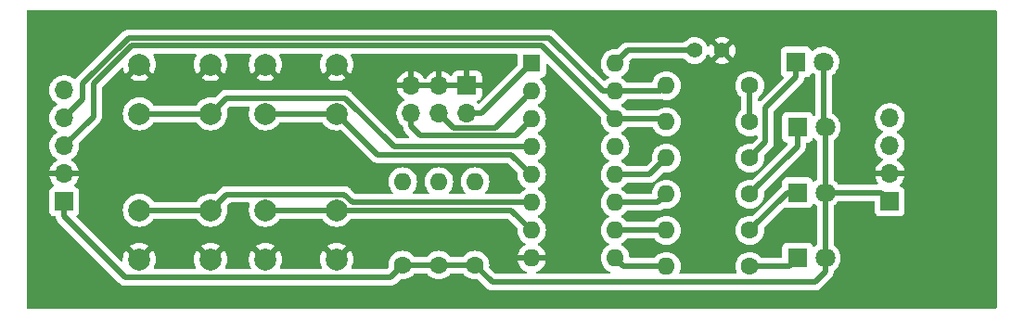
<source format=gtl>
G04 #@! TF.GenerationSoftware,KiCad,Pcbnew,6.0.5-a6ca702e91~116~ubuntu20.04.1*
G04 #@! TF.CreationDate,2022-06-19T16:15:55+02:00*
G04 #@! TF.ProjectId,PCF8574,50434638-3537-4342-9e6b-696361645f70,1.0*
G04 #@! TF.SameCoordinates,Original*
G04 #@! TF.FileFunction,Copper,L1,Top*
G04 #@! TF.FilePolarity,Positive*
%FSLAX46Y46*%
G04 Gerber Fmt 4.6, Leading zero omitted, Abs format (unit mm)*
G04 Created by KiCad (PCBNEW 6.0.5-a6ca702e91~116~ubuntu20.04.1) date 2022-06-19 16:15:55*
%MOMM*%
%LPD*%
G01*
G04 APERTURE LIST*
G04 #@! TA.AperFunction,ComponentPad*
%ADD10C,1.600000*%
G04 #@! TD*
G04 #@! TA.AperFunction,ComponentPad*
%ADD11O,1.600000X1.600000*%
G04 #@! TD*
G04 #@! TA.AperFunction,ComponentPad*
%ADD12R,1.600000X1.600000*%
G04 #@! TD*
G04 #@! TA.AperFunction,ComponentPad*
%ADD13R,1.800000X1.800000*%
G04 #@! TD*
G04 #@! TA.AperFunction,ComponentPad*
%ADD14C,1.800000*%
G04 #@! TD*
G04 #@! TA.AperFunction,ComponentPad*
%ADD15R,1.700000X1.700000*%
G04 #@! TD*
G04 #@! TA.AperFunction,ComponentPad*
%ADD16O,1.700000X1.700000*%
G04 #@! TD*
G04 #@! TA.AperFunction,ComponentPad*
%ADD17C,1.400000*%
G04 #@! TD*
G04 #@! TA.AperFunction,ComponentPad*
%ADD18C,2.000000*%
G04 #@! TD*
G04 #@! TA.AperFunction,Conductor*
%ADD19C,0.500000*%
G04 #@! TD*
G04 APERTURE END LIST*
D10*
X126212600Y-101727000D03*
D11*
X118592600Y-101727000D03*
D10*
X94526000Y-114808000D03*
D11*
X94526000Y-107188000D03*
D10*
X126212600Y-114935000D03*
D11*
X118592600Y-114935000D03*
D10*
X126212600Y-111633000D03*
D11*
X118592600Y-111633000D03*
D10*
X126212600Y-108331000D03*
D11*
X118592600Y-108331000D03*
D10*
X126212600Y-105029000D03*
D11*
X118592600Y-105029000D03*
D10*
X101130000Y-114808000D03*
D11*
X101130000Y-107188000D03*
D10*
X97828000Y-114808000D03*
D11*
X97828000Y-107188000D03*
D10*
X126212600Y-98425000D03*
D11*
X118592600Y-98425000D03*
D12*
X106299000Y-96393000D03*
D11*
X106299000Y-98933000D03*
X106299000Y-101473000D03*
X106299000Y-104013000D03*
X106299000Y-106553000D03*
X106299000Y-109093000D03*
X106299000Y-111633000D03*
X106299000Y-114173000D03*
X113919000Y-114173000D03*
X113919000Y-111633000D03*
X113919000Y-109093000D03*
X113919000Y-106553000D03*
X113919000Y-104013000D03*
X113919000Y-101473000D03*
X113919000Y-98933000D03*
X113919000Y-96393000D03*
D13*
X130429000Y-96266000D03*
D14*
X132969000Y-96266000D03*
D13*
X130556000Y-102235000D03*
D14*
X133096000Y-102235000D03*
D13*
X130556000Y-108204000D03*
D14*
X133096000Y-108204000D03*
D13*
X130556000Y-114173000D03*
D14*
X133096000Y-114173000D03*
D15*
X139000000Y-109000000D03*
D16*
X139000000Y-106460000D03*
X139000000Y-103920000D03*
X139000000Y-101380000D03*
D15*
X100400000Y-98425000D03*
D16*
X100400000Y-100965000D03*
X97860000Y-98425000D03*
X97860000Y-100965000D03*
X95320000Y-98425000D03*
X95320000Y-100965000D03*
D17*
X121183400Y-95224600D03*
X123683400Y-95224600D03*
D18*
X70500000Y-101000000D03*
X77000000Y-101000000D03*
X77000000Y-96500000D03*
X70500000Y-96500000D03*
X88500000Y-101000000D03*
X82000000Y-101000000D03*
X82000000Y-96500000D03*
X88500000Y-96500000D03*
X70500000Y-109800000D03*
X77000000Y-109800000D03*
X70500000Y-114300000D03*
X77000000Y-114300000D03*
X88500000Y-109800000D03*
X82000000Y-109800000D03*
X88500000Y-114300000D03*
X82000000Y-114300000D03*
D15*
X63627000Y-109000000D03*
D16*
X63627000Y-106460000D03*
X63627000Y-103920000D03*
X63627000Y-101380000D03*
X63627000Y-98840000D03*
D19*
X101130000Y-114808000D02*
X102707001Y-116385001D01*
X132969000Y-102108000D02*
X133096000Y-102235000D01*
X126212600Y-98425000D02*
X126212600Y-101727000D01*
X133096000Y-102235000D02*
X133096000Y-103507792D01*
X97828000Y-114808000D02*
X101130000Y-114808000D01*
X121183400Y-95224600D02*
X115087400Y-95224600D01*
X132156791Y-116385001D02*
X133096000Y-115445792D01*
X115087400Y-95224600D02*
X113919000Y-96393000D01*
X63627000Y-109000000D02*
X63627000Y-110350000D01*
X102707001Y-116385001D02*
X132156791Y-116385001D01*
X93726001Y-115607999D02*
X94526000Y-114808000D01*
X133096000Y-108204000D02*
X133096000Y-109476792D01*
X133096000Y-109476792D02*
X133096000Y-114173000D01*
X133096000Y-108204000D02*
X138204000Y-108204000D01*
X138204000Y-108204000D02*
X139000000Y-109000000D01*
X69227001Y-115950001D02*
X93383999Y-115950001D01*
X94526000Y-114808000D02*
X97828000Y-114808000D01*
X93383999Y-115950001D02*
X93726001Y-115607999D01*
X133096000Y-115445792D02*
X133096000Y-114173000D01*
X63627000Y-110350000D02*
X69227001Y-115950001D01*
X132969000Y-96266000D02*
X132969000Y-102108000D01*
X133096000Y-103507792D02*
X133096000Y-108204000D01*
X107210199Y-94764199D02*
X69793799Y-94764199D01*
X66294000Y-98263998D02*
X66294000Y-101253000D01*
X66294000Y-101253000D02*
X63627000Y-103920000D01*
X118338600Y-101473000D02*
X118592600Y-101727000D01*
X113919000Y-101473000D02*
X107210199Y-94764199D01*
X113919000Y-101473000D02*
X118338600Y-101473000D01*
X69793799Y-94764199D02*
X66294000Y-98263998D01*
X96117930Y-102965011D02*
X104806989Y-102965011D01*
X105499001Y-102272999D02*
X106299000Y-101473000D01*
X95320000Y-100965000D02*
X95320000Y-102167081D01*
X104806989Y-102965011D02*
X105499001Y-102272999D01*
X95320000Y-102167081D02*
X96117930Y-102965011D01*
X126212600Y-114935000D02*
X129794000Y-114935000D01*
X129794000Y-114935000D02*
X130556000Y-114173000D01*
X118592600Y-114935000D02*
X114681000Y-114935000D01*
X114681000Y-114935000D02*
X113919000Y-114173000D01*
X113919000Y-111633000D02*
X118592600Y-111633000D01*
X126212600Y-111633000D02*
X129641600Y-108204000D01*
X129641600Y-108204000D02*
X130556000Y-108204000D01*
X130556000Y-103987600D02*
X130556000Y-102235000D01*
X126212600Y-108331000D02*
X130556000Y-103987600D01*
X113919000Y-109093000D02*
X117830600Y-109093000D01*
X117830600Y-109093000D02*
X118592600Y-108331000D01*
X113919000Y-106553000D02*
X117068600Y-106553000D01*
X117068600Y-106553000D02*
X118592600Y-105029000D01*
X130429000Y-97666000D02*
X130429000Y-96266000D01*
X127662601Y-103578999D02*
X127662601Y-100432399D01*
X126212600Y-105029000D02*
X127662601Y-103578999D01*
X127662601Y-100432399D02*
X130429000Y-97666000D01*
X101727000Y-100965000D02*
X100400000Y-100965000D01*
X106299000Y-96393000D02*
X101727000Y-100965000D01*
X99160001Y-102265001D02*
X102966999Y-102265001D01*
X105499001Y-99732999D02*
X106299000Y-98933000D01*
X97860000Y-100965000D02*
X99160001Y-102265001D01*
X102966999Y-102265001D02*
X105499001Y-99732999D01*
X69503847Y-94064189D02*
X65328800Y-98239236D01*
X113919000Y-98933000D02*
X118084600Y-98933000D01*
X65328800Y-99678200D02*
X63627000Y-101380000D01*
X113919000Y-98933000D02*
X112787630Y-98933000D01*
X112787630Y-98933000D02*
X107918819Y-94064189D01*
X65328800Y-98239236D02*
X65328800Y-99678200D01*
X118084600Y-98933000D02*
X118592600Y-98425000D01*
X107918819Y-94064189D02*
X69503847Y-94064189D01*
X78450001Y-99549999D02*
X89288399Y-99549999D01*
X89288399Y-99549999D02*
X93751400Y-104013000D01*
X70500000Y-101000000D02*
X77000000Y-101000000D01*
X77000000Y-101000000D02*
X78450001Y-99549999D01*
X93751400Y-104013000D02*
X106299000Y-104013000D01*
X83414213Y-101000000D02*
X88500000Y-101000000D01*
X89499999Y-101999999D02*
X88500000Y-101000000D01*
X106299000Y-106553000D02*
X104459010Y-104713010D01*
X104459010Y-104713010D02*
X92213010Y-104713010D01*
X82000000Y-101000000D02*
X83414213Y-101000000D01*
X92213010Y-104713010D02*
X89499999Y-101999999D01*
X89196001Y-108349999D02*
X78450001Y-108349999D01*
X77000000Y-109800000D02*
X70500000Y-109800000D01*
X89939002Y-109093000D02*
X89196001Y-108349999D01*
X78450001Y-108349999D02*
X77999999Y-108800001D01*
X106299000Y-109093000D02*
X89939002Y-109093000D01*
X77999999Y-108800001D02*
X77000000Y-109800000D01*
X104466000Y-109800000D02*
X106299000Y-111633000D01*
X82000000Y-109800000D02*
X88500000Y-109800000D01*
X88500000Y-109800000D02*
X104466000Y-109800000D01*
G04 #@! TA.AperFunction,Conductor*
G36*
X148709421Y-91536702D02*
G01*
X148755914Y-91590358D01*
X148767300Y-91642700D01*
X148767300Y-118665500D01*
X148747298Y-118733621D01*
X148693642Y-118780114D01*
X148641300Y-118791500D01*
X60375300Y-118791500D01*
X60307179Y-118771498D01*
X60260686Y-118717842D01*
X60249300Y-118665500D01*
X60249300Y-103886695D01*
X62264251Y-103886695D01*
X62264548Y-103891848D01*
X62264548Y-103891851D01*
X62272099Y-104022802D01*
X62277110Y-104109715D01*
X62278247Y-104114761D01*
X62278248Y-104114767D01*
X62294009Y-104184700D01*
X62326222Y-104327639D01*
X62380879Y-104462243D01*
X62396997Y-104501937D01*
X62410266Y-104534616D01*
X62526987Y-104725088D01*
X62673250Y-104893938D01*
X62749846Y-104957529D01*
X62829339Y-105023525D01*
X62845126Y-105036632D01*
X62918955Y-105079774D01*
X62967679Y-105131412D01*
X62980750Y-105201195D01*
X62954019Y-105266967D01*
X62913562Y-105300327D01*
X62905457Y-105304546D01*
X62896738Y-105310036D01*
X62726433Y-105437905D01*
X62718726Y-105444748D01*
X62571590Y-105598717D01*
X62565104Y-105606727D01*
X62445098Y-105782649D01*
X62440001Y-105791621D01*
X62350338Y-105984783D01*
X62346775Y-105994470D01*
X62291389Y-106194183D01*
X62292912Y-106202607D01*
X62305292Y-106206000D01*
X64945344Y-106206000D01*
X64958875Y-106202027D01*
X64960180Y-106192947D01*
X64918214Y-106025875D01*
X64914894Y-106016124D01*
X64829972Y-105820814D01*
X64825105Y-105811739D01*
X64709426Y-105632926D01*
X64703136Y-105624757D01*
X64559806Y-105467240D01*
X64552273Y-105460215D01*
X64385139Y-105328222D01*
X64376556Y-105322520D01*
X64339602Y-105302120D01*
X64289631Y-105251687D01*
X64274859Y-105182245D01*
X64299975Y-105115839D01*
X64327327Y-105089232D01*
X64350797Y-105072491D01*
X64506860Y-104961173D01*
X64665096Y-104803489D01*
X64724594Y-104720689D01*
X64792435Y-104626277D01*
X64795453Y-104622077D01*
X64813745Y-104585067D01*
X64892136Y-104426453D01*
X64892137Y-104426451D01*
X64894430Y-104421811D01*
X64959370Y-104208069D01*
X64988529Y-103986590D01*
X64988737Y-103978079D01*
X64990074Y-103923365D01*
X64990074Y-103923361D01*
X64990156Y-103920000D01*
X64972870Y-103709747D01*
X64987223Y-103640219D01*
X65009351Y-103610330D01*
X66782911Y-101836770D01*
X66797323Y-101824384D01*
X66808918Y-101815851D01*
X66808923Y-101815846D01*
X66814818Y-101811508D01*
X66819557Y-101805930D01*
X66819560Y-101805927D01*
X66849035Y-101771232D01*
X66855965Y-101763716D01*
X66861661Y-101758020D01*
X66863924Y-101755159D01*
X66863929Y-101755154D01*
X66879285Y-101735744D01*
X66882074Y-101732342D01*
X66924596Y-101682291D01*
X66924597Y-101682290D01*
X66929333Y-101676715D01*
X66932661Y-101670198D01*
X66936027Y-101665150D01*
X66939190Y-101660028D01*
X66943735Y-101654284D01*
X66974664Y-101588105D01*
X66976563Y-101584221D01*
X67009769Y-101519192D01*
X67011510Y-101512077D01*
X67013613Y-101506422D01*
X67015522Y-101500683D01*
X67018622Y-101494050D01*
X67033491Y-101422565D01*
X67034461Y-101418282D01*
X67051808Y-101347390D01*
X67052500Y-101336236D01*
X67052535Y-101336238D01*
X67052775Y-101332266D01*
X67053152Y-101328045D01*
X67054641Y-101320885D01*
X67052546Y-101243458D01*
X67052500Y-101240050D01*
X67052500Y-98630369D01*
X67072502Y-98562248D01*
X67089405Y-98541274D01*
X67471496Y-98159183D01*
X93984389Y-98159183D01*
X93985912Y-98167607D01*
X93998292Y-98171000D01*
X95047885Y-98171000D01*
X95063124Y-98166525D01*
X95064329Y-98165135D01*
X95066000Y-98157452D01*
X95066000Y-98152885D01*
X95574000Y-98152885D01*
X95578475Y-98168124D01*
X95579865Y-98169329D01*
X95587548Y-98171000D01*
X97587885Y-98171000D01*
X97603124Y-98166525D01*
X97604329Y-98165135D01*
X97606000Y-98157452D01*
X97606000Y-98152885D01*
X98114000Y-98152885D01*
X98118475Y-98168124D01*
X98119865Y-98169329D01*
X98127548Y-98171000D01*
X100127885Y-98171000D01*
X100143124Y-98166525D01*
X100144329Y-98165135D01*
X100146000Y-98157452D01*
X100146000Y-98152885D01*
X100654000Y-98152885D01*
X100658475Y-98168124D01*
X100659865Y-98169329D01*
X100667548Y-98171000D01*
X101739884Y-98171000D01*
X101755123Y-98166525D01*
X101756328Y-98165135D01*
X101757999Y-98157452D01*
X101757999Y-97530331D01*
X101757629Y-97523510D01*
X101752105Y-97472648D01*
X101748479Y-97457396D01*
X101703324Y-97336946D01*
X101694786Y-97321351D01*
X101618285Y-97219276D01*
X101605724Y-97206715D01*
X101503649Y-97130214D01*
X101488054Y-97121676D01*
X101367606Y-97076522D01*
X101352351Y-97072895D01*
X101301486Y-97067369D01*
X101294672Y-97067000D01*
X100672115Y-97067000D01*
X100656876Y-97071475D01*
X100655671Y-97072865D01*
X100654000Y-97080548D01*
X100654000Y-98152885D01*
X100146000Y-98152885D01*
X100146000Y-97085116D01*
X100141525Y-97069877D01*
X100140135Y-97068672D01*
X100132452Y-97067001D01*
X99505331Y-97067001D01*
X99498510Y-97067371D01*
X99447648Y-97072895D01*
X99432396Y-97076521D01*
X99311946Y-97121676D01*
X99296351Y-97130214D01*
X99194276Y-97206715D01*
X99181715Y-97219276D01*
X99105214Y-97321351D01*
X99096676Y-97336946D01*
X99055100Y-97447849D01*
X99012458Y-97504613D01*
X98945897Y-97529313D01*
X98876548Y-97514105D01*
X98843925Y-97488419D01*
X98792806Y-97432240D01*
X98785273Y-97425215D01*
X98618139Y-97293222D01*
X98609552Y-97287517D01*
X98423117Y-97184599D01*
X98413705Y-97180369D01*
X98212959Y-97109280D01*
X98202988Y-97106646D01*
X98131837Y-97093972D01*
X98118540Y-97095432D01*
X98114000Y-97109989D01*
X98114000Y-98152885D01*
X97606000Y-98152885D01*
X97606000Y-97108102D01*
X97602082Y-97094758D01*
X97587806Y-97092771D01*
X97549324Y-97098660D01*
X97539288Y-97101051D01*
X97336868Y-97167212D01*
X97327359Y-97171209D01*
X97138463Y-97269542D01*
X97129738Y-97275036D01*
X96959433Y-97402905D01*
X96951726Y-97409748D01*
X96804590Y-97563717D01*
X96798104Y-97571727D01*
X96693193Y-97725521D01*
X96638282Y-97770524D01*
X96567757Y-97778695D01*
X96504010Y-97747441D01*
X96483313Y-97722957D01*
X96402427Y-97597926D01*
X96396136Y-97589757D01*
X96252806Y-97432240D01*
X96245273Y-97425215D01*
X96078139Y-97293222D01*
X96069552Y-97287517D01*
X95883117Y-97184599D01*
X95873705Y-97180369D01*
X95672959Y-97109280D01*
X95662988Y-97106646D01*
X95591837Y-97093972D01*
X95578540Y-97095432D01*
X95574000Y-97109989D01*
X95574000Y-98152885D01*
X95066000Y-98152885D01*
X95066000Y-97108102D01*
X95062082Y-97094758D01*
X95047806Y-97092771D01*
X95009324Y-97098660D01*
X94999288Y-97101051D01*
X94796868Y-97167212D01*
X94787359Y-97171209D01*
X94598463Y-97269542D01*
X94589738Y-97275036D01*
X94419433Y-97402905D01*
X94411726Y-97409748D01*
X94264590Y-97563717D01*
X94258104Y-97571727D01*
X94138098Y-97747649D01*
X94133000Y-97756623D01*
X94043338Y-97949783D01*
X94039775Y-97959470D01*
X93984389Y-98159183D01*
X67471496Y-98159183D01*
X67898009Y-97732670D01*
X69632160Y-97732670D01*
X69637887Y-97740320D01*
X69809042Y-97845205D01*
X69817837Y-97849687D01*
X70027988Y-97936734D01*
X70037373Y-97939783D01*
X70258554Y-97992885D01*
X70268301Y-97994428D01*
X70495070Y-98012275D01*
X70504930Y-98012275D01*
X70731699Y-97994428D01*
X70741446Y-97992885D01*
X70962627Y-97939783D01*
X70972012Y-97936734D01*
X71182163Y-97849687D01*
X71190958Y-97845205D01*
X71358445Y-97742568D01*
X71367400Y-97732670D01*
X76132160Y-97732670D01*
X76137887Y-97740320D01*
X76309042Y-97845205D01*
X76317837Y-97849687D01*
X76527988Y-97936734D01*
X76537373Y-97939783D01*
X76758554Y-97992885D01*
X76768301Y-97994428D01*
X76995070Y-98012275D01*
X77004930Y-98012275D01*
X77231699Y-97994428D01*
X77241446Y-97992885D01*
X77462627Y-97939783D01*
X77472012Y-97936734D01*
X77682163Y-97849687D01*
X77690958Y-97845205D01*
X77858445Y-97742568D01*
X77867400Y-97732670D01*
X81132160Y-97732670D01*
X81137887Y-97740320D01*
X81309042Y-97845205D01*
X81317837Y-97849687D01*
X81527988Y-97936734D01*
X81537373Y-97939783D01*
X81758554Y-97992885D01*
X81768301Y-97994428D01*
X81995070Y-98012275D01*
X82004930Y-98012275D01*
X82231699Y-97994428D01*
X82241446Y-97992885D01*
X82462627Y-97939783D01*
X82472012Y-97936734D01*
X82682163Y-97849687D01*
X82690958Y-97845205D01*
X82858445Y-97742568D01*
X82867400Y-97732670D01*
X87632160Y-97732670D01*
X87637887Y-97740320D01*
X87809042Y-97845205D01*
X87817837Y-97849687D01*
X88027988Y-97936734D01*
X88037373Y-97939783D01*
X88258554Y-97992885D01*
X88268301Y-97994428D01*
X88495070Y-98012275D01*
X88504930Y-98012275D01*
X88731699Y-97994428D01*
X88741446Y-97992885D01*
X88962627Y-97939783D01*
X88972012Y-97936734D01*
X89182163Y-97849687D01*
X89190958Y-97845205D01*
X89358445Y-97742568D01*
X89367907Y-97732110D01*
X89364124Y-97723334D01*
X88512812Y-96872022D01*
X88498868Y-96864408D01*
X88497035Y-96864539D01*
X88490420Y-96868790D01*
X87638920Y-97720290D01*
X87632160Y-97732670D01*
X82867400Y-97732670D01*
X82867907Y-97732110D01*
X82864124Y-97723334D01*
X82012812Y-96872022D01*
X81998868Y-96864408D01*
X81997035Y-96864539D01*
X81990420Y-96868790D01*
X81138920Y-97720290D01*
X81132160Y-97732670D01*
X77867400Y-97732670D01*
X77867907Y-97732110D01*
X77864124Y-97723334D01*
X77012812Y-96872022D01*
X76998868Y-96864408D01*
X76997035Y-96864539D01*
X76990420Y-96868790D01*
X76138920Y-97720290D01*
X76132160Y-97732670D01*
X71367400Y-97732670D01*
X71367907Y-97732110D01*
X71364124Y-97723334D01*
X70512812Y-96872022D01*
X70498868Y-96864408D01*
X70497035Y-96864539D01*
X70490420Y-96868790D01*
X69638920Y-97720290D01*
X69632160Y-97732670D01*
X67898009Y-97732670D01*
X68825202Y-96805477D01*
X68887514Y-96771451D01*
X68958329Y-96776516D01*
X69015165Y-96819063D01*
X69036815Y-96865157D01*
X69060214Y-96962618D01*
X69063266Y-96972012D01*
X69150313Y-97182163D01*
X69154795Y-97190958D01*
X69257432Y-97358445D01*
X69267890Y-97367907D01*
X69276666Y-97364124D01*
X70410905Y-96229885D01*
X70473217Y-96195859D01*
X70544032Y-96200924D01*
X70589095Y-96229885D01*
X71720290Y-97361080D01*
X71732670Y-97367840D01*
X71740320Y-97362113D01*
X71845205Y-97190958D01*
X71849687Y-97182163D01*
X71936734Y-96972012D01*
X71939783Y-96962627D01*
X71992885Y-96741446D01*
X71994428Y-96731699D01*
X72012275Y-96504930D01*
X72012275Y-96495070D01*
X71994428Y-96268301D01*
X71992885Y-96258554D01*
X71939783Y-96037373D01*
X71936734Y-96027988D01*
X71849687Y-95817837D01*
X71845205Y-95809042D01*
X71787290Y-95714534D01*
X71768751Y-95646001D01*
X71790207Y-95578324D01*
X71844846Y-95532991D01*
X71894722Y-95522699D01*
X75605278Y-95522699D01*
X75673399Y-95542701D01*
X75719892Y-95596357D01*
X75729996Y-95666631D01*
X75712710Y-95714534D01*
X75654795Y-95809042D01*
X75650313Y-95817837D01*
X75563266Y-96027988D01*
X75560217Y-96037373D01*
X75507115Y-96258554D01*
X75505572Y-96268301D01*
X75487725Y-96495070D01*
X75487725Y-96504930D01*
X75505572Y-96731699D01*
X75507115Y-96741446D01*
X75560217Y-96962627D01*
X75563266Y-96972012D01*
X75650313Y-97182163D01*
X75654795Y-97190958D01*
X75757432Y-97358445D01*
X75767890Y-97367907D01*
X75776666Y-97364124D01*
X76910905Y-96229885D01*
X76973217Y-96195859D01*
X77044032Y-96200924D01*
X77089095Y-96229885D01*
X78220290Y-97361080D01*
X78232670Y-97367840D01*
X78240320Y-97362113D01*
X78345205Y-97190958D01*
X78349687Y-97182163D01*
X78436734Y-96972012D01*
X78439783Y-96962627D01*
X78492885Y-96741446D01*
X78494428Y-96731699D01*
X78512275Y-96504930D01*
X78512275Y-96495070D01*
X78494428Y-96268301D01*
X78492885Y-96258554D01*
X78439783Y-96037373D01*
X78436734Y-96027988D01*
X78349687Y-95817837D01*
X78345205Y-95809042D01*
X78287290Y-95714534D01*
X78268751Y-95646001D01*
X78290207Y-95578324D01*
X78344846Y-95532991D01*
X78394722Y-95522699D01*
X80605278Y-95522699D01*
X80673399Y-95542701D01*
X80719892Y-95596357D01*
X80729996Y-95666631D01*
X80712710Y-95714534D01*
X80654795Y-95809042D01*
X80650313Y-95817837D01*
X80563266Y-96027988D01*
X80560217Y-96037373D01*
X80507115Y-96258554D01*
X80505572Y-96268301D01*
X80487725Y-96495070D01*
X80487725Y-96504930D01*
X80505572Y-96731699D01*
X80507115Y-96741446D01*
X80560217Y-96962627D01*
X80563266Y-96972012D01*
X80650313Y-97182163D01*
X80654795Y-97190958D01*
X80757432Y-97358445D01*
X80767890Y-97367907D01*
X80776666Y-97364124D01*
X81910905Y-96229885D01*
X81973217Y-96195859D01*
X82044032Y-96200924D01*
X82089095Y-96229885D01*
X83220290Y-97361080D01*
X83232670Y-97367840D01*
X83240320Y-97362113D01*
X83345205Y-97190958D01*
X83349687Y-97182163D01*
X83436734Y-96972012D01*
X83439783Y-96962627D01*
X83492885Y-96741446D01*
X83494428Y-96731699D01*
X83512275Y-96504930D01*
X83512275Y-96495070D01*
X83494428Y-96268301D01*
X83492885Y-96258554D01*
X83439783Y-96037373D01*
X83436734Y-96027988D01*
X83349687Y-95817837D01*
X83345205Y-95809042D01*
X83287290Y-95714534D01*
X83268751Y-95646001D01*
X83290207Y-95578324D01*
X83344846Y-95532991D01*
X83394722Y-95522699D01*
X87105278Y-95522699D01*
X87173399Y-95542701D01*
X87219892Y-95596357D01*
X87229996Y-95666631D01*
X87212710Y-95714534D01*
X87154795Y-95809042D01*
X87150313Y-95817837D01*
X87063266Y-96027988D01*
X87060217Y-96037373D01*
X87007115Y-96258554D01*
X87005572Y-96268301D01*
X86987725Y-96495070D01*
X86987725Y-96504930D01*
X87005572Y-96731699D01*
X87007115Y-96741446D01*
X87060217Y-96962627D01*
X87063266Y-96972012D01*
X87150313Y-97182163D01*
X87154795Y-97190958D01*
X87257432Y-97358445D01*
X87267890Y-97367907D01*
X87276666Y-97364124D01*
X88410905Y-96229885D01*
X88473217Y-96195859D01*
X88544032Y-96200924D01*
X88589095Y-96229885D01*
X89720290Y-97361080D01*
X89732670Y-97367840D01*
X89740320Y-97362113D01*
X89845205Y-97190958D01*
X89849687Y-97182163D01*
X89936734Y-96972012D01*
X89939783Y-96962627D01*
X89992885Y-96741446D01*
X89994428Y-96731699D01*
X90012275Y-96504930D01*
X90012275Y-96495070D01*
X89994428Y-96268301D01*
X89992885Y-96258554D01*
X89939783Y-96037373D01*
X89936734Y-96027988D01*
X89849687Y-95817837D01*
X89845205Y-95809042D01*
X89787290Y-95714534D01*
X89768751Y-95646001D01*
X89790207Y-95578324D01*
X89844846Y-95532991D01*
X89894722Y-95522699D01*
X104864500Y-95522699D01*
X104932621Y-95542701D01*
X104979114Y-95596357D01*
X104990500Y-95648699D01*
X104990500Y-96576629D01*
X104970498Y-96644750D01*
X104953595Y-96665724D01*
X101576282Y-100043037D01*
X101513970Y-100077063D01*
X101443155Y-100071998D01*
X101393992Y-100038740D01*
X101332434Y-99971087D01*
X101301383Y-99907241D01*
X101309779Y-99836743D01*
X101354957Y-99781975D01*
X101381400Y-99768307D01*
X101488052Y-99728325D01*
X101503649Y-99719786D01*
X101605724Y-99643285D01*
X101618285Y-99630724D01*
X101694786Y-99528649D01*
X101703324Y-99513054D01*
X101748478Y-99392606D01*
X101752105Y-99377351D01*
X101757631Y-99326486D01*
X101758000Y-99319672D01*
X101758000Y-98697115D01*
X101753525Y-98681876D01*
X101752135Y-98680671D01*
X101744452Y-98679000D01*
X94003225Y-98679000D01*
X93989694Y-98682973D01*
X93988257Y-98692966D01*
X94018565Y-98827446D01*
X94021645Y-98837275D01*
X94101770Y-99034603D01*
X94106413Y-99043794D01*
X94217694Y-99225388D01*
X94223777Y-99233699D01*
X94363213Y-99394667D01*
X94370580Y-99401883D01*
X94534434Y-99537916D01*
X94542881Y-99543831D01*
X94611969Y-99584203D01*
X94660693Y-99635842D01*
X94673764Y-99705625D01*
X94647033Y-99771396D01*
X94606584Y-99804752D01*
X94593607Y-99811507D01*
X94589474Y-99814610D01*
X94589471Y-99814612D01*
X94419100Y-99942530D01*
X94414965Y-99945635D01*
X94389894Y-99971870D01*
X94294210Y-100071998D01*
X94260629Y-100107138D01*
X94257720Y-100111403D01*
X94257714Y-100111411D01*
X94206377Y-100186669D01*
X94134743Y-100291680D01*
X94115493Y-100333151D01*
X94068272Y-100434881D01*
X94040688Y-100494305D01*
X93980989Y-100709570D01*
X93957251Y-100931695D01*
X93957548Y-100936848D01*
X93957548Y-100936851D01*
X93964707Y-101061012D01*
X93970110Y-101154715D01*
X93971247Y-101159761D01*
X93971248Y-101159767D01*
X93989726Y-101241758D01*
X94019222Y-101372639D01*
X94068338Y-101493598D01*
X94099246Y-101569715D01*
X94103266Y-101579616D01*
X94144956Y-101647648D01*
X94217291Y-101765688D01*
X94219987Y-101770088D01*
X94366250Y-101938938D01*
X94438619Y-101999020D01*
X94512224Y-102060128D01*
X94551859Y-102119031D01*
X94557324Y-102146858D01*
X94561085Y-102193100D01*
X94561500Y-102203314D01*
X94561500Y-102211374D01*
X94563049Y-102224664D01*
X94564789Y-102239588D01*
X94565222Y-102243963D01*
X94570379Y-102307359D01*
X94571140Y-102316718D01*
X94573396Y-102323682D01*
X94574587Y-102329641D01*
X94575971Y-102335496D01*
X94576818Y-102342762D01*
X94601735Y-102411408D01*
X94603152Y-102415536D01*
X94611162Y-102440260D01*
X94625649Y-102484980D01*
X94629445Y-102491235D01*
X94631951Y-102496709D01*
X94634670Y-102502139D01*
X94637167Y-102509018D01*
X94641180Y-102515138D01*
X94641180Y-102515139D01*
X94677186Y-102570057D01*
X94679523Y-102573761D01*
X94717405Y-102636188D01*
X94721121Y-102640396D01*
X94721122Y-102640397D01*
X94724803Y-102644565D01*
X94724776Y-102644589D01*
X94727429Y-102647581D01*
X94730132Y-102650814D01*
X94734144Y-102656933D01*
X94753978Y-102675722D01*
X94790383Y-102710209D01*
X94792825Y-102712587D01*
X95119643Y-103039405D01*
X95153669Y-103101717D01*
X95148604Y-103172532D01*
X95106057Y-103229368D01*
X95039537Y-103254179D01*
X95030548Y-103254500D01*
X94117771Y-103254500D01*
X94049650Y-103234498D01*
X94028676Y-103217595D01*
X89872169Y-99061088D01*
X89859783Y-99046676D01*
X89851250Y-99035081D01*
X89851245Y-99035076D01*
X89846907Y-99029181D01*
X89841329Y-99024442D01*
X89841326Y-99024439D01*
X89806631Y-98994964D01*
X89799115Y-98988034D01*
X89793420Y-98982339D01*
X89777135Y-98969455D01*
X89771148Y-98964718D01*
X89767744Y-98961927D01*
X89717696Y-98919408D01*
X89717694Y-98919407D01*
X89712114Y-98914666D01*
X89705598Y-98911338D01*
X89700549Y-98907971D01*
X89695420Y-98904804D01*
X89689683Y-98900265D01*
X89623524Y-98869344D01*
X89619624Y-98867438D01*
X89554591Y-98834230D01*
X89547483Y-98832491D01*
X89541840Y-98830392D01*
X89536077Y-98828475D01*
X89529449Y-98825377D01*
X89457982Y-98810512D01*
X89453698Y-98809542D01*
X89433444Y-98804586D01*
X89382789Y-98792191D01*
X89377187Y-98791843D01*
X89377184Y-98791843D01*
X89371635Y-98791499D01*
X89371637Y-98791463D01*
X89367644Y-98791224D01*
X89363452Y-98790850D01*
X89356284Y-98789359D01*
X89292519Y-98791084D01*
X89278878Y-98791453D01*
X89275471Y-98791499D01*
X78517071Y-98791499D01*
X78498121Y-98790066D01*
X78483886Y-98787900D01*
X78483882Y-98787900D01*
X78476652Y-98786800D01*
X78469360Y-98787393D01*
X78469357Y-98787393D01*
X78423983Y-98791084D01*
X78413768Y-98791499D01*
X78405708Y-98791499D01*
X78392418Y-98793048D01*
X78377494Y-98794788D01*
X78373119Y-98795221D01*
X78307662Y-98800545D01*
X78307659Y-98800546D01*
X78300364Y-98801139D01*
X78293400Y-98803395D01*
X78287441Y-98804586D01*
X78281586Y-98805970D01*
X78274320Y-98806817D01*
X78205674Y-98831734D01*
X78201546Y-98833151D01*
X78139065Y-98853392D01*
X78139063Y-98853393D01*
X78132102Y-98855648D01*
X78125847Y-98859444D01*
X78120373Y-98861950D01*
X78114943Y-98864669D01*
X78108064Y-98867166D01*
X78101944Y-98871179D01*
X78101943Y-98871179D01*
X78047025Y-98907185D01*
X78043321Y-98909522D01*
X77980894Y-98947404D01*
X77972517Y-98954802D01*
X77972493Y-98954775D01*
X77969501Y-98957428D01*
X77966268Y-98960131D01*
X77960149Y-98964143D01*
X77930952Y-98994964D01*
X77906873Y-99020382D01*
X77904495Y-99022824D01*
X77435907Y-99491412D01*
X77373595Y-99525438D01*
X77317398Y-99524836D01*
X77241524Y-99506620D01*
X77241518Y-99506619D01*
X77236711Y-99505465D01*
X77000000Y-99486835D01*
X76763289Y-99505465D01*
X76758482Y-99506619D01*
X76758476Y-99506620D01*
X76613988Y-99541309D01*
X76532406Y-99560895D01*
X76527835Y-99562788D01*
X76527833Y-99562789D01*
X76317611Y-99649865D01*
X76317607Y-99649867D01*
X76313037Y-99651760D01*
X76308817Y-99654346D01*
X76114798Y-99773241D01*
X76114792Y-99773245D01*
X76110584Y-99775824D01*
X75930031Y-99930031D01*
X75775824Y-100110584D01*
X75758327Y-100139137D01*
X75732467Y-100181336D01*
X75679819Y-100228967D01*
X75625035Y-100241500D01*
X71874965Y-100241500D01*
X71806844Y-100221498D01*
X71767533Y-100181336D01*
X71741673Y-100139137D01*
X71724176Y-100110584D01*
X71569969Y-99930031D01*
X71389416Y-99775824D01*
X71385208Y-99773245D01*
X71385202Y-99773241D01*
X71191183Y-99654346D01*
X71186963Y-99651760D01*
X71182393Y-99649867D01*
X71182389Y-99649865D01*
X70972167Y-99562789D01*
X70972165Y-99562788D01*
X70967594Y-99560895D01*
X70886012Y-99541309D01*
X70741524Y-99506620D01*
X70741518Y-99506619D01*
X70736711Y-99505465D01*
X70500000Y-99486835D01*
X70263289Y-99505465D01*
X70258482Y-99506619D01*
X70258476Y-99506620D01*
X70113988Y-99541309D01*
X70032406Y-99560895D01*
X70027835Y-99562788D01*
X70027833Y-99562789D01*
X69817611Y-99649865D01*
X69817607Y-99649867D01*
X69813037Y-99651760D01*
X69808817Y-99654346D01*
X69614798Y-99773241D01*
X69614792Y-99773245D01*
X69610584Y-99775824D01*
X69430031Y-99930031D01*
X69275824Y-100110584D01*
X69273245Y-100114792D01*
X69273241Y-100114798D01*
X69154541Y-100308499D01*
X69151760Y-100313037D01*
X69149867Y-100317607D01*
X69149865Y-100317611D01*
X69077924Y-100491293D01*
X69060895Y-100532406D01*
X69046436Y-100592634D01*
X69010915Y-100740590D01*
X69005465Y-100763289D01*
X68986835Y-101000000D01*
X69005465Y-101236711D01*
X69006619Y-101241518D01*
X69006620Y-101241524D01*
X69039247Y-101377425D01*
X69060895Y-101467594D01*
X69062788Y-101472165D01*
X69062789Y-101472167D01*
X69149825Y-101682291D01*
X69151760Y-101686963D01*
X69154346Y-101691183D01*
X69273241Y-101885202D01*
X69273245Y-101885208D01*
X69275824Y-101889416D01*
X69430031Y-102069969D01*
X69433787Y-102073177D01*
X69443687Y-102081632D01*
X69610584Y-102224176D01*
X69614792Y-102226755D01*
X69614798Y-102226759D01*
X69768907Y-102321197D01*
X69813037Y-102348240D01*
X69817607Y-102350133D01*
X69817611Y-102350135D01*
X70027833Y-102437211D01*
X70032406Y-102439105D01*
X70112609Y-102458360D01*
X70258476Y-102493380D01*
X70258482Y-102493381D01*
X70263289Y-102494535D01*
X70500000Y-102513165D01*
X70736711Y-102494535D01*
X70741518Y-102493381D01*
X70741524Y-102493380D01*
X70887391Y-102458360D01*
X70967594Y-102439105D01*
X70972167Y-102437211D01*
X71182389Y-102350135D01*
X71182393Y-102350133D01*
X71186963Y-102348240D01*
X71231093Y-102321197D01*
X71385202Y-102226759D01*
X71385208Y-102226755D01*
X71389416Y-102224176D01*
X71556313Y-102081632D01*
X71566213Y-102073177D01*
X71569969Y-102069969D01*
X71724176Y-101889416D01*
X71767533Y-101818664D01*
X71820181Y-101771033D01*
X71874965Y-101758500D01*
X75625035Y-101758500D01*
X75693156Y-101778502D01*
X75732466Y-101818663D01*
X75775824Y-101889416D01*
X75930031Y-102069969D01*
X75933787Y-102073177D01*
X75943687Y-102081632D01*
X76110584Y-102224176D01*
X76114792Y-102226755D01*
X76114798Y-102226759D01*
X76268907Y-102321197D01*
X76313037Y-102348240D01*
X76317607Y-102350133D01*
X76317611Y-102350135D01*
X76527833Y-102437211D01*
X76532406Y-102439105D01*
X76612609Y-102458360D01*
X76758476Y-102493380D01*
X76758482Y-102493381D01*
X76763289Y-102494535D01*
X77000000Y-102513165D01*
X77236711Y-102494535D01*
X77241518Y-102493381D01*
X77241524Y-102493380D01*
X77387391Y-102458360D01*
X77467594Y-102439105D01*
X77472167Y-102437211D01*
X77682389Y-102350135D01*
X77682393Y-102350133D01*
X77686963Y-102348240D01*
X77731093Y-102321197D01*
X77885202Y-102226759D01*
X77885208Y-102226755D01*
X77889416Y-102224176D01*
X78056313Y-102081632D01*
X78066213Y-102073177D01*
X78069969Y-102069969D01*
X78224176Y-101889416D01*
X78226755Y-101885208D01*
X78226759Y-101885202D01*
X78345654Y-101691183D01*
X78348240Y-101686963D01*
X78350176Y-101682291D01*
X78437211Y-101472167D01*
X78437212Y-101472165D01*
X78439105Y-101467594D01*
X78460753Y-101377425D01*
X78493380Y-101241524D01*
X78493381Y-101241518D01*
X78494535Y-101236711D01*
X78513165Y-101000000D01*
X78494535Y-100763289D01*
X78493381Y-100758482D01*
X78493380Y-100758476D01*
X78475164Y-100682602D01*
X78478711Y-100611694D01*
X78508588Y-100564093D01*
X78727277Y-100345404D01*
X78789589Y-100311378D01*
X78816372Y-100308499D01*
X80465068Y-100308499D01*
X80533189Y-100328501D01*
X80579682Y-100382157D01*
X80589786Y-100452431D01*
X80581478Y-100482715D01*
X80560895Y-100532406D01*
X80546436Y-100592634D01*
X80510915Y-100740590D01*
X80505465Y-100763289D01*
X80486835Y-101000000D01*
X80505465Y-101236711D01*
X80506619Y-101241518D01*
X80506620Y-101241524D01*
X80539247Y-101377425D01*
X80560895Y-101467594D01*
X80562788Y-101472165D01*
X80562789Y-101472167D01*
X80649825Y-101682291D01*
X80651760Y-101686963D01*
X80654346Y-101691183D01*
X80773241Y-101885202D01*
X80773245Y-101885208D01*
X80775824Y-101889416D01*
X80930031Y-102069969D01*
X80933787Y-102073177D01*
X80943687Y-102081632D01*
X81110584Y-102224176D01*
X81114792Y-102226755D01*
X81114798Y-102226759D01*
X81268907Y-102321197D01*
X81313037Y-102348240D01*
X81317607Y-102350133D01*
X81317611Y-102350135D01*
X81527833Y-102437211D01*
X81532406Y-102439105D01*
X81612609Y-102458360D01*
X81758476Y-102493380D01*
X81758482Y-102493381D01*
X81763289Y-102494535D01*
X82000000Y-102513165D01*
X82236711Y-102494535D01*
X82241518Y-102493381D01*
X82241524Y-102493380D01*
X82387391Y-102458360D01*
X82467594Y-102439105D01*
X82472167Y-102437211D01*
X82682389Y-102350135D01*
X82682393Y-102350133D01*
X82686963Y-102348240D01*
X82731093Y-102321197D01*
X82885202Y-102226759D01*
X82885208Y-102226755D01*
X82889416Y-102224176D01*
X83056313Y-102081632D01*
X83066213Y-102073177D01*
X83069969Y-102069969D01*
X83224176Y-101889416D01*
X83267533Y-101818664D01*
X83320181Y-101771033D01*
X83374965Y-101758500D01*
X87125035Y-101758500D01*
X87193156Y-101778502D01*
X87232466Y-101818663D01*
X87275824Y-101889416D01*
X87430031Y-102069969D01*
X87433787Y-102073177D01*
X87443687Y-102081632D01*
X87610584Y-102224176D01*
X87614792Y-102226755D01*
X87614798Y-102226759D01*
X87768907Y-102321197D01*
X87813037Y-102348240D01*
X87817607Y-102350133D01*
X87817611Y-102350135D01*
X88027833Y-102437211D01*
X88032406Y-102439105D01*
X88112609Y-102458360D01*
X88258476Y-102493380D01*
X88258482Y-102493381D01*
X88263289Y-102494535D01*
X88500000Y-102513165D01*
X88736711Y-102494535D01*
X88741518Y-102493381D01*
X88741524Y-102493380D01*
X88817398Y-102475164D01*
X88888306Y-102478711D01*
X88935907Y-102508588D01*
X91629240Y-105201921D01*
X91641626Y-105216333D01*
X91650159Y-105227928D01*
X91650164Y-105227933D01*
X91654502Y-105233828D01*
X91660080Y-105238567D01*
X91660083Y-105238570D01*
X91694778Y-105268045D01*
X91702294Y-105274975D01*
X91707989Y-105280670D01*
X91710871Y-105282950D01*
X91730261Y-105298291D01*
X91733665Y-105301082D01*
X91765611Y-105328222D01*
X91789295Y-105348343D01*
X91795811Y-105351671D01*
X91800860Y-105355038D01*
X91805989Y-105358205D01*
X91811726Y-105362744D01*
X91877885Y-105393665D01*
X91881779Y-105395568D01*
X91946818Y-105428779D01*
X91953926Y-105430518D01*
X91959569Y-105432617D01*
X91965332Y-105434534D01*
X91971960Y-105437632D01*
X91979122Y-105439122D01*
X91979123Y-105439122D01*
X92043422Y-105452496D01*
X92047706Y-105453466D01*
X92118620Y-105470818D01*
X92124222Y-105471166D01*
X92124225Y-105471166D01*
X92129774Y-105471510D01*
X92129772Y-105471546D01*
X92133765Y-105471785D01*
X92137957Y-105472159D01*
X92145125Y-105473650D01*
X92222530Y-105471556D01*
X92225938Y-105471510D01*
X104092639Y-105471510D01*
X104160760Y-105491512D01*
X104181734Y-105508415D01*
X104963329Y-106290010D01*
X104997355Y-106352322D01*
X104999755Y-106390087D01*
X104985981Y-106547525D01*
X104985502Y-106553000D01*
X105005457Y-106781087D01*
X105006881Y-106786400D01*
X105006881Y-106786402D01*
X105053374Y-106959913D01*
X105064716Y-107002243D01*
X105067039Y-107007224D01*
X105067039Y-107007225D01*
X105159151Y-107204762D01*
X105159154Y-107204767D01*
X105161477Y-107209749D01*
X105230421Y-107308211D01*
X105286249Y-107387941D01*
X105292802Y-107397300D01*
X105454700Y-107559198D01*
X105459208Y-107562355D01*
X105459211Y-107562357D01*
X105505892Y-107595043D01*
X105642251Y-107690523D01*
X105647233Y-107692846D01*
X105647238Y-107692849D01*
X105681457Y-107708805D01*
X105734742Y-107755722D01*
X105754203Y-107823999D01*
X105733661Y-107891959D01*
X105681457Y-107937195D01*
X105647238Y-107953151D01*
X105647233Y-107953154D01*
X105642251Y-107955477D01*
X105538979Y-108027789D01*
X105459211Y-108083643D01*
X105459208Y-108083645D01*
X105454700Y-108086802D01*
X105292802Y-108248700D01*
X105270345Y-108280771D01*
X105214890Y-108325099D01*
X105167133Y-108334500D01*
X102138188Y-108334500D01*
X102070067Y-108314498D01*
X102023574Y-108260842D01*
X102013470Y-108190568D01*
X102042964Y-108125988D01*
X102049093Y-108119405D01*
X102136198Y-108032300D01*
X102267523Y-107844749D01*
X102269846Y-107839767D01*
X102269849Y-107839762D01*
X102361961Y-107642225D01*
X102361961Y-107642224D01*
X102364284Y-107637243D01*
X102365945Y-107631046D01*
X102422119Y-107421402D01*
X102422119Y-107421400D01*
X102423543Y-107416087D01*
X102443498Y-107188000D01*
X102423543Y-106959913D01*
X102418405Y-106940739D01*
X102365707Y-106744067D01*
X102365706Y-106744065D01*
X102364284Y-106738757D01*
X102361961Y-106733775D01*
X102269849Y-106536238D01*
X102269846Y-106536233D01*
X102267523Y-106531251D01*
X102150882Y-106364671D01*
X102139357Y-106348211D01*
X102139355Y-106348208D01*
X102136198Y-106343700D01*
X101974300Y-106181802D01*
X101969792Y-106178645D01*
X101969789Y-106178643D01*
X101870424Y-106109067D01*
X101786749Y-106050477D01*
X101781767Y-106048154D01*
X101781762Y-106048151D01*
X101584225Y-105956039D01*
X101584224Y-105956039D01*
X101579243Y-105953716D01*
X101573935Y-105952294D01*
X101573933Y-105952293D01*
X101363402Y-105895881D01*
X101363400Y-105895881D01*
X101358087Y-105894457D01*
X101130000Y-105874502D01*
X100901913Y-105894457D01*
X100896600Y-105895881D01*
X100896598Y-105895881D01*
X100686067Y-105952293D01*
X100686065Y-105952294D01*
X100680757Y-105953716D01*
X100675776Y-105956039D01*
X100675775Y-105956039D01*
X100478238Y-106048151D01*
X100478233Y-106048154D01*
X100473251Y-106050477D01*
X100389576Y-106109067D01*
X100290211Y-106178643D01*
X100290208Y-106178645D01*
X100285700Y-106181802D01*
X100123802Y-106343700D01*
X100120645Y-106348208D01*
X100120643Y-106348211D01*
X100109118Y-106364671D01*
X99992477Y-106531251D01*
X99990154Y-106536233D01*
X99990151Y-106536238D01*
X99898039Y-106733775D01*
X99895716Y-106738757D01*
X99894294Y-106744065D01*
X99894293Y-106744067D01*
X99841595Y-106940739D01*
X99836457Y-106959913D01*
X99816502Y-107188000D01*
X99836457Y-107416087D01*
X99837881Y-107421400D01*
X99837881Y-107421402D01*
X99894056Y-107631046D01*
X99895716Y-107637243D01*
X99898039Y-107642224D01*
X99898039Y-107642225D01*
X99990151Y-107839762D01*
X99990154Y-107839767D01*
X99992477Y-107844749D01*
X100123802Y-108032300D01*
X100210907Y-108119405D01*
X100244933Y-108181717D01*
X100239868Y-108252532D01*
X100197321Y-108309368D01*
X100130801Y-108334179D01*
X100121812Y-108334500D01*
X98836188Y-108334500D01*
X98768067Y-108314498D01*
X98721574Y-108260842D01*
X98711470Y-108190568D01*
X98740964Y-108125988D01*
X98747093Y-108119405D01*
X98834198Y-108032300D01*
X98965523Y-107844749D01*
X98967846Y-107839767D01*
X98967849Y-107839762D01*
X99059961Y-107642225D01*
X99059961Y-107642224D01*
X99062284Y-107637243D01*
X99063945Y-107631046D01*
X99120119Y-107421402D01*
X99120119Y-107421400D01*
X99121543Y-107416087D01*
X99141498Y-107188000D01*
X99121543Y-106959913D01*
X99116405Y-106940739D01*
X99063707Y-106744067D01*
X99063706Y-106744065D01*
X99062284Y-106738757D01*
X99059961Y-106733775D01*
X98967849Y-106536238D01*
X98967846Y-106536233D01*
X98965523Y-106531251D01*
X98848882Y-106364671D01*
X98837357Y-106348211D01*
X98837355Y-106348208D01*
X98834198Y-106343700D01*
X98672300Y-106181802D01*
X98667792Y-106178645D01*
X98667789Y-106178643D01*
X98568424Y-106109067D01*
X98484749Y-106050477D01*
X98479767Y-106048154D01*
X98479762Y-106048151D01*
X98282225Y-105956039D01*
X98282224Y-105956039D01*
X98277243Y-105953716D01*
X98271935Y-105952294D01*
X98271933Y-105952293D01*
X98061402Y-105895881D01*
X98061400Y-105895881D01*
X98056087Y-105894457D01*
X97828000Y-105874502D01*
X97599913Y-105894457D01*
X97594600Y-105895881D01*
X97594598Y-105895881D01*
X97384067Y-105952293D01*
X97384065Y-105952294D01*
X97378757Y-105953716D01*
X97373776Y-105956039D01*
X97373775Y-105956039D01*
X97176238Y-106048151D01*
X97176233Y-106048154D01*
X97171251Y-106050477D01*
X97087576Y-106109067D01*
X96988211Y-106178643D01*
X96988208Y-106178645D01*
X96983700Y-106181802D01*
X96821802Y-106343700D01*
X96818645Y-106348208D01*
X96818643Y-106348211D01*
X96807118Y-106364671D01*
X96690477Y-106531251D01*
X96688154Y-106536233D01*
X96688151Y-106536238D01*
X96596039Y-106733775D01*
X96593716Y-106738757D01*
X96592294Y-106744065D01*
X96592293Y-106744067D01*
X96539595Y-106940739D01*
X96534457Y-106959913D01*
X96514502Y-107188000D01*
X96534457Y-107416087D01*
X96535881Y-107421400D01*
X96535881Y-107421402D01*
X96592056Y-107631046D01*
X96593716Y-107637243D01*
X96596039Y-107642224D01*
X96596039Y-107642225D01*
X96688151Y-107839762D01*
X96688154Y-107839767D01*
X96690477Y-107844749D01*
X96821802Y-108032300D01*
X96908907Y-108119405D01*
X96942933Y-108181717D01*
X96937868Y-108252532D01*
X96895321Y-108309368D01*
X96828801Y-108334179D01*
X96819812Y-108334500D01*
X95534188Y-108334500D01*
X95466067Y-108314498D01*
X95419574Y-108260842D01*
X95409470Y-108190568D01*
X95438964Y-108125988D01*
X95445093Y-108119405D01*
X95532198Y-108032300D01*
X95663523Y-107844749D01*
X95665846Y-107839767D01*
X95665849Y-107839762D01*
X95757961Y-107642225D01*
X95757961Y-107642224D01*
X95760284Y-107637243D01*
X95761945Y-107631046D01*
X95818119Y-107421402D01*
X95818119Y-107421400D01*
X95819543Y-107416087D01*
X95839498Y-107188000D01*
X95819543Y-106959913D01*
X95814405Y-106940739D01*
X95761707Y-106744067D01*
X95761706Y-106744065D01*
X95760284Y-106738757D01*
X95757961Y-106733775D01*
X95665849Y-106536238D01*
X95665846Y-106536233D01*
X95663523Y-106531251D01*
X95546882Y-106364671D01*
X95535357Y-106348211D01*
X95535355Y-106348208D01*
X95532198Y-106343700D01*
X95370300Y-106181802D01*
X95365792Y-106178645D01*
X95365789Y-106178643D01*
X95266424Y-106109067D01*
X95182749Y-106050477D01*
X95177767Y-106048154D01*
X95177762Y-106048151D01*
X94980225Y-105956039D01*
X94980224Y-105956039D01*
X94975243Y-105953716D01*
X94969935Y-105952294D01*
X94969933Y-105952293D01*
X94759402Y-105895881D01*
X94759400Y-105895881D01*
X94754087Y-105894457D01*
X94526000Y-105874502D01*
X94297913Y-105894457D01*
X94292600Y-105895881D01*
X94292598Y-105895881D01*
X94082067Y-105952293D01*
X94082065Y-105952294D01*
X94076757Y-105953716D01*
X94071776Y-105956039D01*
X94071775Y-105956039D01*
X93874238Y-106048151D01*
X93874233Y-106048154D01*
X93869251Y-106050477D01*
X93785576Y-106109067D01*
X93686211Y-106178643D01*
X93686208Y-106178645D01*
X93681700Y-106181802D01*
X93519802Y-106343700D01*
X93516645Y-106348208D01*
X93516643Y-106348211D01*
X93505118Y-106364671D01*
X93388477Y-106531251D01*
X93386154Y-106536233D01*
X93386151Y-106536238D01*
X93294039Y-106733775D01*
X93291716Y-106738757D01*
X93290294Y-106744065D01*
X93290293Y-106744067D01*
X93237595Y-106940739D01*
X93232457Y-106959913D01*
X93212502Y-107188000D01*
X93232457Y-107416087D01*
X93233881Y-107421400D01*
X93233881Y-107421402D01*
X93290056Y-107631046D01*
X93291716Y-107637243D01*
X93294039Y-107642224D01*
X93294039Y-107642225D01*
X93386151Y-107839762D01*
X93386154Y-107839767D01*
X93388477Y-107844749D01*
X93519802Y-108032300D01*
X93606907Y-108119405D01*
X93640933Y-108181717D01*
X93635868Y-108252532D01*
X93593321Y-108309368D01*
X93526801Y-108334179D01*
X93517812Y-108334500D01*
X90305373Y-108334500D01*
X90237252Y-108314498D01*
X90216278Y-108297595D01*
X89779771Y-107861088D01*
X89767385Y-107846676D01*
X89758852Y-107835081D01*
X89758847Y-107835076D01*
X89754509Y-107829181D01*
X89748931Y-107824442D01*
X89748928Y-107824439D01*
X89714233Y-107794964D01*
X89706717Y-107788034D01*
X89701022Y-107782339D01*
X89684737Y-107769455D01*
X89678750Y-107764718D01*
X89675346Y-107761927D01*
X89625298Y-107719408D01*
X89625296Y-107719407D01*
X89619716Y-107714666D01*
X89613200Y-107711338D01*
X89608151Y-107707971D01*
X89603022Y-107704804D01*
X89597285Y-107700265D01*
X89531126Y-107669344D01*
X89527226Y-107667438D01*
X89462193Y-107634230D01*
X89455085Y-107632491D01*
X89449442Y-107630392D01*
X89443679Y-107628475D01*
X89437051Y-107625377D01*
X89365584Y-107610512D01*
X89361300Y-107609542D01*
X89290391Y-107592191D01*
X89284789Y-107591843D01*
X89284786Y-107591843D01*
X89279237Y-107591499D01*
X89279239Y-107591463D01*
X89275246Y-107591224D01*
X89271054Y-107590850D01*
X89263886Y-107589359D01*
X89200121Y-107591084D01*
X89186480Y-107591453D01*
X89183073Y-107591499D01*
X78517071Y-107591499D01*
X78498121Y-107590066D01*
X78483886Y-107587900D01*
X78483882Y-107587900D01*
X78476652Y-107586800D01*
X78469360Y-107587393D01*
X78469357Y-107587393D01*
X78423983Y-107591084D01*
X78413768Y-107591499D01*
X78405708Y-107591499D01*
X78402074Y-107591923D01*
X78402068Y-107591923D01*
X78389043Y-107593442D01*
X78377481Y-107594790D01*
X78373133Y-107595220D01*
X78300365Y-107601139D01*
X78293404Y-107603394D01*
X78287464Y-107604581D01*
X78281589Y-107605970D01*
X78274320Y-107606817D01*
X78205671Y-107631735D01*
X78201543Y-107633152D01*
X78139065Y-107653392D01*
X78139063Y-107653393D01*
X78132102Y-107655648D01*
X78125847Y-107659444D01*
X78120373Y-107661950D01*
X78114943Y-107664669D01*
X78108064Y-107667166D01*
X78101944Y-107671179D01*
X78101943Y-107671179D01*
X78047025Y-107707185D01*
X78043321Y-107709522D01*
X77980894Y-107747404D01*
X77972517Y-107754802D01*
X77972493Y-107754775D01*
X77969501Y-107757428D01*
X77966268Y-107760131D01*
X77960149Y-107764143D01*
X77931942Y-107793919D01*
X77906873Y-107820382D01*
X77904495Y-107822824D01*
X77435907Y-108291412D01*
X77373595Y-108325438D01*
X77317398Y-108324836D01*
X77241524Y-108306620D01*
X77241518Y-108306619D01*
X77236711Y-108305465D01*
X77000000Y-108286835D01*
X76763289Y-108305465D01*
X76758482Y-108306619D01*
X76758476Y-108306620D01*
X76643686Y-108334179D01*
X76532406Y-108360895D01*
X76527835Y-108362788D01*
X76527833Y-108362789D01*
X76317611Y-108449865D01*
X76317607Y-108449867D01*
X76313037Y-108451760D01*
X76308817Y-108454346D01*
X76114798Y-108573241D01*
X76114792Y-108573245D01*
X76110584Y-108575824D01*
X75930031Y-108730031D01*
X75775824Y-108910584D01*
X75744010Y-108962500D01*
X75732467Y-108981336D01*
X75679819Y-109028967D01*
X75625035Y-109041500D01*
X71874965Y-109041500D01*
X71806844Y-109021498D01*
X71767533Y-108981336D01*
X71755990Y-108962500D01*
X71724176Y-108910584D01*
X71569969Y-108730031D01*
X71389416Y-108575824D01*
X71385208Y-108573245D01*
X71385202Y-108573241D01*
X71191183Y-108454346D01*
X71186963Y-108451760D01*
X71182393Y-108449867D01*
X71182389Y-108449865D01*
X70972167Y-108362789D01*
X70972165Y-108362788D01*
X70967594Y-108360895D01*
X70856314Y-108334179D01*
X70741524Y-108306620D01*
X70741518Y-108306619D01*
X70736711Y-108305465D01*
X70500000Y-108286835D01*
X70263289Y-108305465D01*
X70258482Y-108306619D01*
X70258476Y-108306620D01*
X70143686Y-108334179D01*
X70032406Y-108360895D01*
X70027835Y-108362788D01*
X70027833Y-108362789D01*
X69817611Y-108449865D01*
X69817607Y-108449867D01*
X69813037Y-108451760D01*
X69808817Y-108454346D01*
X69614798Y-108573241D01*
X69614792Y-108573245D01*
X69610584Y-108575824D01*
X69430031Y-108730031D01*
X69275824Y-108910584D01*
X69273245Y-108914792D01*
X69273241Y-108914798D01*
X69195598Y-109041500D01*
X69151760Y-109113037D01*
X69149867Y-109117607D01*
X69149865Y-109117611D01*
X69067853Y-109315607D01*
X69060895Y-109332406D01*
X69046539Y-109392204D01*
X69006791Y-109557767D01*
X69005465Y-109563289D01*
X68986835Y-109800000D01*
X69005465Y-110036711D01*
X69006619Y-110041518D01*
X69006620Y-110041524D01*
X69021225Y-110102357D01*
X69060895Y-110267594D01*
X69062788Y-110272165D01*
X69062789Y-110272167D01*
X69130165Y-110434827D01*
X69151760Y-110486963D01*
X69154346Y-110491183D01*
X69273241Y-110685202D01*
X69273245Y-110685208D01*
X69275824Y-110689416D01*
X69382494Y-110814310D01*
X69416818Y-110854498D01*
X69430031Y-110869969D01*
X69610584Y-111024176D01*
X69614792Y-111026755D01*
X69614798Y-111026759D01*
X69808817Y-111145654D01*
X69813037Y-111148240D01*
X69817607Y-111150133D01*
X69817611Y-111150135D01*
X70027833Y-111237211D01*
X70032406Y-111239105D01*
X70112609Y-111258360D01*
X70258476Y-111293380D01*
X70258482Y-111293381D01*
X70263289Y-111294535D01*
X70500000Y-111313165D01*
X70736711Y-111294535D01*
X70741518Y-111293381D01*
X70741524Y-111293380D01*
X70887391Y-111258360D01*
X70967594Y-111239105D01*
X70972167Y-111237211D01*
X71182389Y-111150135D01*
X71182393Y-111150133D01*
X71186963Y-111148240D01*
X71191183Y-111145654D01*
X71385202Y-111026759D01*
X71385208Y-111026755D01*
X71389416Y-111024176D01*
X71569969Y-110869969D01*
X71583183Y-110854498D01*
X71720963Y-110693178D01*
X71724176Y-110689416D01*
X71767533Y-110618664D01*
X71820181Y-110571033D01*
X71874965Y-110558500D01*
X75625035Y-110558500D01*
X75693156Y-110578502D01*
X75732466Y-110618663D01*
X75775824Y-110689416D01*
X75779037Y-110693178D01*
X75916818Y-110854498D01*
X75930031Y-110869969D01*
X76110584Y-111024176D01*
X76114792Y-111026755D01*
X76114798Y-111026759D01*
X76308817Y-111145654D01*
X76313037Y-111148240D01*
X76317607Y-111150133D01*
X76317611Y-111150135D01*
X76527833Y-111237211D01*
X76532406Y-111239105D01*
X76612609Y-111258360D01*
X76758476Y-111293380D01*
X76758482Y-111293381D01*
X76763289Y-111294535D01*
X77000000Y-111313165D01*
X77236711Y-111294535D01*
X77241518Y-111293381D01*
X77241524Y-111293380D01*
X77387391Y-111258360D01*
X77467594Y-111239105D01*
X77472167Y-111237211D01*
X77682389Y-111150135D01*
X77682393Y-111150133D01*
X77686963Y-111148240D01*
X77691183Y-111145654D01*
X77885202Y-111026759D01*
X77885208Y-111026755D01*
X77889416Y-111024176D01*
X78069969Y-110869969D01*
X78083183Y-110854498D01*
X78117506Y-110814310D01*
X78224176Y-110689416D01*
X78226755Y-110685208D01*
X78226759Y-110685202D01*
X78345654Y-110491183D01*
X78348240Y-110486963D01*
X78369836Y-110434827D01*
X78437211Y-110272167D01*
X78437212Y-110272165D01*
X78439105Y-110267594D01*
X78478775Y-110102357D01*
X78493380Y-110041524D01*
X78493381Y-110041518D01*
X78494535Y-110036711D01*
X78513165Y-109800000D01*
X78494535Y-109563289D01*
X78493381Y-109558482D01*
X78493380Y-109558476D01*
X78475164Y-109482602D01*
X78478711Y-109411694D01*
X78508588Y-109364093D01*
X78727277Y-109145404D01*
X78789589Y-109111378D01*
X78816372Y-109108499D01*
X80465068Y-109108499D01*
X80533189Y-109128501D01*
X80579682Y-109182157D01*
X80589786Y-109252431D01*
X80581478Y-109282715D01*
X80560895Y-109332406D01*
X80546539Y-109392204D01*
X80506791Y-109557767D01*
X80505465Y-109563289D01*
X80486835Y-109800000D01*
X80505465Y-110036711D01*
X80506619Y-110041518D01*
X80506620Y-110041524D01*
X80521225Y-110102357D01*
X80560895Y-110267594D01*
X80562788Y-110272165D01*
X80562789Y-110272167D01*
X80630165Y-110434827D01*
X80651760Y-110486963D01*
X80654346Y-110491183D01*
X80773241Y-110685202D01*
X80773245Y-110685208D01*
X80775824Y-110689416D01*
X80882494Y-110814310D01*
X80916818Y-110854498D01*
X80930031Y-110869969D01*
X81110584Y-111024176D01*
X81114792Y-111026755D01*
X81114798Y-111026759D01*
X81308817Y-111145654D01*
X81313037Y-111148240D01*
X81317607Y-111150133D01*
X81317611Y-111150135D01*
X81527833Y-111237211D01*
X81532406Y-111239105D01*
X81612609Y-111258360D01*
X81758476Y-111293380D01*
X81758482Y-111293381D01*
X81763289Y-111294535D01*
X82000000Y-111313165D01*
X82236711Y-111294535D01*
X82241518Y-111293381D01*
X82241524Y-111293380D01*
X82387391Y-111258360D01*
X82467594Y-111239105D01*
X82472167Y-111237211D01*
X82682389Y-111150135D01*
X82682393Y-111150133D01*
X82686963Y-111148240D01*
X82691183Y-111145654D01*
X82885202Y-111026759D01*
X82885208Y-111026755D01*
X82889416Y-111024176D01*
X83069969Y-110869969D01*
X83083183Y-110854498D01*
X83220963Y-110693178D01*
X83224176Y-110689416D01*
X83267533Y-110618664D01*
X83320181Y-110571033D01*
X83374965Y-110558500D01*
X87125035Y-110558500D01*
X87193156Y-110578502D01*
X87232466Y-110618663D01*
X87275824Y-110689416D01*
X87279037Y-110693178D01*
X87416818Y-110854498D01*
X87430031Y-110869969D01*
X87610584Y-111024176D01*
X87614792Y-111026755D01*
X87614798Y-111026759D01*
X87808817Y-111145654D01*
X87813037Y-111148240D01*
X87817607Y-111150133D01*
X87817611Y-111150135D01*
X88027833Y-111237211D01*
X88032406Y-111239105D01*
X88112609Y-111258360D01*
X88258476Y-111293380D01*
X88258482Y-111293381D01*
X88263289Y-111294535D01*
X88500000Y-111313165D01*
X88736711Y-111294535D01*
X88741518Y-111293381D01*
X88741524Y-111293380D01*
X88887391Y-111258360D01*
X88967594Y-111239105D01*
X88972167Y-111237211D01*
X89182389Y-111150135D01*
X89182393Y-111150133D01*
X89186963Y-111148240D01*
X89191183Y-111145654D01*
X89385202Y-111026759D01*
X89385208Y-111026755D01*
X89389416Y-111024176D01*
X89569969Y-110869969D01*
X89583183Y-110854498D01*
X89720963Y-110693178D01*
X89724176Y-110689416D01*
X89767533Y-110618664D01*
X89820181Y-110571033D01*
X89874965Y-110558500D01*
X104099629Y-110558500D01*
X104167750Y-110578502D01*
X104188724Y-110595405D01*
X104963329Y-111370010D01*
X104997355Y-111432322D01*
X104999755Y-111470087D01*
X104985502Y-111633000D01*
X105005457Y-111861087D01*
X105064716Y-112082243D01*
X105067039Y-112087224D01*
X105067039Y-112087225D01*
X105159151Y-112284762D01*
X105159154Y-112284767D01*
X105161477Y-112289749D01*
X105292802Y-112477300D01*
X105454700Y-112639198D01*
X105459208Y-112642355D01*
X105459211Y-112642357D01*
X105537389Y-112697098D01*
X105642251Y-112770523D01*
X105647233Y-112772846D01*
X105647238Y-112772849D01*
X105682049Y-112789081D01*
X105735334Y-112835998D01*
X105754795Y-112904275D01*
X105734253Y-112972235D01*
X105682049Y-113017471D01*
X105647489Y-113033586D01*
X105637993Y-113039069D01*
X105459533Y-113164028D01*
X105451125Y-113171084D01*
X105297084Y-113325125D01*
X105290028Y-113333533D01*
X105165069Y-113511993D01*
X105159586Y-113521489D01*
X105067510Y-113718947D01*
X105063764Y-113729239D01*
X105017606Y-113901503D01*
X105017942Y-113915599D01*
X105025884Y-113919000D01*
X107566967Y-113919000D01*
X107580498Y-113915027D01*
X107581727Y-113906478D01*
X107534236Y-113729239D01*
X107530490Y-113718947D01*
X107438414Y-113521489D01*
X107432931Y-113511993D01*
X107307972Y-113333533D01*
X107300916Y-113325125D01*
X107146875Y-113171084D01*
X107138467Y-113164028D01*
X106960007Y-113039069D01*
X106950511Y-113033586D01*
X106915951Y-113017471D01*
X106862666Y-112970554D01*
X106843205Y-112902277D01*
X106863747Y-112834317D01*
X106915951Y-112789081D01*
X106950762Y-112772849D01*
X106950767Y-112772846D01*
X106955749Y-112770523D01*
X107060611Y-112697098D01*
X107138789Y-112642357D01*
X107138792Y-112642355D01*
X107143300Y-112639198D01*
X107305198Y-112477300D01*
X107436523Y-112289749D01*
X107438846Y-112284767D01*
X107438849Y-112284762D01*
X107530961Y-112087225D01*
X107530961Y-112087224D01*
X107533284Y-112082243D01*
X107592543Y-111861087D01*
X107612498Y-111633000D01*
X107592543Y-111404913D01*
X107533284Y-111183757D01*
X107516722Y-111148240D01*
X107438849Y-110981238D01*
X107438846Y-110981233D01*
X107436523Y-110976251D01*
X107332355Y-110827484D01*
X107308357Y-110793211D01*
X107308355Y-110793208D01*
X107305198Y-110788700D01*
X107143300Y-110626802D01*
X107138792Y-110623645D01*
X107138789Y-110623643D01*
X107008699Y-110532553D01*
X106955749Y-110495477D01*
X106950767Y-110493154D01*
X106950762Y-110493151D01*
X106916543Y-110477195D01*
X106863258Y-110430278D01*
X106843797Y-110362001D01*
X106864339Y-110294041D01*
X106916543Y-110248805D01*
X106950762Y-110232849D01*
X106950767Y-110232846D01*
X106955749Y-110230523D01*
X107136598Y-110103891D01*
X107138789Y-110102357D01*
X107138792Y-110102355D01*
X107143300Y-110099198D01*
X107305198Y-109937300D01*
X107332623Y-109898134D01*
X107367579Y-109848211D01*
X107436523Y-109749749D01*
X107438846Y-109744767D01*
X107438849Y-109744762D01*
X107530961Y-109547225D01*
X107530961Y-109547224D01*
X107533284Y-109542243D01*
X107553038Y-109468523D01*
X107591119Y-109326402D01*
X107591119Y-109326400D01*
X107592543Y-109321087D01*
X107612498Y-109093000D01*
X107592543Y-108864913D01*
X107533284Y-108643757D01*
X107500402Y-108573241D01*
X107438849Y-108441238D01*
X107438846Y-108441233D01*
X107436523Y-108436251D01*
X107345754Y-108306620D01*
X107308357Y-108253211D01*
X107308355Y-108253208D01*
X107305198Y-108248700D01*
X107143300Y-108086802D01*
X107138792Y-108083645D01*
X107138789Y-108083643D01*
X107059021Y-108027789D01*
X106955749Y-107955477D01*
X106950767Y-107953154D01*
X106950762Y-107953151D01*
X106916543Y-107937195D01*
X106863258Y-107890278D01*
X106843797Y-107822001D01*
X106864339Y-107754041D01*
X106916543Y-107708805D01*
X106950762Y-107692849D01*
X106950767Y-107692846D01*
X106955749Y-107690523D01*
X107092108Y-107595043D01*
X107138789Y-107562357D01*
X107138792Y-107562355D01*
X107143300Y-107559198D01*
X107305198Y-107397300D01*
X107311752Y-107387941D01*
X107367579Y-107308211D01*
X107436523Y-107209749D01*
X107438846Y-107204767D01*
X107438849Y-107204762D01*
X107530961Y-107007225D01*
X107530961Y-107007224D01*
X107533284Y-107002243D01*
X107544627Y-106959913D01*
X107591119Y-106786402D01*
X107591119Y-106786400D01*
X107592543Y-106781087D01*
X107612498Y-106553000D01*
X107592543Y-106324913D01*
X107576411Y-106264707D01*
X107534707Y-106109067D01*
X107534706Y-106109065D01*
X107533284Y-106103757D01*
X107530961Y-106098775D01*
X107438849Y-105901238D01*
X107438846Y-105901233D01*
X107436523Y-105896251D01*
X107305198Y-105708700D01*
X107143300Y-105546802D01*
X107138792Y-105543645D01*
X107138789Y-105543643D01*
X107035838Y-105471556D01*
X106955749Y-105415477D01*
X106950767Y-105413154D01*
X106950762Y-105413151D01*
X106916543Y-105397195D01*
X106863258Y-105350278D01*
X106843797Y-105282001D01*
X106864339Y-105214041D01*
X106916543Y-105168805D01*
X106950762Y-105152849D01*
X106950767Y-105152846D01*
X106955749Y-105150523D01*
X107060611Y-105077098D01*
X107138789Y-105022357D01*
X107138792Y-105022355D01*
X107143300Y-105019198D01*
X107305198Y-104857300D01*
X107436523Y-104669749D01*
X107438846Y-104664767D01*
X107438849Y-104664762D01*
X107530961Y-104467225D01*
X107530961Y-104467224D01*
X107533284Y-104462243D01*
X107557398Y-104372251D01*
X107591119Y-104246402D01*
X107591119Y-104246400D01*
X107592543Y-104241087D01*
X107612498Y-104013000D01*
X107592543Y-103784913D01*
X107588413Y-103769500D01*
X107534707Y-103569067D01*
X107534706Y-103569065D01*
X107533284Y-103563757D01*
X107492341Y-103475954D01*
X107438849Y-103361238D01*
X107438846Y-103361233D01*
X107436523Y-103356251D01*
X107335957Y-103212628D01*
X107308357Y-103173211D01*
X107308355Y-103173208D01*
X107305198Y-103168700D01*
X107143300Y-103006802D01*
X107138792Y-103003645D01*
X107138789Y-103003643D01*
X107036333Y-102931903D01*
X106955749Y-102875477D01*
X106950767Y-102873154D01*
X106950762Y-102873151D01*
X106916543Y-102857195D01*
X106863258Y-102810278D01*
X106843797Y-102742001D01*
X106864339Y-102674041D01*
X106916543Y-102628805D01*
X106950762Y-102612849D01*
X106950767Y-102612846D01*
X106955749Y-102610523D01*
X107094790Y-102513165D01*
X107138789Y-102482357D01*
X107138792Y-102482355D01*
X107143300Y-102479198D01*
X107305198Y-102317300D01*
X107436523Y-102129749D01*
X107438846Y-102124767D01*
X107438849Y-102124762D01*
X107530961Y-101927225D01*
X107530961Y-101927224D01*
X107533284Y-101922243D01*
X107538937Y-101901148D01*
X107591119Y-101706402D01*
X107591119Y-101706400D01*
X107592543Y-101701087D01*
X107612498Y-101473000D01*
X107592543Y-101244913D01*
X107581876Y-101205102D01*
X107534707Y-101029067D01*
X107534706Y-101029065D01*
X107533284Y-101023757D01*
X107493677Y-100938819D01*
X107438849Y-100821238D01*
X107438846Y-100821233D01*
X107436523Y-100816251D01*
X107356804Y-100702401D01*
X107308357Y-100633211D01*
X107308355Y-100633208D01*
X107305198Y-100628700D01*
X107143300Y-100466802D01*
X107138792Y-100463645D01*
X107138789Y-100463643D01*
X107060611Y-100408902D01*
X106955749Y-100335477D01*
X106950767Y-100333154D01*
X106950762Y-100333151D01*
X106916543Y-100317195D01*
X106863258Y-100270278D01*
X106843797Y-100202001D01*
X106864339Y-100134041D01*
X106916543Y-100088805D01*
X106950762Y-100072849D01*
X106950767Y-100072846D01*
X106955749Y-100070523D01*
X107106668Y-99964848D01*
X107138789Y-99942357D01*
X107138792Y-99942355D01*
X107143300Y-99939198D01*
X107305198Y-99777300D01*
X107310911Y-99769142D01*
X107367579Y-99688211D01*
X107436523Y-99589749D01*
X107438846Y-99584767D01*
X107438849Y-99584762D01*
X107530961Y-99387225D01*
X107530961Y-99387224D01*
X107533284Y-99382243D01*
X107575314Y-99225388D01*
X107591119Y-99166402D01*
X107591119Y-99166400D01*
X107592543Y-99161087D01*
X107612498Y-98933000D01*
X107592543Y-98704913D01*
X107572569Y-98630369D01*
X107534707Y-98489067D01*
X107534706Y-98489065D01*
X107533284Y-98483757D01*
X107530961Y-98478775D01*
X107438849Y-98281238D01*
X107438846Y-98281233D01*
X107436523Y-98276251D01*
X107327654Y-98120770D01*
X107308357Y-98093211D01*
X107308355Y-98093208D01*
X107305198Y-98088700D01*
X107143300Y-97926802D01*
X107138789Y-97923643D01*
X107134576Y-97920108D01*
X107135527Y-97918974D01*
X107095529Y-97868929D01*
X107088224Y-97798310D01*
X107120258Y-97734951D01*
X107181462Y-97698970D01*
X107198517Y-97695918D01*
X107209316Y-97694745D01*
X107345705Y-97643615D01*
X107462261Y-97556261D01*
X107549615Y-97439705D01*
X107600745Y-97303316D01*
X107607500Y-97241134D01*
X107607500Y-96538371D01*
X107627502Y-96470250D01*
X107681158Y-96423757D01*
X107751432Y-96413653D01*
X107816012Y-96443147D01*
X107822595Y-96449276D01*
X112583329Y-101210010D01*
X112617355Y-101272322D01*
X112619755Y-101310087D01*
X112613344Y-101383365D01*
X112605502Y-101473000D01*
X112625457Y-101701087D01*
X112626881Y-101706400D01*
X112626881Y-101706402D01*
X112679064Y-101901148D01*
X112684716Y-101922243D01*
X112687039Y-101927224D01*
X112687039Y-101927225D01*
X112779151Y-102124762D01*
X112779154Y-102124767D01*
X112781477Y-102129749D01*
X112912802Y-102317300D01*
X113074700Y-102479198D01*
X113079208Y-102482355D01*
X113079211Y-102482357D01*
X113123210Y-102513165D01*
X113262251Y-102610523D01*
X113267233Y-102612846D01*
X113267238Y-102612849D01*
X113301457Y-102628805D01*
X113354742Y-102675722D01*
X113374203Y-102743999D01*
X113353661Y-102811959D01*
X113301457Y-102857195D01*
X113267238Y-102873151D01*
X113267233Y-102873154D01*
X113262251Y-102875477D01*
X113181667Y-102931903D01*
X113079211Y-103003643D01*
X113079208Y-103003645D01*
X113074700Y-103006802D01*
X112912802Y-103168700D01*
X112909645Y-103173208D01*
X112909643Y-103173211D01*
X112882043Y-103212628D01*
X112781477Y-103356251D01*
X112779154Y-103361233D01*
X112779151Y-103361238D01*
X112725659Y-103475954D01*
X112684716Y-103563757D01*
X112683294Y-103569065D01*
X112683293Y-103569067D01*
X112629587Y-103769500D01*
X112625457Y-103784913D01*
X112605502Y-104013000D01*
X112625457Y-104241087D01*
X112626881Y-104246400D01*
X112626881Y-104246402D01*
X112660603Y-104372251D01*
X112684716Y-104462243D01*
X112687039Y-104467224D01*
X112687039Y-104467225D01*
X112779151Y-104664762D01*
X112779154Y-104664767D01*
X112781477Y-104669749D01*
X112912802Y-104857300D01*
X113074700Y-105019198D01*
X113079208Y-105022355D01*
X113079211Y-105022357D01*
X113157389Y-105077098D01*
X113262251Y-105150523D01*
X113267233Y-105152846D01*
X113267238Y-105152849D01*
X113301457Y-105168805D01*
X113354742Y-105215722D01*
X113374203Y-105283999D01*
X113353661Y-105351959D01*
X113301457Y-105397195D01*
X113267238Y-105413151D01*
X113267233Y-105413154D01*
X113262251Y-105415477D01*
X113182162Y-105471556D01*
X113079211Y-105543643D01*
X113079208Y-105543645D01*
X113074700Y-105546802D01*
X112912802Y-105708700D01*
X112781477Y-105896251D01*
X112779154Y-105901233D01*
X112779151Y-105901238D01*
X112687039Y-106098775D01*
X112684716Y-106103757D01*
X112683294Y-106109065D01*
X112683293Y-106109067D01*
X112641589Y-106264707D01*
X112625457Y-106324913D01*
X112605502Y-106553000D01*
X112625457Y-106781087D01*
X112626881Y-106786400D01*
X112626881Y-106786402D01*
X112673374Y-106959913D01*
X112684716Y-107002243D01*
X112687039Y-107007224D01*
X112687039Y-107007225D01*
X112779151Y-107204762D01*
X112779154Y-107204767D01*
X112781477Y-107209749D01*
X112850421Y-107308211D01*
X112906249Y-107387941D01*
X112912802Y-107397300D01*
X113074700Y-107559198D01*
X113079208Y-107562355D01*
X113079211Y-107562357D01*
X113125892Y-107595043D01*
X113262251Y-107690523D01*
X113267233Y-107692846D01*
X113267238Y-107692849D01*
X113301457Y-107708805D01*
X113354742Y-107755722D01*
X113374203Y-107823999D01*
X113353661Y-107891959D01*
X113301457Y-107937195D01*
X113267238Y-107953151D01*
X113267233Y-107953154D01*
X113262251Y-107955477D01*
X113158979Y-108027789D01*
X113079211Y-108083643D01*
X113079208Y-108083645D01*
X113074700Y-108086802D01*
X112912802Y-108248700D01*
X112909645Y-108253208D01*
X112909643Y-108253211D01*
X112872246Y-108306620D01*
X112781477Y-108436251D01*
X112779154Y-108441233D01*
X112779151Y-108441238D01*
X112717598Y-108573241D01*
X112684716Y-108643757D01*
X112625457Y-108864913D01*
X112605502Y-109093000D01*
X112625457Y-109321087D01*
X112626881Y-109326400D01*
X112626881Y-109326402D01*
X112664963Y-109468523D01*
X112684716Y-109542243D01*
X112687039Y-109547224D01*
X112687039Y-109547225D01*
X112779151Y-109744762D01*
X112779154Y-109744767D01*
X112781477Y-109749749D01*
X112850421Y-109848211D01*
X112885378Y-109898134D01*
X112912802Y-109937300D01*
X113074700Y-110099198D01*
X113079208Y-110102355D01*
X113079211Y-110102357D01*
X113081402Y-110103891D01*
X113262251Y-110230523D01*
X113267233Y-110232846D01*
X113267238Y-110232849D01*
X113301457Y-110248805D01*
X113354742Y-110295722D01*
X113374203Y-110363999D01*
X113353661Y-110431959D01*
X113301457Y-110477195D01*
X113267238Y-110493151D01*
X113267233Y-110493154D01*
X113262251Y-110495477D01*
X113209301Y-110532553D01*
X113079211Y-110623643D01*
X113079208Y-110623645D01*
X113074700Y-110626802D01*
X112912802Y-110788700D01*
X112909645Y-110793208D01*
X112909643Y-110793211D01*
X112885645Y-110827484D01*
X112781477Y-110976251D01*
X112779154Y-110981233D01*
X112779151Y-110981238D01*
X112701278Y-111148240D01*
X112684716Y-111183757D01*
X112625457Y-111404913D01*
X112605502Y-111633000D01*
X112625457Y-111861087D01*
X112684716Y-112082243D01*
X112687039Y-112087224D01*
X112687039Y-112087225D01*
X112779151Y-112284762D01*
X112779154Y-112284767D01*
X112781477Y-112289749D01*
X112912802Y-112477300D01*
X113074700Y-112639198D01*
X113079208Y-112642355D01*
X113079211Y-112642357D01*
X113157389Y-112697098D01*
X113262251Y-112770523D01*
X113267233Y-112772846D01*
X113267238Y-112772849D01*
X113301457Y-112788805D01*
X113354742Y-112835722D01*
X113374203Y-112903999D01*
X113353661Y-112971959D01*
X113301457Y-113017195D01*
X113267238Y-113033151D01*
X113267233Y-113033154D01*
X113262251Y-113035477D01*
X113215961Y-113067890D01*
X113079211Y-113163643D01*
X113079208Y-113163645D01*
X113074700Y-113166802D01*
X112912802Y-113328700D01*
X112781477Y-113516251D01*
X112779154Y-113521233D01*
X112779151Y-113521238D01*
X112696124Y-113699293D01*
X112684716Y-113723757D01*
X112683294Y-113729065D01*
X112683293Y-113729067D01*
X112627535Y-113937156D01*
X112625457Y-113944913D01*
X112605502Y-114173000D01*
X112625457Y-114401087D01*
X112626881Y-114406400D01*
X112626881Y-114406402D01*
X112679866Y-114604141D01*
X112684716Y-114622243D01*
X112687039Y-114627224D01*
X112687039Y-114627225D01*
X112779151Y-114824762D01*
X112779154Y-114824767D01*
X112781477Y-114829749D01*
X112784634Y-114834257D01*
X112906765Y-115008678D01*
X112912802Y-115017300D01*
X113074700Y-115179198D01*
X113079208Y-115182355D01*
X113079211Y-115182357D01*
X113092270Y-115191501D01*
X113262251Y-115310523D01*
X113267233Y-115312846D01*
X113267238Y-115312849D01*
X113424769Y-115386306D01*
X113478054Y-115433223D01*
X113497515Y-115501500D01*
X113476973Y-115569460D01*
X113422951Y-115615526D01*
X113371519Y-115626501D01*
X106845298Y-115626501D01*
X106777177Y-115606499D01*
X106730684Y-115552843D01*
X106720580Y-115482569D01*
X106750074Y-115417989D01*
X106792048Y-115386306D01*
X106950511Y-115312414D01*
X106960007Y-115306931D01*
X107138467Y-115181972D01*
X107146875Y-115174916D01*
X107300916Y-115020875D01*
X107307972Y-115012467D01*
X107432931Y-114834007D01*
X107438414Y-114824511D01*
X107530490Y-114627053D01*
X107534236Y-114616761D01*
X107580394Y-114444497D01*
X107580058Y-114430401D01*
X107572116Y-114427000D01*
X105031033Y-114427000D01*
X105017502Y-114430973D01*
X105016273Y-114439522D01*
X105063764Y-114616761D01*
X105067510Y-114627053D01*
X105159586Y-114824511D01*
X105165069Y-114834007D01*
X105290028Y-115012467D01*
X105297084Y-115020875D01*
X105451125Y-115174916D01*
X105459533Y-115181972D01*
X105637993Y-115306931D01*
X105647489Y-115312414D01*
X105805952Y-115386306D01*
X105859237Y-115433223D01*
X105878698Y-115501501D01*
X105858156Y-115569461D01*
X105804133Y-115615526D01*
X105752702Y-115626501D01*
X103073372Y-115626501D01*
X103005251Y-115606499D01*
X102984277Y-115589596D01*
X102465671Y-115070990D01*
X102431645Y-115008678D01*
X102429245Y-114970913D01*
X102443019Y-114813475D01*
X102443498Y-114808000D01*
X102423543Y-114579913D01*
X102395865Y-114476617D01*
X102365707Y-114364067D01*
X102365706Y-114364065D01*
X102364284Y-114358757D01*
X102339184Y-114304930D01*
X102269849Y-114156238D01*
X102269846Y-114156233D01*
X102267523Y-114151251D01*
X102136198Y-113963700D01*
X101974300Y-113801802D01*
X101969792Y-113798645D01*
X101969789Y-113798643D01*
X101891611Y-113743902D01*
X101786749Y-113670477D01*
X101781767Y-113668154D01*
X101781762Y-113668151D01*
X101584225Y-113576039D01*
X101584224Y-113576039D01*
X101579243Y-113573716D01*
X101573935Y-113572294D01*
X101573933Y-113572293D01*
X101363402Y-113515881D01*
X101363400Y-113515881D01*
X101358087Y-113514457D01*
X101130000Y-113494502D01*
X100901913Y-113514457D01*
X100896600Y-113515881D01*
X100896598Y-113515881D01*
X100686067Y-113572293D01*
X100686065Y-113572294D01*
X100680757Y-113573716D01*
X100675776Y-113576039D01*
X100675775Y-113576039D01*
X100478238Y-113668151D01*
X100478233Y-113668154D01*
X100473251Y-113670477D01*
X100368389Y-113743902D01*
X100290211Y-113798643D01*
X100290208Y-113798645D01*
X100285700Y-113801802D01*
X100123802Y-113963700D01*
X100101345Y-113995771D01*
X100045890Y-114040099D01*
X99998133Y-114049500D01*
X98959867Y-114049500D01*
X98891746Y-114029498D01*
X98856655Y-113995772D01*
X98834198Y-113963700D01*
X98672300Y-113801802D01*
X98667792Y-113798645D01*
X98667789Y-113798643D01*
X98589611Y-113743902D01*
X98484749Y-113670477D01*
X98479767Y-113668154D01*
X98479762Y-113668151D01*
X98282225Y-113576039D01*
X98282224Y-113576039D01*
X98277243Y-113573716D01*
X98271935Y-113572294D01*
X98271933Y-113572293D01*
X98061402Y-113515881D01*
X98061400Y-113515881D01*
X98056087Y-113514457D01*
X97828000Y-113494502D01*
X97599913Y-113514457D01*
X97594600Y-113515881D01*
X97594598Y-113515881D01*
X97384067Y-113572293D01*
X97384065Y-113572294D01*
X97378757Y-113573716D01*
X97373776Y-113576039D01*
X97373775Y-113576039D01*
X97176238Y-113668151D01*
X97176233Y-113668154D01*
X97171251Y-113670477D01*
X97066389Y-113743902D01*
X96988211Y-113798643D01*
X96988208Y-113798645D01*
X96983700Y-113801802D01*
X96821802Y-113963700D01*
X96799345Y-113995771D01*
X96743890Y-114040099D01*
X96696133Y-114049500D01*
X95657867Y-114049500D01*
X95589746Y-114029498D01*
X95554655Y-113995772D01*
X95532198Y-113963700D01*
X95370300Y-113801802D01*
X95365792Y-113798645D01*
X95365789Y-113798643D01*
X95287611Y-113743902D01*
X95182749Y-113670477D01*
X95177767Y-113668154D01*
X95177762Y-113668151D01*
X94980225Y-113576039D01*
X94980224Y-113576039D01*
X94975243Y-113573716D01*
X94969935Y-113572294D01*
X94969933Y-113572293D01*
X94759402Y-113515881D01*
X94759400Y-113515881D01*
X94754087Y-113514457D01*
X94526000Y-113494502D01*
X94297913Y-113514457D01*
X94292600Y-113515881D01*
X94292598Y-113515881D01*
X94082067Y-113572293D01*
X94082065Y-113572294D01*
X94076757Y-113573716D01*
X94071776Y-113576039D01*
X94071775Y-113576039D01*
X93874238Y-113668151D01*
X93874233Y-113668154D01*
X93869251Y-113670477D01*
X93764389Y-113743902D01*
X93686211Y-113798643D01*
X93686208Y-113798645D01*
X93681700Y-113801802D01*
X93519802Y-113963700D01*
X93388477Y-114151251D01*
X93386154Y-114156233D01*
X93386151Y-114156238D01*
X93316816Y-114304930D01*
X93291716Y-114358757D01*
X93290294Y-114364065D01*
X93290293Y-114364067D01*
X93260135Y-114476617D01*
X93232457Y-114579913D01*
X93212502Y-114808000D01*
X93212981Y-114813475D01*
X93226755Y-114970913D01*
X93212766Y-115040518D01*
X93190329Y-115070990D01*
X93106723Y-115154596D01*
X93044411Y-115188622D01*
X93017628Y-115191501D01*
X89947301Y-115191501D01*
X89879180Y-115171499D01*
X89832687Y-115117843D01*
X89822583Y-115047569D01*
X89839868Y-114999667D01*
X89845207Y-114990955D01*
X89849687Y-114982163D01*
X89936734Y-114772012D01*
X89939783Y-114762627D01*
X89992885Y-114541446D01*
X89994428Y-114531699D01*
X90012275Y-114304930D01*
X90012275Y-114295070D01*
X89994428Y-114068301D01*
X89992885Y-114058554D01*
X89939783Y-113837373D01*
X89936734Y-113827988D01*
X89849687Y-113617837D01*
X89845205Y-113609042D01*
X89742568Y-113441555D01*
X89732110Y-113432093D01*
X89723334Y-113435876D01*
X88589095Y-114570115D01*
X88526783Y-114604141D01*
X88455968Y-114599076D01*
X88410905Y-114570115D01*
X87279710Y-113438920D01*
X87267330Y-113432160D01*
X87259680Y-113437887D01*
X87154795Y-113609042D01*
X87150313Y-113617837D01*
X87063266Y-113827988D01*
X87060217Y-113837373D01*
X87007115Y-114058554D01*
X87005572Y-114068301D01*
X86987725Y-114295070D01*
X86987725Y-114304930D01*
X87005572Y-114531699D01*
X87007115Y-114541446D01*
X87060217Y-114762627D01*
X87063266Y-114772012D01*
X87150313Y-114982163D01*
X87154793Y-114990955D01*
X87160132Y-114999667D01*
X87178670Y-115068201D01*
X87157213Y-115135877D01*
X87102574Y-115181210D01*
X87052699Y-115191501D01*
X83447301Y-115191501D01*
X83379180Y-115171499D01*
X83332687Y-115117843D01*
X83322583Y-115047569D01*
X83339868Y-114999667D01*
X83345207Y-114990955D01*
X83349687Y-114982163D01*
X83436734Y-114772012D01*
X83439783Y-114762627D01*
X83492885Y-114541446D01*
X83494428Y-114531699D01*
X83512275Y-114304930D01*
X83512275Y-114295070D01*
X83494428Y-114068301D01*
X83492885Y-114058554D01*
X83439783Y-113837373D01*
X83436734Y-113827988D01*
X83349687Y-113617837D01*
X83345205Y-113609042D01*
X83242568Y-113441555D01*
X83232110Y-113432093D01*
X83223334Y-113435876D01*
X82089095Y-114570115D01*
X82026783Y-114604141D01*
X81955968Y-114599076D01*
X81910905Y-114570115D01*
X80779710Y-113438920D01*
X80767330Y-113432160D01*
X80759680Y-113437887D01*
X80654795Y-113609042D01*
X80650313Y-113617837D01*
X80563266Y-113827988D01*
X80560217Y-113837373D01*
X80507115Y-114058554D01*
X80505572Y-114068301D01*
X80487725Y-114295070D01*
X80487725Y-114304930D01*
X80505572Y-114531699D01*
X80507115Y-114541446D01*
X80560217Y-114762627D01*
X80563266Y-114772012D01*
X80650313Y-114982163D01*
X80654793Y-114990955D01*
X80660132Y-114999667D01*
X80678670Y-115068201D01*
X80657213Y-115135877D01*
X80602574Y-115181210D01*
X80552699Y-115191501D01*
X78447301Y-115191501D01*
X78379180Y-115171499D01*
X78332687Y-115117843D01*
X78322583Y-115047569D01*
X78339868Y-114999667D01*
X78345207Y-114990955D01*
X78349687Y-114982163D01*
X78436734Y-114772012D01*
X78439783Y-114762627D01*
X78492885Y-114541446D01*
X78494428Y-114531699D01*
X78512275Y-114304930D01*
X78512275Y-114295070D01*
X78494428Y-114068301D01*
X78492885Y-114058554D01*
X78439783Y-113837373D01*
X78436734Y-113827988D01*
X78349687Y-113617837D01*
X78345205Y-113609042D01*
X78242568Y-113441555D01*
X78232110Y-113432093D01*
X78223334Y-113435876D01*
X77089095Y-114570115D01*
X77026783Y-114604141D01*
X76955968Y-114599076D01*
X76910905Y-114570115D01*
X75779710Y-113438920D01*
X75767330Y-113432160D01*
X75759680Y-113437887D01*
X75654795Y-113609042D01*
X75650313Y-113617837D01*
X75563266Y-113827988D01*
X75560217Y-113837373D01*
X75507115Y-114058554D01*
X75505572Y-114068301D01*
X75487725Y-114295070D01*
X75487725Y-114304930D01*
X75505572Y-114531699D01*
X75507115Y-114541446D01*
X75560217Y-114762627D01*
X75563266Y-114772012D01*
X75650313Y-114982163D01*
X75654793Y-114990955D01*
X75660132Y-114999667D01*
X75678670Y-115068201D01*
X75657213Y-115135877D01*
X75602574Y-115181210D01*
X75552699Y-115191501D01*
X71947301Y-115191501D01*
X71879180Y-115171499D01*
X71832687Y-115117843D01*
X71822583Y-115047569D01*
X71839868Y-114999667D01*
X71845207Y-114990955D01*
X71849687Y-114982163D01*
X71936734Y-114772012D01*
X71939783Y-114762627D01*
X71992885Y-114541446D01*
X71994428Y-114531699D01*
X72012275Y-114304930D01*
X72012275Y-114295070D01*
X71994428Y-114068301D01*
X71992885Y-114058554D01*
X71939783Y-113837373D01*
X71936734Y-113827988D01*
X71849687Y-113617837D01*
X71845205Y-113609042D01*
X71742568Y-113441555D01*
X71732110Y-113432093D01*
X71723334Y-113435876D01*
X70589095Y-114570115D01*
X70526783Y-114604141D01*
X70455968Y-114599076D01*
X70410905Y-114570115D01*
X69279710Y-113438920D01*
X69267330Y-113432160D01*
X69259680Y-113437887D01*
X69154795Y-113609042D01*
X69150313Y-113617837D01*
X69063266Y-113827988D01*
X69060217Y-113837373D01*
X69007115Y-114058554D01*
X69005572Y-114068301D01*
X68987725Y-114295070D01*
X68987725Y-114304933D01*
X68989384Y-114326017D01*
X68974787Y-114395497D01*
X68924944Y-114446056D01*
X68855679Y-114461641D01*
X68788983Y-114437305D01*
X68774677Y-114424996D01*
X67417571Y-113067890D01*
X69632093Y-113067890D01*
X69635876Y-113076666D01*
X70487188Y-113927978D01*
X70501132Y-113935592D01*
X70502965Y-113935461D01*
X70509580Y-113931210D01*
X71361080Y-113079710D01*
X71367534Y-113067890D01*
X76132093Y-113067890D01*
X76135876Y-113076666D01*
X76987188Y-113927978D01*
X77001132Y-113935592D01*
X77002965Y-113935461D01*
X77009580Y-113931210D01*
X77861080Y-113079710D01*
X77867534Y-113067890D01*
X81132093Y-113067890D01*
X81135876Y-113076666D01*
X81987188Y-113927978D01*
X82001132Y-113935592D01*
X82002965Y-113935461D01*
X82009580Y-113931210D01*
X82861080Y-113079710D01*
X82867534Y-113067890D01*
X87632093Y-113067890D01*
X87635876Y-113076666D01*
X88487188Y-113927978D01*
X88501132Y-113935592D01*
X88502965Y-113935461D01*
X88509580Y-113931210D01*
X89361080Y-113079710D01*
X89367840Y-113067330D01*
X89362113Y-113059680D01*
X89190958Y-112954795D01*
X89182163Y-112950313D01*
X88972012Y-112863266D01*
X88962627Y-112860217D01*
X88741446Y-112807115D01*
X88731699Y-112805572D01*
X88504930Y-112787725D01*
X88495070Y-112787725D01*
X88268301Y-112805572D01*
X88258554Y-112807115D01*
X88037373Y-112860217D01*
X88027988Y-112863266D01*
X87817837Y-112950313D01*
X87809042Y-112954795D01*
X87641555Y-113057432D01*
X87632093Y-113067890D01*
X82867534Y-113067890D01*
X82867840Y-113067330D01*
X82862113Y-113059680D01*
X82690958Y-112954795D01*
X82682163Y-112950313D01*
X82472012Y-112863266D01*
X82462627Y-112860217D01*
X82241446Y-112807115D01*
X82231699Y-112805572D01*
X82004930Y-112787725D01*
X81995070Y-112787725D01*
X81768301Y-112805572D01*
X81758554Y-112807115D01*
X81537373Y-112860217D01*
X81527988Y-112863266D01*
X81317837Y-112950313D01*
X81309042Y-112954795D01*
X81141555Y-113057432D01*
X81132093Y-113067890D01*
X77867534Y-113067890D01*
X77867840Y-113067330D01*
X77862113Y-113059680D01*
X77690958Y-112954795D01*
X77682163Y-112950313D01*
X77472012Y-112863266D01*
X77462627Y-112860217D01*
X77241446Y-112807115D01*
X77231699Y-112805572D01*
X77004930Y-112787725D01*
X76995070Y-112787725D01*
X76768301Y-112805572D01*
X76758554Y-112807115D01*
X76537373Y-112860217D01*
X76527988Y-112863266D01*
X76317837Y-112950313D01*
X76309042Y-112954795D01*
X76141555Y-113057432D01*
X76132093Y-113067890D01*
X71367534Y-113067890D01*
X71367840Y-113067330D01*
X71362113Y-113059680D01*
X71190958Y-112954795D01*
X71182163Y-112950313D01*
X70972012Y-112863266D01*
X70962627Y-112860217D01*
X70741446Y-112807115D01*
X70731699Y-112805572D01*
X70504930Y-112787725D01*
X70495070Y-112787725D01*
X70268301Y-112805572D01*
X70258554Y-112807115D01*
X70037373Y-112860217D01*
X70027988Y-112863266D01*
X69817837Y-112950313D01*
X69809042Y-112954795D01*
X69641555Y-113057432D01*
X69632093Y-113067890D01*
X67417571Y-113067890D01*
X64784508Y-110434827D01*
X64750482Y-110372515D01*
X64755547Y-110301700D01*
X64798037Y-110244907D01*
X64833079Y-110218644D01*
X64833081Y-110218642D01*
X64840261Y-110213261D01*
X64927615Y-110096705D01*
X64978745Y-109960316D01*
X64985500Y-109898134D01*
X64985500Y-108101866D01*
X64978745Y-108039684D01*
X64927615Y-107903295D01*
X64840261Y-107786739D01*
X64723705Y-107699385D01*
X64625576Y-107662598D01*
X64604687Y-107654767D01*
X64547923Y-107612125D01*
X64523223Y-107545564D01*
X64538430Y-107476215D01*
X64559977Y-107447535D01*
X64661052Y-107346812D01*
X64667730Y-107338965D01*
X64792003Y-107166020D01*
X64797313Y-107157183D01*
X64891670Y-106966267D01*
X64895469Y-106956672D01*
X64957377Y-106752910D01*
X64959555Y-106742837D01*
X64960986Y-106731962D01*
X64958775Y-106717778D01*
X64945617Y-106714000D01*
X62310225Y-106714000D01*
X62296694Y-106717973D01*
X62295257Y-106727966D01*
X62325565Y-106862446D01*
X62328645Y-106872275D01*
X62408770Y-107069603D01*
X62413413Y-107078794D01*
X62524694Y-107260388D01*
X62530777Y-107268699D01*
X62670213Y-107429667D01*
X62677577Y-107436879D01*
X62682522Y-107440985D01*
X62722156Y-107499889D01*
X62723653Y-107570870D01*
X62686537Y-107631392D01*
X62646264Y-107655910D01*
X62538705Y-107696232D01*
X62538704Y-107696233D01*
X62530295Y-107699385D01*
X62413739Y-107786739D01*
X62326385Y-107903295D01*
X62275255Y-108039684D01*
X62268500Y-108101866D01*
X62268500Y-109898134D01*
X62275255Y-109960316D01*
X62326385Y-110096705D01*
X62413739Y-110213261D01*
X62530295Y-110300615D01*
X62666684Y-110351745D01*
X62728866Y-110358500D01*
X62750493Y-110358500D01*
X62818614Y-110378502D01*
X62865107Y-110432158D01*
X62876078Y-110474286D01*
X62878140Y-110499637D01*
X62880396Y-110506601D01*
X62881587Y-110512560D01*
X62882971Y-110518415D01*
X62883818Y-110525681D01*
X62908735Y-110594327D01*
X62910152Y-110598455D01*
X62932649Y-110667899D01*
X62936445Y-110674154D01*
X62938951Y-110679628D01*
X62941670Y-110685058D01*
X62944167Y-110691937D01*
X62948180Y-110698057D01*
X62948180Y-110698058D01*
X62984186Y-110752976D01*
X62986523Y-110756680D01*
X63024405Y-110819107D01*
X63028121Y-110823315D01*
X63028122Y-110823316D01*
X63031803Y-110827484D01*
X63031776Y-110827508D01*
X63034429Y-110830500D01*
X63037132Y-110833733D01*
X63041144Y-110839852D01*
X63046456Y-110844884D01*
X63097383Y-110893128D01*
X63099825Y-110895506D01*
X68643231Y-116438912D01*
X68655617Y-116453324D01*
X68664150Y-116464919D01*
X68664155Y-116464924D01*
X68668493Y-116470819D01*
X68674071Y-116475558D01*
X68674074Y-116475561D01*
X68708769Y-116505036D01*
X68716285Y-116511966D01*
X68721980Y-116517661D01*
X68724862Y-116519941D01*
X68744252Y-116535282D01*
X68747656Y-116538073D01*
X68797704Y-116580592D01*
X68803286Y-116585334D01*
X68809802Y-116588662D01*
X68814851Y-116592029D01*
X68819980Y-116595196D01*
X68825717Y-116599735D01*
X68891876Y-116630656D01*
X68895770Y-116632559D01*
X68960809Y-116665770D01*
X68967917Y-116667509D01*
X68973560Y-116669608D01*
X68979323Y-116671525D01*
X68985951Y-116674623D01*
X68993113Y-116676113D01*
X68993114Y-116676113D01*
X69057413Y-116689487D01*
X69061697Y-116690457D01*
X69132611Y-116707809D01*
X69138213Y-116708157D01*
X69138216Y-116708157D01*
X69143765Y-116708501D01*
X69143763Y-116708537D01*
X69147756Y-116708776D01*
X69151948Y-116709150D01*
X69159116Y-116710641D01*
X69236521Y-116708547D01*
X69239929Y-116708501D01*
X93316929Y-116708501D01*
X93335879Y-116709934D01*
X93350114Y-116712100D01*
X93350118Y-116712100D01*
X93357348Y-116713200D01*
X93364640Y-116712607D01*
X93364643Y-116712607D01*
X93410017Y-116708916D01*
X93420232Y-116708501D01*
X93428292Y-116708501D01*
X93445679Y-116706474D01*
X93456506Y-116705212D01*
X93460881Y-116704779D01*
X93526338Y-116699455D01*
X93526341Y-116699454D01*
X93533636Y-116698861D01*
X93540600Y-116696605D01*
X93546559Y-116695414D01*
X93552414Y-116694030D01*
X93559680Y-116693183D01*
X93628326Y-116668266D01*
X93632454Y-116666849D01*
X93694935Y-116646608D01*
X93694937Y-116646607D01*
X93701898Y-116644352D01*
X93708153Y-116640556D01*
X93713627Y-116638050D01*
X93719057Y-116635331D01*
X93725936Y-116632834D01*
X93732057Y-116628821D01*
X93786975Y-116592815D01*
X93790679Y-116590478D01*
X93853106Y-116552596D01*
X93861483Y-116545198D01*
X93861507Y-116545225D01*
X93864499Y-116542572D01*
X93867732Y-116539869D01*
X93873851Y-116535857D01*
X93927127Y-116479618D01*
X93929505Y-116477176D01*
X94263010Y-116143671D01*
X94325322Y-116109645D01*
X94363087Y-116107245D01*
X94520525Y-116121019D01*
X94526000Y-116121498D01*
X94754087Y-116101543D01*
X94759400Y-116100119D01*
X94759402Y-116100119D01*
X94969933Y-116043707D01*
X94969935Y-116043706D01*
X94975243Y-116042284D01*
X95002526Y-116029562D01*
X95177762Y-115947849D01*
X95177767Y-115947846D01*
X95182749Y-115945523D01*
X95308343Y-115857581D01*
X95365789Y-115817357D01*
X95365792Y-115817355D01*
X95370300Y-115814198D01*
X95532198Y-115652300D01*
X95554655Y-115620229D01*
X95610110Y-115575901D01*
X95657867Y-115566500D01*
X96696133Y-115566500D01*
X96764254Y-115586502D01*
X96799345Y-115620228D01*
X96821802Y-115652300D01*
X96983700Y-115814198D01*
X96988208Y-115817355D01*
X96988211Y-115817357D01*
X97045657Y-115857581D01*
X97171251Y-115945523D01*
X97176233Y-115947846D01*
X97176238Y-115947849D01*
X97351474Y-116029562D01*
X97378757Y-116042284D01*
X97384065Y-116043706D01*
X97384067Y-116043707D01*
X97594598Y-116100119D01*
X97594600Y-116100119D01*
X97599913Y-116101543D01*
X97828000Y-116121498D01*
X98056087Y-116101543D01*
X98061400Y-116100119D01*
X98061402Y-116100119D01*
X98271933Y-116043707D01*
X98271935Y-116043706D01*
X98277243Y-116042284D01*
X98304526Y-116029562D01*
X98479762Y-115947849D01*
X98479767Y-115947846D01*
X98484749Y-115945523D01*
X98610343Y-115857581D01*
X98667789Y-115817357D01*
X98667792Y-115817355D01*
X98672300Y-115814198D01*
X98834198Y-115652300D01*
X98856655Y-115620229D01*
X98912110Y-115575901D01*
X98959867Y-115566500D01*
X99998133Y-115566500D01*
X100066254Y-115586502D01*
X100101345Y-115620228D01*
X100123802Y-115652300D01*
X100285700Y-115814198D01*
X100290208Y-115817355D01*
X100290211Y-115817357D01*
X100347657Y-115857581D01*
X100473251Y-115945523D01*
X100478233Y-115947846D01*
X100478238Y-115947849D01*
X100653474Y-116029562D01*
X100680757Y-116042284D01*
X100686065Y-116043706D01*
X100686067Y-116043707D01*
X100896598Y-116100119D01*
X100896600Y-116100119D01*
X100901913Y-116101543D01*
X101130000Y-116121498D01*
X101135475Y-116121019D01*
X101292913Y-116107245D01*
X101362518Y-116121234D01*
X101392990Y-116143671D01*
X102123231Y-116873912D01*
X102135617Y-116888324D01*
X102144150Y-116899919D01*
X102144155Y-116899924D01*
X102148493Y-116905819D01*
X102154071Y-116910558D01*
X102154074Y-116910561D01*
X102188769Y-116940036D01*
X102196285Y-116946966D01*
X102201980Y-116952661D01*
X102204862Y-116954941D01*
X102224252Y-116970282D01*
X102227656Y-116973073D01*
X102277704Y-117015592D01*
X102283286Y-117020334D01*
X102289802Y-117023662D01*
X102294851Y-117027029D01*
X102299980Y-117030196D01*
X102305717Y-117034735D01*
X102371876Y-117065656D01*
X102375770Y-117067559D01*
X102440809Y-117100770D01*
X102447917Y-117102509D01*
X102453560Y-117104608D01*
X102459323Y-117106525D01*
X102465951Y-117109623D01*
X102473113Y-117111113D01*
X102473114Y-117111113D01*
X102537413Y-117124487D01*
X102541697Y-117125457D01*
X102612611Y-117142809D01*
X102618213Y-117143157D01*
X102618216Y-117143157D01*
X102623765Y-117143501D01*
X102623763Y-117143537D01*
X102627756Y-117143776D01*
X102631948Y-117144150D01*
X102639116Y-117145641D01*
X102716521Y-117143547D01*
X102719929Y-117143501D01*
X132089721Y-117143501D01*
X132108671Y-117144934D01*
X132122906Y-117147100D01*
X132122910Y-117147100D01*
X132130140Y-117148200D01*
X132137432Y-117147607D01*
X132137435Y-117147607D01*
X132182809Y-117143916D01*
X132193024Y-117143501D01*
X132201084Y-117143501D01*
X132218471Y-117141474D01*
X132229298Y-117140212D01*
X132233673Y-117139779D01*
X132299130Y-117134455D01*
X132299133Y-117134454D01*
X132306428Y-117133861D01*
X132313392Y-117131605D01*
X132319351Y-117130414D01*
X132325206Y-117129030D01*
X132332472Y-117128183D01*
X132401118Y-117103266D01*
X132405246Y-117101849D01*
X132467727Y-117081608D01*
X132467729Y-117081607D01*
X132474690Y-117079352D01*
X132480945Y-117075556D01*
X132486419Y-117073050D01*
X132491849Y-117070331D01*
X132498728Y-117067834D01*
X132504849Y-117063821D01*
X132559767Y-117027815D01*
X132563471Y-117025478D01*
X132625898Y-116987596D01*
X132634275Y-116980198D01*
X132634299Y-116980225D01*
X132637291Y-116977572D01*
X132640524Y-116974869D01*
X132646643Y-116970857D01*
X132699919Y-116914618D01*
X132702297Y-116912176D01*
X133584911Y-116029562D01*
X133599323Y-116017176D01*
X133610918Y-116008643D01*
X133610923Y-116008638D01*
X133616818Y-116004300D01*
X133621557Y-115998722D01*
X133621560Y-115998719D01*
X133651035Y-115964024D01*
X133657965Y-115956508D01*
X133663660Y-115950813D01*
X133681281Y-115928541D01*
X133684072Y-115925137D01*
X133726591Y-115875089D01*
X133726592Y-115875087D01*
X133731333Y-115869507D01*
X133734661Y-115862991D01*
X133738028Y-115857942D01*
X133741195Y-115852813D01*
X133745734Y-115847076D01*
X133776655Y-115780917D01*
X133778561Y-115777017D01*
X133811769Y-115711984D01*
X133813508Y-115704876D01*
X133815607Y-115699233D01*
X133817524Y-115693470D01*
X133820622Y-115686842D01*
X133835487Y-115615375D01*
X133836457Y-115611091D01*
X133846430Y-115570333D01*
X133853808Y-115540182D01*
X133854500Y-115529028D01*
X133854536Y-115529030D01*
X133854775Y-115525037D01*
X133855149Y-115520845D01*
X133856640Y-115513677D01*
X133854546Y-115436261D01*
X133854500Y-115432864D01*
X133854500Y-115427052D01*
X133874502Y-115358931D01*
X133907332Y-115324473D01*
X134004039Y-115255493D01*
X134004042Y-115255491D01*
X134008243Y-115252494D01*
X134172303Y-115089005D01*
X134307458Y-114900917D01*
X134350675Y-114813475D01*
X134407784Y-114697922D01*
X134407785Y-114697920D01*
X134410078Y-114693280D01*
X134477408Y-114471671D01*
X134507640Y-114242041D01*
X134509193Y-114178475D01*
X134509245Y-114176365D01*
X134509245Y-114176361D01*
X134509327Y-114173000D01*
X134500719Y-114068301D01*
X134490773Y-113947318D01*
X134490772Y-113947312D01*
X134490349Y-113942167D01*
X134455092Y-113801802D01*
X134435184Y-113722544D01*
X134435183Y-113722540D01*
X134433925Y-113717533D01*
X134414837Y-113673634D01*
X134343630Y-113509868D01*
X134343628Y-113509865D01*
X134341570Y-113505131D01*
X134215764Y-113310665D01*
X134059887Y-113139358D01*
X134055836Y-113136159D01*
X134055832Y-113136155D01*
X133902408Y-113014989D01*
X133861345Y-112957072D01*
X133854500Y-112916107D01*
X133854500Y-109458052D01*
X133874502Y-109389931D01*
X133907332Y-109355473D01*
X134004039Y-109286493D01*
X134004042Y-109286491D01*
X134008243Y-109283494D01*
X134172303Y-109120005D01*
X134247777Y-109014973D01*
X134303770Y-108971326D01*
X134350098Y-108962500D01*
X137515500Y-108962500D01*
X137583621Y-108982502D01*
X137630114Y-109036158D01*
X137641500Y-109088500D01*
X137641500Y-109898134D01*
X137648255Y-109960316D01*
X137699385Y-110096705D01*
X137786739Y-110213261D01*
X137903295Y-110300615D01*
X138039684Y-110351745D01*
X138101866Y-110358500D01*
X139898134Y-110358500D01*
X139960316Y-110351745D01*
X140096705Y-110300615D01*
X140213261Y-110213261D01*
X140300615Y-110096705D01*
X140351745Y-109960316D01*
X140358500Y-109898134D01*
X140358500Y-108101866D01*
X140351745Y-108039684D01*
X140300615Y-107903295D01*
X140213261Y-107786739D01*
X140096705Y-107699385D01*
X139998576Y-107662598D01*
X139977687Y-107654767D01*
X139920923Y-107612125D01*
X139896223Y-107545564D01*
X139911430Y-107476215D01*
X139932977Y-107447535D01*
X140034052Y-107346812D01*
X140040730Y-107338965D01*
X140165003Y-107166020D01*
X140170313Y-107157183D01*
X140264670Y-106966267D01*
X140268469Y-106956672D01*
X140330377Y-106752910D01*
X140332555Y-106742837D01*
X140333986Y-106731962D01*
X140331775Y-106717778D01*
X140318617Y-106714000D01*
X137683225Y-106714000D01*
X137669694Y-106717973D01*
X137668257Y-106727966D01*
X137698565Y-106862446D01*
X137701645Y-106872275D01*
X137781770Y-107069603D01*
X137786413Y-107078794D01*
X137893574Y-107253665D01*
X137912112Y-107322199D01*
X137890656Y-107389875D01*
X137836017Y-107435208D01*
X137786141Y-107445500D01*
X134351493Y-107445500D01*
X134283372Y-107425498D01*
X134245701Y-107387941D01*
X134218571Y-107346004D01*
X134215764Y-107341665D01*
X134198052Y-107322199D01*
X134129945Y-107247351D01*
X134059887Y-107170358D01*
X134055836Y-107167159D01*
X134055832Y-107167155D01*
X133902408Y-107045989D01*
X133861345Y-106988072D01*
X133854500Y-106947107D01*
X133854500Y-103886695D01*
X137637251Y-103886695D01*
X137637548Y-103891848D01*
X137637548Y-103891851D01*
X137645099Y-104022802D01*
X137650110Y-104109715D01*
X137651247Y-104114761D01*
X137651248Y-104114767D01*
X137667009Y-104184700D01*
X137699222Y-104327639D01*
X137753879Y-104462243D01*
X137769997Y-104501937D01*
X137783266Y-104534616D01*
X137899987Y-104725088D01*
X138046250Y-104893938D01*
X138122846Y-104957529D01*
X138202339Y-105023525D01*
X138218126Y-105036632D01*
X138291955Y-105079774D01*
X138340679Y-105131412D01*
X138353750Y-105201195D01*
X138327019Y-105266967D01*
X138286562Y-105300327D01*
X138278457Y-105304546D01*
X138269738Y-105310036D01*
X138099433Y-105437905D01*
X138091726Y-105444748D01*
X137944590Y-105598717D01*
X137938104Y-105606727D01*
X137818098Y-105782649D01*
X137813001Y-105791621D01*
X137723338Y-105984783D01*
X137719775Y-105994470D01*
X137664389Y-106194183D01*
X137665912Y-106202607D01*
X137678292Y-106206000D01*
X140318344Y-106206000D01*
X140331875Y-106202027D01*
X140333180Y-106192947D01*
X140291214Y-106025875D01*
X140287894Y-106016124D01*
X140202972Y-105820814D01*
X140198105Y-105811739D01*
X140082426Y-105632926D01*
X140076136Y-105624757D01*
X139932806Y-105467240D01*
X139925273Y-105460215D01*
X139758139Y-105328222D01*
X139749556Y-105322520D01*
X139712602Y-105302120D01*
X139662631Y-105251687D01*
X139647859Y-105182245D01*
X139672975Y-105115839D01*
X139700327Y-105089232D01*
X139723797Y-105072491D01*
X139879860Y-104961173D01*
X140038096Y-104803489D01*
X140097594Y-104720689D01*
X140165435Y-104626277D01*
X140168453Y-104622077D01*
X140186745Y-104585067D01*
X140265136Y-104426453D01*
X140265137Y-104426451D01*
X140267430Y-104421811D01*
X140332370Y-104208069D01*
X140361529Y-103986590D01*
X140361737Y-103978079D01*
X140363074Y-103923365D01*
X140363074Y-103923361D01*
X140363156Y-103920000D01*
X140344852Y-103697361D01*
X140290431Y-103480702D01*
X140201354Y-103275840D01*
X140120595Y-103151005D01*
X140082822Y-103092617D01*
X140082820Y-103092614D01*
X140080014Y-103088277D01*
X139929670Y-102923051D01*
X139925619Y-102919852D01*
X139925615Y-102919848D01*
X139758414Y-102787800D01*
X139758410Y-102787798D01*
X139754359Y-102784598D01*
X139713053Y-102761796D01*
X139663084Y-102711364D01*
X139648312Y-102641921D01*
X139673428Y-102575516D01*
X139700780Y-102548909D01*
X139757308Y-102508588D01*
X139879860Y-102421173D01*
X139889693Y-102411375D01*
X140034435Y-102267137D01*
X140038096Y-102263489D01*
X140046710Y-102251502D01*
X140165435Y-102086277D01*
X140168453Y-102082077D01*
X140176294Y-102066213D01*
X140265136Y-101886453D01*
X140265137Y-101886451D01*
X140267430Y-101881811D01*
X140324357Y-101694443D01*
X140330865Y-101673023D01*
X140330865Y-101673021D01*
X140332370Y-101668069D01*
X140361529Y-101446590D01*
X140362221Y-101418282D01*
X140363074Y-101383365D01*
X140363074Y-101383361D01*
X140363156Y-101380000D01*
X140344852Y-101157361D01*
X140290431Y-100940702D01*
X140201354Y-100735840D01*
X140108710Y-100592634D01*
X140082822Y-100552617D01*
X140082820Y-100552614D01*
X140080014Y-100548277D01*
X139929670Y-100383051D01*
X139925619Y-100379852D01*
X139925615Y-100379848D01*
X139758414Y-100247800D01*
X139758410Y-100247798D01*
X139754359Y-100244598D01*
X139726044Y-100228967D01*
X139649420Y-100186669D01*
X139558789Y-100136638D01*
X139553920Y-100134914D01*
X139553916Y-100134912D01*
X139353087Y-100063795D01*
X139353083Y-100063794D01*
X139348212Y-100062069D01*
X139343119Y-100061162D01*
X139343116Y-100061161D01*
X139133373Y-100023800D01*
X139133367Y-100023799D01*
X139128284Y-100022894D01*
X139054452Y-100021992D01*
X138910081Y-100020228D01*
X138910079Y-100020228D01*
X138904911Y-100020165D01*
X138684091Y-100053955D01*
X138471756Y-100123357D01*
X138445669Y-100136937D01*
X138320683Y-100202001D01*
X138273607Y-100226507D01*
X138269474Y-100229610D01*
X138269471Y-100229612D01*
X138099100Y-100357530D01*
X138094965Y-100360635D01*
X138091393Y-100364373D01*
X137971714Y-100489610D01*
X137940629Y-100522138D01*
X137937715Y-100526410D01*
X137937714Y-100526411D01*
X137864860Y-100633211D01*
X137814743Y-100706680D01*
X137771996Y-100798770D01*
X137724871Y-100900294D01*
X137720688Y-100909305D01*
X137660989Y-101124570D01*
X137637251Y-101346695D01*
X137637548Y-101351848D01*
X137637548Y-101351851D01*
X137647573Y-101525713D01*
X137650110Y-101569715D01*
X137651247Y-101574761D01*
X137651248Y-101574767D01*
X137672052Y-101667077D01*
X137699222Y-101787639D01*
X137753879Y-101922243D01*
X137778780Y-101983567D01*
X137783266Y-101994616D01*
X137797095Y-102017183D01*
X137893176Y-102173973D01*
X137899987Y-102185088D01*
X138046250Y-102353938D01*
X138218126Y-102496632D01*
X138245755Y-102512777D01*
X138291445Y-102539476D01*
X138340169Y-102591114D01*
X138353240Y-102660897D01*
X138326509Y-102726669D01*
X138286055Y-102760027D01*
X138273607Y-102766507D01*
X138269474Y-102769610D01*
X138269471Y-102769612D01*
X138099100Y-102897530D01*
X138094965Y-102900635D01*
X137940629Y-103062138D01*
X137814743Y-103246680D01*
X137783265Y-103314494D01*
X137732804Y-103423204D01*
X137720688Y-103449305D01*
X137660989Y-103664570D01*
X137637251Y-103886695D01*
X133854500Y-103886695D01*
X133854500Y-103489052D01*
X133874502Y-103420931D01*
X133907332Y-103386473D01*
X134004039Y-103317493D01*
X134004042Y-103317491D01*
X134008243Y-103314494D01*
X134172303Y-103151005D01*
X134307458Y-102962917D01*
X134325274Y-102926870D01*
X134407784Y-102759922D01*
X134407785Y-102759920D01*
X134410078Y-102755280D01*
X134477408Y-102533671D01*
X134507640Y-102304041D01*
X134508631Y-102263489D01*
X134509245Y-102238365D01*
X134509245Y-102238361D01*
X134509327Y-102235000D01*
X134499334Y-102113450D01*
X134490773Y-102009318D01*
X134490772Y-102009312D01*
X134490349Y-102004167D01*
X134443754Y-101818664D01*
X134435184Y-101784544D01*
X134435183Y-101784540D01*
X134433925Y-101779533D01*
X134428622Y-101767337D01*
X134343630Y-101571868D01*
X134343628Y-101571865D01*
X134341570Y-101567131D01*
X134215764Y-101372665D01*
X134206578Y-101362569D01*
X134159640Y-101310985D01*
X134059887Y-101201358D01*
X134055836Y-101198159D01*
X134055832Y-101198155D01*
X133882178Y-101061012D01*
X133882175Y-101061010D01*
X133878123Y-101057810D01*
X133792607Y-101010603D01*
X133742636Y-100960170D01*
X133727500Y-100900294D01*
X133727500Y-97520052D01*
X133747502Y-97451931D01*
X133780332Y-97417473D01*
X133877039Y-97348493D01*
X133877042Y-97348491D01*
X133881243Y-97345494D01*
X134045303Y-97182005D01*
X134180458Y-96993917D01*
X134195923Y-96962627D01*
X134280784Y-96790922D01*
X134280785Y-96790920D01*
X134283078Y-96786280D01*
X134350408Y-96564671D01*
X134380640Y-96335041D01*
X134382046Y-96277512D01*
X134382245Y-96269365D01*
X134382245Y-96269361D01*
X134382327Y-96266000D01*
X134373579Y-96159598D01*
X134363773Y-96040318D01*
X134363772Y-96040312D01*
X134363349Y-96035167D01*
X134312106Y-95831158D01*
X134308184Y-95815544D01*
X134308183Y-95815540D01*
X134306925Y-95810533D01*
X134276795Y-95741238D01*
X134216630Y-95602868D01*
X134216628Y-95602865D01*
X134214570Y-95598131D01*
X134088764Y-95403665D01*
X134070546Y-95383643D01*
X133956796Y-95258634D01*
X133932887Y-95232358D01*
X133928836Y-95229159D01*
X133928832Y-95229155D01*
X133755177Y-95092011D01*
X133755172Y-95092008D01*
X133751123Y-95088810D01*
X133746607Y-95086317D01*
X133746604Y-95086315D01*
X133552879Y-94979373D01*
X133552875Y-94979371D01*
X133548355Y-94976876D01*
X133543486Y-94975152D01*
X133543482Y-94975150D01*
X133334903Y-94901288D01*
X133334899Y-94901287D01*
X133330028Y-94899562D01*
X133324935Y-94898655D01*
X133324932Y-94898654D01*
X133107095Y-94859851D01*
X133107089Y-94859850D01*
X133102006Y-94858945D01*
X133029096Y-94858054D01*
X132875581Y-94856179D01*
X132875579Y-94856179D01*
X132870411Y-94856116D01*
X132641464Y-94891150D01*
X132421314Y-94963106D01*
X132416726Y-94965494D01*
X132416722Y-94965496D01*
X132220461Y-95067663D01*
X132215872Y-95070052D01*
X132211739Y-95073155D01*
X132211736Y-95073157D01*
X132063319Y-95184592D01*
X132030655Y-95209117D01*
X132021091Y-95219125D01*
X132013170Y-95227414D01*
X131951646Y-95262844D01*
X131880733Y-95259387D01*
X131822947Y-95218141D01*
X131804094Y-95184592D01*
X131782768Y-95127705D01*
X131782767Y-95127703D01*
X131779615Y-95119295D01*
X131692261Y-95002739D01*
X131575705Y-94915385D01*
X131439316Y-94864255D01*
X131377134Y-94857500D01*
X129480866Y-94857500D01*
X129418684Y-94864255D01*
X129282295Y-94915385D01*
X129165739Y-95002739D01*
X129078385Y-95119295D01*
X129027255Y-95255684D01*
X129020500Y-95317866D01*
X129020500Y-97214134D01*
X129027255Y-97276316D01*
X129078385Y-97412705D01*
X129165739Y-97529261D01*
X129236544Y-97582326D01*
X129279058Y-97639183D01*
X129284084Y-97710002D01*
X129250073Y-97772246D01*
X127186195Y-99836124D01*
X127123883Y-99870150D01*
X127053068Y-99865085D01*
X126996232Y-99822538D01*
X126971421Y-99756018D01*
X126971100Y-99747029D01*
X126971100Y-99556867D01*
X126991102Y-99488746D01*
X127024828Y-99453655D01*
X127056900Y-99431198D01*
X127218798Y-99269300D01*
X127233966Y-99247639D01*
X127317999Y-99127627D01*
X127350123Y-99081749D01*
X127352446Y-99076767D01*
X127352449Y-99076762D01*
X127444561Y-98879225D01*
X127444561Y-98879224D01*
X127446884Y-98874243D01*
X127448708Y-98867438D01*
X127504719Y-98658402D01*
X127504719Y-98658400D01*
X127506143Y-98653087D01*
X127526098Y-98425000D01*
X127506143Y-98196913D01*
X127502745Y-98184232D01*
X127448307Y-97981067D01*
X127448306Y-97981064D01*
X127446884Y-97975757D01*
X127429609Y-97938710D01*
X127352449Y-97773238D01*
X127352446Y-97773233D01*
X127350123Y-97768251D01*
X127229317Y-97595722D01*
X127221957Y-97585211D01*
X127221955Y-97585208D01*
X127218798Y-97580700D01*
X127056900Y-97418802D01*
X127052392Y-97415645D01*
X127052389Y-97415643D01*
X126974211Y-97360902D01*
X126869349Y-97287477D01*
X126864367Y-97285154D01*
X126864362Y-97285151D01*
X126666825Y-97193039D01*
X126666824Y-97193039D01*
X126661843Y-97190716D01*
X126656535Y-97189294D01*
X126656533Y-97189293D01*
X126446002Y-97132881D01*
X126446000Y-97132881D01*
X126440687Y-97131457D01*
X126212600Y-97111502D01*
X125984513Y-97131457D01*
X125979200Y-97132881D01*
X125979198Y-97132881D01*
X125768667Y-97189293D01*
X125768665Y-97189294D01*
X125763357Y-97190716D01*
X125758376Y-97193039D01*
X125758375Y-97193039D01*
X125560838Y-97285151D01*
X125560833Y-97285154D01*
X125555851Y-97287477D01*
X125450989Y-97360902D01*
X125372811Y-97415643D01*
X125372808Y-97415645D01*
X125368300Y-97418802D01*
X125206402Y-97580700D01*
X125203245Y-97585208D01*
X125203243Y-97585211D01*
X125195883Y-97595722D01*
X125075077Y-97768251D01*
X125072754Y-97773233D01*
X125072751Y-97773238D01*
X124995591Y-97938710D01*
X124978316Y-97975757D01*
X124976894Y-97981064D01*
X124976893Y-97981067D01*
X124922455Y-98184232D01*
X124919057Y-98196913D01*
X124899102Y-98425000D01*
X124919057Y-98653087D01*
X124920481Y-98658400D01*
X124920481Y-98658402D01*
X124976493Y-98867438D01*
X124978316Y-98874243D01*
X124980639Y-98879224D01*
X124980639Y-98879225D01*
X125072751Y-99076762D01*
X125072754Y-99076767D01*
X125075077Y-99081749D01*
X125107201Y-99127627D01*
X125191235Y-99247639D01*
X125206402Y-99269300D01*
X125368300Y-99431198D01*
X125400371Y-99453655D01*
X125444699Y-99509110D01*
X125454100Y-99556867D01*
X125454100Y-100595133D01*
X125434098Y-100663254D01*
X125400372Y-100698345D01*
X125368300Y-100720802D01*
X125206402Y-100882700D01*
X125203245Y-100887208D01*
X125203243Y-100887211D01*
X125191060Y-100904610D01*
X125075077Y-101070251D01*
X125072754Y-101075233D01*
X125072751Y-101075238D01*
X124995102Y-101241758D01*
X124978316Y-101277757D01*
X124976894Y-101283065D01*
X124976893Y-101283067D01*
X124926000Y-101473000D01*
X124919057Y-101498913D01*
X124899102Y-101727000D01*
X124919057Y-101955087D01*
X124920481Y-101960400D01*
X124920481Y-101960402D01*
X124976538Y-102169606D01*
X124978316Y-102176243D01*
X124980639Y-102181224D01*
X124980639Y-102181225D01*
X125072751Y-102378762D01*
X125072753Y-102378765D01*
X125075077Y-102383749D01*
X125078234Y-102388257D01*
X125190724Y-102548909D01*
X125206402Y-102571300D01*
X125368300Y-102733198D01*
X125372808Y-102736355D01*
X125372811Y-102736357D01*
X125450989Y-102791098D01*
X125555851Y-102864523D01*
X125560833Y-102866846D01*
X125560838Y-102866849D01*
X125758375Y-102958961D01*
X125763357Y-102961284D01*
X125768665Y-102962706D01*
X125768667Y-102962707D01*
X125979198Y-103019119D01*
X125979200Y-103019119D01*
X125984513Y-103020543D01*
X126212600Y-103040498D01*
X126440687Y-103020543D01*
X126446000Y-103019119D01*
X126446002Y-103019119D01*
X126656533Y-102962707D01*
X126656535Y-102962706D01*
X126661843Y-102961284D01*
X126668290Y-102958278D01*
X126724851Y-102931903D01*
X126795043Y-102921242D01*
X126859856Y-102950222D01*
X126898712Y-103009642D01*
X126904101Y-103046098D01*
X126904101Y-103212628D01*
X126884099Y-103280749D01*
X126867196Y-103301723D01*
X126475590Y-103693329D01*
X126413278Y-103727355D01*
X126375513Y-103729755D01*
X126218075Y-103715981D01*
X126212600Y-103715502D01*
X125984513Y-103735457D01*
X125979200Y-103736881D01*
X125979198Y-103736881D01*
X125768667Y-103793293D01*
X125768665Y-103793294D01*
X125763357Y-103794716D01*
X125758376Y-103797039D01*
X125758375Y-103797039D01*
X125560838Y-103889151D01*
X125560833Y-103889154D01*
X125555851Y-103891477D01*
X125465831Y-103954510D01*
X125372811Y-104019643D01*
X125372808Y-104019645D01*
X125368300Y-104022802D01*
X125206402Y-104184700D01*
X125075077Y-104372251D01*
X125072754Y-104377233D01*
X125072751Y-104377238D01*
X124985372Y-104564626D01*
X124978316Y-104579757D01*
X124976894Y-104585065D01*
X124976893Y-104585067D01*
X124940553Y-104720689D01*
X124919057Y-104800913D01*
X124899102Y-105029000D01*
X124919057Y-105257087D01*
X124920481Y-105262400D01*
X124920481Y-105262402D01*
X124976586Y-105471785D01*
X124978316Y-105478243D01*
X124980639Y-105483224D01*
X124980639Y-105483225D01*
X125072751Y-105680762D01*
X125072754Y-105680767D01*
X125075077Y-105685749D01*
X125206402Y-105873300D01*
X125368300Y-106035198D01*
X125372808Y-106038355D01*
X125372811Y-106038357D01*
X125394629Y-106053634D01*
X125555851Y-106166523D01*
X125560833Y-106168846D01*
X125560838Y-106168849D01*
X125758375Y-106260961D01*
X125763357Y-106263284D01*
X125768665Y-106264706D01*
X125768667Y-106264707D01*
X125979198Y-106321119D01*
X125979200Y-106321119D01*
X125984513Y-106322543D01*
X126212600Y-106342498D01*
X126440687Y-106322543D01*
X126446000Y-106321119D01*
X126446002Y-106321119D01*
X126656533Y-106264707D01*
X126656535Y-106264706D01*
X126661843Y-106263284D01*
X126666825Y-106260961D01*
X126864362Y-106168849D01*
X126864367Y-106168846D01*
X126869349Y-106166523D01*
X127030571Y-106053634D01*
X127052389Y-106038357D01*
X127052392Y-106038355D01*
X127056900Y-106035198D01*
X127218798Y-105873300D01*
X127350123Y-105685749D01*
X127352446Y-105680767D01*
X127352449Y-105680762D01*
X127444561Y-105483225D01*
X127444561Y-105483224D01*
X127446884Y-105478243D01*
X127448615Y-105471785D01*
X127504719Y-105262402D01*
X127504719Y-105262400D01*
X127506143Y-105257087D01*
X127526098Y-105029000D01*
X127519845Y-104957529D01*
X127511845Y-104866087D01*
X127525834Y-104796482D01*
X127548271Y-104766010D01*
X128151512Y-104162769D01*
X128165924Y-104150383D01*
X128177519Y-104141850D01*
X128177524Y-104141845D01*
X128183419Y-104137507D01*
X128188158Y-104131929D01*
X128188161Y-104131926D01*
X128217636Y-104097231D01*
X128224566Y-104089715D01*
X128230261Y-104084020D01*
X128243849Y-104066845D01*
X128247882Y-104061748D01*
X128250673Y-104058344D01*
X128293192Y-104008296D01*
X128293193Y-104008294D01*
X128297934Y-104002714D01*
X128301262Y-103996198D01*
X128304629Y-103991149D01*
X128307796Y-103986020D01*
X128312335Y-103980283D01*
X128343256Y-103914124D01*
X128345162Y-103910224D01*
X128354735Y-103891477D01*
X128378370Y-103845191D01*
X128380109Y-103838083D01*
X128382208Y-103832440D01*
X128384125Y-103826677D01*
X128387223Y-103820049D01*
X128402088Y-103748582D01*
X128403058Y-103744298D01*
X128405339Y-103734978D01*
X128420409Y-103673389D01*
X128421101Y-103662235D01*
X128421137Y-103662237D01*
X128421376Y-103658244D01*
X128421750Y-103654052D01*
X128423241Y-103646884D01*
X128421147Y-103569478D01*
X128421101Y-103566071D01*
X128421101Y-100798770D01*
X128441103Y-100730649D01*
X128458006Y-100709675D01*
X130917911Y-98249770D01*
X130932323Y-98237384D01*
X130943918Y-98228851D01*
X130943923Y-98228846D01*
X130949818Y-98224508D01*
X130954557Y-98218930D01*
X130954560Y-98218927D01*
X130984035Y-98184232D01*
X130990965Y-98176716D01*
X130996660Y-98171021D01*
X131007395Y-98157452D01*
X131014281Y-98148749D01*
X131017072Y-98145345D01*
X131059591Y-98095297D01*
X131059592Y-98095295D01*
X131064333Y-98089715D01*
X131067661Y-98083199D01*
X131071028Y-98078150D01*
X131074195Y-98073021D01*
X131078734Y-98067284D01*
X131109655Y-98001125D01*
X131111561Y-97997225D01*
X131121173Y-97978401D01*
X131144769Y-97932192D01*
X131146508Y-97925084D01*
X131148607Y-97919441D01*
X131150524Y-97913678D01*
X131153622Y-97907050D01*
X131168487Y-97835583D01*
X131169457Y-97831300D01*
X131184321Y-97770553D01*
X131219940Y-97709138D01*
X131283108Y-97676730D01*
X131306710Y-97674500D01*
X131377134Y-97674500D01*
X131439316Y-97667745D01*
X131575705Y-97616615D01*
X131692261Y-97529261D01*
X131779615Y-97412705D01*
X131804180Y-97347178D01*
X131846822Y-97290414D01*
X131913383Y-97265714D01*
X131982732Y-97280921D01*
X132002647Y-97294464D01*
X132157517Y-97423039D01*
X132158349Y-97423730D01*
X132158206Y-97423902D01*
X132201101Y-97477570D01*
X132210500Y-97525321D01*
X132210500Y-101075481D01*
X132190498Y-101143602D01*
X132165087Y-101170939D01*
X132165656Y-101171580D01*
X132161790Y-101175012D01*
X132157655Y-101178117D01*
X132140170Y-101196414D01*
X132078646Y-101231844D01*
X132007733Y-101228387D01*
X131949947Y-101187141D01*
X131931094Y-101153592D01*
X131909768Y-101096705D01*
X131909767Y-101096703D01*
X131906615Y-101088295D01*
X131819261Y-100971739D01*
X131702705Y-100884385D01*
X131566316Y-100833255D01*
X131504134Y-100826500D01*
X129607866Y-100826500D01*
X129545684Y-100833255D01*
X129409295Y-100884385D01*
X129292739Y-100971739D01*
X129205385Y-101088295D01*
X129154255Y-101224684D01*
X129147500Y-101286866D01*
X129147500Y-103183134D01*
X129154255Y-103245316D01*
X129205385Y-103381705D01*
X129292739Y-103498261D01*
X129409295Y-103585615D01*
X129545684Y-103636745D01*
X129553534Y-103637598D01*
X129560129Y-103639166D01*
X129621775Y-103674384D01*
X129654594Y-103737339D01*
X129648167Y-103808044D01*
X129620076Y-103850843D01*
X126475590Y-106995329D01*
X126413278Y-107029355D01*
X126375513Y-107031755D01*
X126218075Y-107017981D01*
X126212600Y-107017502D01*
X125984513Y-107037457D01*
X125979200Y-107038881D01*
X125979198Y-107038881D01*
X125768667Y-107095293D01*
X125768665Y-107095294D01*
X125763357Y-107096716D01*
X125758376Y-107099039D01*
X125758375Y-107099039D01*
X125560838Y-107191151D01*
X125560833Y-107191154D01*
X125555851Y-107193477D01*
X125450989Y-107266902D01*
X125372811Y-107321643D01*
X125372808Y-107321645D01*
X125368300Y-107324802D01*
X125206402Y-107486700D01*
X125203245Y-107491208D01*
X125203243Y-107491211D01*
X125165185Y-107545564D01*
X125075077Y-107674251D01*
X125072754Y-107679233D01*
X125072751Y-107679238D01*
X125002832Y-107829181D01*
X124978316Y-107881757D01*
X124976894Y-107887065D01*
X124976893Y-107887067D01*
X124935999Y-108039684D01*
X124919057Y-108102913D01*
X124899102Y-108331000D01*
X124919057Y-108559087D01*
X124920481Y-108564400D01*
X124920481Y-108564402D01*
X124964862Y-108730031D01*
X124978316Y-108780243D01*
X124980639Y-108785224D01*
X124980639Y-108785225D01*
X125072751Y-108982762D01*
X125072754Y-108982767D01*
X125075077Y-108987749D01*
X125112714Y-109041500D01*
X125185469Y-109145404D01*
X125206402Y-109175300D01*
X125368300Y-109337198D01*
X125372808Y-109340355D01*
X125372811Y-109340357D01*
X125450989Y-109395098D01*
X125555851Y-109468523D01*
X125560833Y-109470846D01*
X125560838Y-109470849D01*
X125748757Y-109558476D01*
X125763357Y-109565284D01*
X125768665Y-109566706D01*
X125768667Y-109566707D01*
X125979198Y-109623119D01*
X125979200Y-109623119D01*
X125984513Y-109624543D01*
X126212600Y-109644498D01*
X126440687Y-109624543D01*
X126446000Y-109623119D01*
X126446002Y-109623119D01*
X126656533Y-109566707D01*
X126656535Y-109566706D01*
X126661843Y-109565284D01*
X126676443Y-109558476D01*
X126864362Y-109470849D01*
X126864367Y-109470846D01*
X126869349Y-109468523D01*
X126974211Y-109395098D01*
X127052389Y-109340357D01*
X127052392Y-109340355D01*
X127056900Y-109337198D01*
X127218798Y-109175300D01*
X127239732Y-109145404D01*
X127312486Y-109041500D01*
X127350123Y-108987749D01*
X127352446Y-108982767D01*
X127352449Y-108982762D01*
X127444561Y-108785225D01*
X127444561Y-108785224D01*
X127446884Y-108780243D01*
X127460339Y-108730031D01*
X127504719Y-108564402D01*
X127504719Y-108564400D01*
X127506143Y-108559087D01*
X127526098Y-108331000D01*
X127523175Y-108297595D01*
X127511845Y-108168087D01*
X127525834Y-108098482D01*
X127548271Y-108068010D01*
X131044911Y-104571370D01*
X131059323Y-104558984D01*
X131070918Y-104550451D01*
X131070923Y-104550446D01*
X131076818Y-104546108D01*
X131081557Y-104540530D01*
X131081560Y-104540527D01*
X131111035Y-104505832D01*
X131117965Y-104498316D01*
X131123660Y-104492621D01*
X131141281Y-104470349D01*
X131144072Y-104466945D01*
X131186591Y-104416897D01*
X131186592Y-104416895D01*
X131191333Y-104411315D01*
X131194661Y-104404799D01*
X131198028Y-104399750D01*
X131201195Y-104394621D01*
X131205734Y-104388884D01*
X131236655Y-104322725D01*
X131238561Y-104318825D01*
X131271769Y-104253792D01*
X131273508Y-104246684D01*
X131275607Y-104241041D01*
X131277524Y-104235278D01*
X131280622Y-104228650D01*
X131295487Y-104157183D01*
X131296457Y-104152899D01*
X131308288Y-104104547D01*
X131313808Y-104081990D01*
X131314500Y-104070836D01*
X131314536Y-104070838D01*
X131314775Y-104066845D01*
X131315149Y-104062653D01*
X131316640Y-104055485D01*
X131314546Y-103978079D01*
X131314500Y-103974672D01*
X131314500Y-103769500D01*
X131334502Y-103701379D01*
X131388158Y-103654886D01*
X131440500Y-103643500D01*
X131504134Y-103643500D01*
X131566316Y-103636745D01*
X131702705Y-103585615D01*
X131819261Y-103498261D01*
X131906615Y-103381705D01*
X131931180Y-103316178D01*
X131973822Y-103259414D01*
X132040383Y-103234714D01*
X132109732Y-103249921D01*
X132129647Y-103263464D01*
X132150467Y-103280749D01*
X132284517Y-103392039D01*
X132285349Y-103392730D01*
X132285206Y-103392902D01*
X132328101Y-103446570D01*
X132337500Y-103494321D01*
X132337500Y-106949127D01*
X132317498Y-107017248D01*
X132287153Y-107049887D01*
X132168658Y-107138856D01*
X132157655Y-107147117D01*
X132148036Y-107157183D01*
X132140170Y-107165414D01*
X132078646Y-107200844D01*
X132007733Y-107197387D01*
X131949947Y-107156141D01*
X131931094Y-107122592D01*
X131909768Y-107065705D01*
X131909767Y-107065703D01*
X131906615Y-107057295D01*
X131819261Y-106940739D01*
X131702705Y-106853385D01*
X131566316Y-106802255D01*
X131504134Y-106795500D01*
X129607866Y-106795500D01*
X129545684Y-106802255D01*
X129409295Y-106853385D01*
X129292739Y-106940739D01*
X129205385Y-107057295D01*
X129154255Y-107193684D01*
X129147500Y-107255866D01*
X129147500Y-107572422D01*
X129127498Y-107640543D01*
X129112974Y-107659074D01*
X129098473Y-107674382D01*
X129096094Y-107676825D01*
X126475590Y-110297329D01*
X126413278Y-110331355D01*
X126375513Y-110333755D01*
X126218075Y-110319981D01*
X126212600Y-110319502D01*
X125984513Y-110339457D01*
X125979200Y-110340881D01*
X125979198Y-110340881D01*
X125768667Y-110397293D01*
X125768665Y-110397294D01*
X125763357Y-110398716D01*
X125758376Y-110401039D01*
X125758375Y-110401039D01*
X125560838Y-110493151D01*
X125560833Y-110493154D01*
X125555851Y-110495477D01*
X125502901Y-110532553D01*
X125372811Y-110623643D01*
X125372808Y-110623645D01*
X125368300Y-110626802D01*
X125206402Y-110788700D01*
X125203245Y-110793208D01*
X125203243Y-110793211D01*
X125179245Y-110827484D01*
X125075077Y-110976251D01*
X125072754Y-110981233D01*
X125072751Y-110981238D01*
X124994878Y-111148240D01*
X124978316Y-111183757D01*
X124919057Y-111404913D01*
X124899102Y-111633000D01*
X124919057Y-111861087D01*
X124978316Y-112082243D01*
X124980639Y-112087224D01*
X124980639Y-112087225D01*
X125072751Y-112284762D01*
X125072754Y-112284767D01*
X125075077Y-112289749D01*
X125206402Y-112477300D01*
X125368300Y-112639198D01*
X125372808Y-112642355D01*
X125372811Y-112642357D01*
X125450989Y-112697098D01*
X125555851Y-112770523D01*
X125560833Y-112772846D01*
X125560838Y-112772849D01*
X125754740Y-112863266D01*
X125763357Y-112867284D01*
X125768665Y-112868706D01*
X125768667Y-112868707D01*
X125979198Y-112925119D01*
X125979200Y-112925119D01*
X125984513Y-112926543D01*
X126212600Y-112946498D01*
X126440687Y-112926543D01*
X126446000Y-112925119D01*
X126446002Y-112925119D01*
X126656533Y-112868707D01*
X126656535Y-112868706D01*
X126661843Y-112867284D01*
X126670460Y-112863266D01*
X126864362Y-112772849D01*
X126864367Y-112772846D01*
X126869349Y-112770523D01*
X126974211Y-112697098D01*
X127052389Y-112642357D01*
X127052392Y-112642355D01*
X127056900Y-112639198D01*
X127218798Y-112477300D01*
X127350123Y-112289749D01*
X127352446Y-112284767D01*
X127352449Y-112284762D01*
X127444561Y-112087225D01*
X127444561Y-112087224D01*
X127446884Y-112082243D01*
X127506143Y-111861087D01*
X127526098Y-111633000D01*
X127511845Y-111470087D01*
X127525834Y-111400482D01*
X127548271Y-111370010D01*
X129318744Y-109599537D01*
X129381056Y-109565511D01*
X129452068Y-109570650D01*
X129545684Y-109605745D01*
X129607866Y-109612500D01*
X131504134Y-109612500D01*
X131566316Y-109605745D01*
X131702705Y-109554615D01*
X131819261Y-109467261D01*
X131906615Y-109350705D01*
X131931180Y-109285178D01*
X131973822Y-109228414D01*
X132040383Y-109203714D01*
X132109732Y-109218921D01*
X132129647Y-109232464D01*
X132186724Y-109279850D01*
X132284517Y-109361039D01*
X132285349Y-109361730D01*
X132285206Y-109361902D01*
X132328101Y-109415570D01*
X132337500Y-109463321D01*
X132337500Y-112918127D01*
X132317498Y-112986248D01*
X132287153Y-113018887D01*
X132210199Y-113076666D01*
X132157655Y-113116117D01*
X132140170Y-113134414D01*
X132078646Y-113169844D01*
X132007733Y-113166387D01*
X131949947Y-113125141D01*
X131931094Y-113091592D01*
X131909768Y-113034705D01*
X131909767Y-113034703D01*
X131906615Y-113026295D01*
X131819261Y-112909739D01*
X131702705Y-112822385D01*
X131566316Y-112771255D01*
X131504134Y-112764500D01*
X129607866Y-112764500D01*
X129545684Y-112771255D01*
X129409295Y-112822385D01*
X129292739Y-112909739D01*
X129205385Y-113026295D01*
X129154255Y-113162684D01*
X129147500Y-113224866D01*
X129147500Y-114050500D01*
X129127498Y-114118621D01*
X129073842Y-114165114D01*
X129021500Y-114176500D01*
X127344467Y-114176500D01*
X127276346Y-114156498D01*
X127241255Y-114122772D01*
X127218798Y-114090700D01*
X127056900Y-113928802D01*
X127052392Y-113925645D01*
X127052389Y-113925643D01*
X126881091Y-113805699D01*
X126869349Y-113797477D01*
X126864367Y-113795154D01*
X126864362Y-113795151D01*
X126666825Y-113703039D01*
X126666824Y-113703039D01*
X126661843Y-113700716D01*
X126656535Y-113699294D01*
X126656533Y-113699293D01*
X126446002Y-113642881D01*
X126446000Y-113642881D01*
X126440687Y-113641457D01*
X126212600Y-113621502D01*
X125984513Y-113641457D01*
X125979200Y-113642881D01*
X125979198Y-113642881D01*
X125768667Y-113699293D01*
X125768665Y-113699294D01*
X125763357Y-113700716D01*
X125758376Y-113703039D01*
X125758375Y-113703039D01*
X125560838Y-113795151D01*
X125560833Y-113795154D01*
X125555851Y-113797477D01*
X125544109Y-113805699D01*
X125372811Y-113925643D01*
X125372808Y-113925645D01*
X125368300Y-113928802D01*
X125206402Y-114090700D01*
X125075077Y-114278251D01*
X125072754Y-114283233D01*
X125072751Y-114283238D01*
X124997556Y-114444497D01*
X124978316Y-114485757D01*
X124976894Y-114491065D01*
X124976893Y-114491067D01*
X124922710Y-114693280D01*
X124919057Y-114706913D01*
X124899102Y-114935000D01*
X124919057Y-115163087D01*
X124920481Y-115168400D01*
X124920481Y-115168402D01*
X124971534Y-115358931D01*
X124978316Y-115384243D01*
X124980639Y-115389224D01*
X124980639Y-115389225D01*
X125007697Y-115447251D01*
X125018358Y-115517443D01*
X124989378Y-115582256D01*
X124929958Y-115621112D01*
X124893502Y-115626501D01*
X119911698Y-115626501D01*
X119843577Y-115606499D01*
X119797084Y-115552843D01*
X119786980Y-115482569D01*
X119797503Y-115447251D01*
X119824561Y-115389225D01*
X119824561Y-115389224D01*
X119826884Y-115384243D01*
X119833667Y-115358931D01*
X119884719Y-115168402D01*
X119884719Y-115168400D01*
X119886143Y-115163087D01*
X119906098Y-114935000D01*
X119886143Y-114706913D01*
X119882490Y-114693280D01*
X119828307Y-114491067D01*
X119828306Y-114491065D01*
X119826884Y-114485757D01*
X119807644Y-114444497D01*
X119732449Y-114283238D01*
X119732446Y-114283233D01*
X119730123Y-114278251D01*
X119598798Y-114090700D01*
X119436900Y-113928802D01*
X119432392Y-113925645D01*
X119432389Y-113925643D01*
X119261091Y-113805699D01*
X119249349Y-113797477D01*
X119244367Y-113795154D01*
X119244362Y-113795151D01*
X119046825Y-113703039D01*
X119046824Y-113703039D01*
X119041843Y-113700716D01*
X119036535Y-113699294D01*
X119036533Y-113699293D01*
X118826002Y-113642881D01*
X118826000Y-113642881D01*
X118820687Y-113641457D01*
X118592600Y-113621502D01*
X118364513Y-113641457D01*
X118359200Y-113642881D01*
X118359198Y-113642881D01*
X118148667Y-113699293D01*
X118148665Y-113699294D01*
X118143357Y-113700716D01*
X118138376Y-113703039D01*
X118138375Y-113703039D01*
X117940838Y-113795151D01*
X117940833Y-113795154D01*
X117935851Y-113797477D01*
X117924109Y-113805699D01*
X117752811Y-113925643D01*
X117752808Y-113925645D01*
X117748300Y-113928802D01*
X117586402Y-114090700D01*
X117563945Y-114122771D01*
X117508490Y-114167099D01*
X117460733Y-114176500D01*
X115348262Y-114176500D01*
X115280141Y-114156498D01*
X115233648Y-114102842D01*
X115222741Y-114061481D01*
X115221781Y-114050500D01*
X115218521Y-114013239D01*
X115213023Y-113950394D01*
X115213022Y-113950389D01*
X115212543Y-113944913D01*
X115210465Y-113937156D01*
X115154707Y-113729067D01*
X115154706Y-113729065D01*
X115153284Y-113723757D01*
X115141876Y-113699293D01*
X115058849Y-113521238D01*
X115058846Y-113521233D01*
X115056523Y-113516251D01*
X114925198Y-113328700D01*
X114763300Y-113166802D01*
X114758792Y-113163645D01*
X114758789Y-113163643D01*
X114622039Y-113067890D01*
X114575749Y-113035477D01*
X114570767Y-113033154D01*
X114570762Y-113033151D01*
X114536543Y-113017195D01*
X114483258Y-112970278D01*
X114463797Y-112902001D01*
X114484339Y-112834041D01*
X114536543Y-112788805D01*
X114570762Y-112772849D01*
X114570767Y-112772846D01*
X114575749Y-112770523D01*
X114680611Y-112697098D01*
X114758789Y-112642357D01*
X114758792Y-112642355D01*
X114763300Y-112639198D01*
X114925198Y-112477300D01*
X114947655Y-112445229D01*
X115003110Y-112400901D01*
X115050867Y-112391500D01*
X117460733Y-112391500D01*
X117528854Y-112411502D01*
X117563945Y-112445228D01*
X117586402Y-112477300D01*
X117748300Y-112639198D01*
X117752808Y-112642355D01*
X117752811Y-112642357D01*
X117830989Y-112697098D01*
X117935851Y-112770523D01*
X117940833Y-112772846D01*
X117940838Y-112772849D01*
X118134740Y-112863266D01*
X118143357Y-112867284D01*
X118148665Y-112868706D01*
X118148667Y-112868707D01*
X118359198Y-112925119D01*
X118359200Y-112925119D01*
X118364513Y-112926543D01*
X118592600Y-112946498D01*
X118820687Y-112926543D01*
X118826000Y-112925119D01*
X118826002Y-112925119D01*
X119036533Y-112868707D01*
X119036535Y-112868706D01*
X119041843Y-112867284D01*
X119050460Y-112863266D01*
X119244362Y-112772849D01*
X119244367Y-112772846D01*
X119249349Y-112770523D01*
X119354211Y-112697098D01*
X119432389Y-112642357D01*
X119432392Y-112642355D01*
X119436900Y-112639198D01*
X119598798Y-112477300D01*
X119730123Y-112289749D01*
X119732446Y-112284767D01*
X119732449Y-112284762D01*
X119824561Y-112087225D01*
X119824561Y-112087224D01*
X119826884Y-112082243D01*
X119886143Y-111861087D01*
X119906098Y-111633000D01*
X119886143Y-111404913D01*
X119826884Y-111183757D01*
X119810322Y-111148240D01*
X119732449Y-110981238D01*
X119732446Y-110981233D01*
X119730123Y-110976251D01*
X119625955Y-110827484D01*
X119601957Y-110793211D01*
X119601955Y-110793208D01*
X119598798Y-110788700D01*
X119436900Y-110626802D01*
X119432392Y-110623645D01*
X119432389Y-110623643D01*
X119302299Y-110532553D01*
X119249349Y-110495477D01*
X119244367Y-110493154D01*
X119244362Y-110493151D01*
X119046825Y-110401039D01*
X119046824Y-110401039D01*
X119041843Y-110398716D01*
X119036535Y-110397294D01*
X119036533Y-110397293D01*
X118826002Y-110340881D01*
X118826000Y-110340881D01*
X118820687Y-110339457D01*
X118592600Y-110319502D01*
X118364513Y-110339457D01*
X118359200Y-110340881D01*
X118359198Y-110340881D01*
X118148667Y-110397293D01*
X118148665Y-110397294D01*
X118143357Y-110398716D01*
X118138376Y-110401039D01*
X118138375Y-110401039D01*
X117940838Y-110493151D01*
X117940833Y-110493154D01*
X117935851Y-110495477D01*
X117882901Y-110532553D01*
X117752811Y-110623643D01*
X117752808Y-110623645D01*
X117748300Y-110626802D01*
X117586402Y-110788700D01*
X117563945Y-110820771D01*
X117508490Y-110865099D01*
X117460733Y-110874500D01*
X115050867Y-110874500D01*
X114982746Y-110854498D01*
X114947655Y-110820772D01*
X114925198Y-110788700D01*
X114763300Y-110626802D01*
X114758792Y-110623645D01*
X114758789Y-110623643D01*
X114628699Y-110532553D01*
X114575749Y-110495477D01*
X114570767Y-110493154D01*
X114570762Y-110493151D01*
X114536543Y-110477195D01*
X114483258Y-110430278D01*
X114463797Y-110362001D01*
X114484339Y-110294041D01*
X114536543Y-110248805D01*
X114570762Y-110232849D01*
X114570767Y-110232846D01*
X114575749Y-110230523D01*
X114756598Y-110103891D01*
X114758789Y-110102357D01*
X114758792Y-110102355D01*
X114763300Y-110099198D01*
X114925198Y-109937300D01*
X114947655Y-109905229D01*
X115003110Y-109860901D01*
X115050867Y-109851500D01*
X117763530Y-109851500D01*
X117782480Y-109852933D01*
X117796715Y-109855099D01*
X117796719Y-109855099D01*
X117803949Y-109856199D01*
X117811241Y-109855606D01*
X117811244Y-109855606D01*
X117856618Y-109851915D01*
X117866833Y-109851500D01*
X117874893Y-109851500D01*
X117888183Y-109849951D01*
X117903107Y-109848211D01*
X117907482Y-109847778D01*
X117972939Y-109842454D01*
X117972942Y-109842453D01*
X117980237Y-109841860D01*
X117987201Y-109839604D01*
X117993160Y-109838413D01*
X117999015Y-109837029D01*
X118006281Y-109836182D01*
X118074927Y-109811265D01*
X118079055Y-109809848D01*
X118141536Y-109789607D01*
X118141538Y-109789606D01*
X118148499Y-109787351D01*
X118154754Y-109783555D01*
X118160228Y-109781049D01*
X118165658Y-109778330D01*
X118172537Y-109775833D01*
X118205446Y-109754257D01*
X118233576Y-109735814D01*
X118237280Y-109733477D01*
X118299707Y-109695595D01*
X118308084Y-109688197D01*
X118308108Y-109688224D01*
X118311099Y-109685572D01*
X118314333Y-109682868D01*
X118320452Y-109678856D01*
X118329496Y-109669310D01*
X118390862Y-109633613D01*
X118431947Y-109630443D01*
X118587124Y-109644019D01*
X118587125Y-109644019D01*
X118592600Y-109644498D01*
X118820687Y-109624543D01*
X118826000Y-109623119D01*
X118826002Y-109623119D01*
X119036533Y-109566707D01*
X119036535Y-109566706D01*
X119041843Y-109565284D01*
X119056443Y-109558476D01*
X119244362Y-109470849D01*
X119244367Y-109470846D01*
X119249349Y-109468523D01*
X119354211Y-109395098D01*
X119432389Y-109340357D01*
X119432392Y-109340355D01*
X119436900Y-109337198D01*
X119598798Y-109175300D01*
X119619732Y-109145404D01*
X119692486Y-109041500D01*
X119730123Y-108987749D01*
X119732446Y-108982767D01*
X119732449Y-108982762D01*
X119824561Y-108785225D01*
X119824561Y-108785224D01*
X119826884Y-108780243D01*
X119840339Y-108730031D01*
X119884719Y-108564402D01*
X119884719Y-108564400D01*
X119886143Y-108559087D01*
X119906098Y-108331000D01*
X119886143Y-108102913D01*
X119869201Y-108039684D01*
X119828307Y-107887067D01*
X119828306Y-107887065D01*
X119826884Y-107881757D01*
X119802368Y-107829181D01*
X119732449Y-107679238D01*
X119732446Y-107679233D01*
X119730123Y-107674251D01*
X119640015Y-107545564D01*
X119601957Y-107491211D01*
X119601955Y-107491208D01*
X119598798Y-107486700D01*
X119436900Y-107324802D01*
X119432392Y-107321645D01*
X119432389Y-107321643D01*
X119354211Y-107266902D01*
X119249349Y-107193477D01*
X119244367Y-107191154D01*
X119244362Y-107191151D01*
X119046825Y-107099039D01*
X119046824Y-107099039D01*
X119041843Y-107096716D01*
X119036535Y-107095294D01*
X119036533Y-107095293D01*
X118826002Y-107038881D01*
X118826000Y-107038881D01*
X118820687Y-107037457D01*
X118592600Y-107017502D01*
X118364513Y-107037457D01*
X118359200Y-107038881D01*
X118359198Y-107038881D01*
X118148667Y-107095293D01*
X118148665Y-107095294D01*
X118143357Y-107096716D01*
X118138376Y-107099039D01*
X118138375Y-107099039D01*
X117940838Y-107191151D01*
X117940833Y-107191154D01*
X117935851Y-107193477D01*
X117830989Y-107266902D01*
X117752811Y-107321643D01*
X117752808Y-107321645D01*
X117748300Y-107324802D01*
X117586402Y-107486700D01*
X117583245Y-107491208D01*
X117583243Y-107491211D01*
X117545185Y-107545564D01*
X117455077Y-107674251D01*
X117452754Y-107679233D01*
X117452751Y-107679238D01*
X117382832Y-107829181D01*
X117358316Y-107881757D01*
X117356894Y-107887065D01*
X117356893Y-107887067D01*
X117315999Y-108039684D01*
X117299057Y-108102913D01*
X117298578Y-108108389D01*
X117298577Y-108108394D01*
X117288859Y-108219481D01*
X117262996Y-108285599D01*
X117205492Y-108327239D01*
X117163338Y-108334500D01*
X115050867Y-108334500D01*
X114982746Y-108314498D01*
X114947655Y-108280772D01*
X114925198Y-108248700D01*
X114763300Y-108086802D01*
X114758792Y-108083645D01*
X114758789Y-108083643D01*
X114679021Y-108027789D01*
X114575749Y-107955477D01*
X114570767Y-107953154D01*
X114570762Y-107953151D01*
X114536543Y-107937195D01*
X114483258Y-107890278D01*
X114463797Y-107822001D01*
X114484339Y-107754041D01*
X114536543Y-107708805D01*
X114570762Y-107692849D01*
X114570767Y-107692846D01*
X114575749Y-107690523D01*
X114712108Y-107595043D01*
X114758789Y-107562357D01*
X114758792Y-107562355D01*
X114763300Y-107559198D01*
X114925198Y-107397300D01*
X114947655Y-107365229D01*
X115003110Y-107320901D01*
X115050867Y-107311500D01*
X117001530Y-107311500D01*
X117020480Y-107312933D01*
X117034715Y-107315099D01*
X117034719Y-107315099D01*
X117041949Y-107316199D01*
X117049241Y-107315606D01*
X117049244Y-107315606D01*
X117094618Y-107311915D01*
X117104833Y-107311500D01*
X117112893Y-107311500D01*
X117126183Y-107309951D01*
X117141107Y-107308211D01*
X117145482Y-107307778D01*
X117210939Y-107302454D01*
X117210942Y-107302453D01*
X117218237Y-107301860D01*
X117225201Y-107299604D01*
X117231160Y-107298413D01*
X117237015Y-107297029D01*
X117244281Y-107296182D01*
X117312927Y-107271265D01*
X117317055Y-107269848D01*
X117379536Y-107249607D01*
X117379538Y-107249606D01*
X117386499Y-107247351D01*
X117392754Y-107243555D01*
X117398228Y-107241049D01*
X117403658Y-107238330D01*
X117410537Y-107235833D01*
X117443446Y-107214257D01*
X117471576Y-107195814D01*
X117475282Y-107193475D01*
X117537707Y-107155595D01*
X117546084Y-107148197D01*
X117546108Y-107148224D01*
X117549100Y-107145571D01*
X117552333Y-107142868D01*
X117558452Y-107138856D01*
X117611728Y-107082617D01*
X117614106Y-107080175D01*
X118329610Y-106364671D01*
X118391922Y-106330645D01*
X118429687Y-106328245D01*
X118587125Y-106342019D01*
X118592600Y-106342498D01*
X118820687Y-106322543D01*
X118826000Y-106321119D01*
X118826002Y-106321119D01*
X119036533Y-106264707D01*
X119036535Y-106264706D01*
X119041843Y-106263284D01*
X119046825Y-106260961D01*
X119244362Y-106168849D01*
X119244367Y-106168846D01*
X119249349Y-106166523D01*
X119410571Y-106053634D01*
X119432389Y-106038357D01*
X119432392Y-106038355D01*
X119436900Y-106035198D01*
X119598798Y-105873300D01*
X119730123Y-105685749D01*
X119732446Y-105680767D01*
X119732449Y-105680762D01*
X119824561Y-105483225D01*
X119824561Y-105483224D01*
X119826884Y-105478243D01*
X119828615Y-105471785D01*
X119884719Y-105262402D01*
X119884719Y-105262400D01*
X119886143Y-105257087D01*
X119906098Y-105029000D01*
X119886143Y-104800913D01*
X119864647Y-104720689D01*
X119828307Y-104585067D01*
X119828306Y-104585065D01*
X119826884Y-104579757D01*
X119819828Y-104564626D01*
X119732449Y-104377238D01*
X119732446Y-104377233D01*
X119730123Y-104372251D01*
X119598798Y-104184700D01*
X119436900Y-104022802D01*
X119432392Y-104019645D01*
X119432389Y-104019643D01*
X119339369Y-103954510D01*
X119249349Y-103891477D01*
X119244367Y-103889154D01*
X119244362Y-103889151D01*
X119046825Y-103797039D01*
X119046824Y-103797039D01*
X119041843Y-103794716D01*
X119036535Y-103793294D01*
X119036533Y-103793293D01*
X118826002Y-103736881D01*
X118826000Y-103736881D01*
X118820687Y-103735457D01*
X118592600Y-103715502D01*
X118364513Y-103735457D01*
X118359200Y-103736881D01*
X118359198Y-103736881D01*
X118148667Y-103793293D01*
X118148665Y-103793294D01*
X118143357Y-103794716D01*
X118138376Y-103797039D01*
X118138375Y-103797039D01*
X117940838Y-103889151D01*
X117940833Y-103889154D01*
X117935851Y-103891477D01*
X117845831Y-103954510D01*
X117752811Y-104019643D01*
X117752808Y-104019645D01*
X117748300Y-104022802D01*
X117586402Y-104184700D01*
X117455077Y-104372251D01*
X117452754Y-104377233D01*
X117452751Y-104377238D01*
X117365372Y-104564626D01*
X117358316Y-104579757D01*
X117356894Y-104585065D01*
X117356893Y-104585067D01*
X117320553Y-104720689D01*
X117299057Y-104800913D01*
X117279102Y-105029000D01*
X117279581Y-105034475D01*
X117293355Y-105191913D01*
X117279366Y-105261518D01*
X117256929Y-105291990D01*
X116791324Y-105757595D01*
X116729012Y-105791621D01*
X116702229Y-105794500D01*
X115050867Y-105794500D01*
X114982746Y-105774498D01*
X114947655Y-105740772D01*
X114925198Y-105708700D01*
X114763300Y-105546802D01*
X114758792Y-105543645D01*
X114758789Y-105543643D01*
X114655838Y-105471556D01*
X114575749Y-105415477D01*
X114570767Y-105413154D01*
X114570762Y-105413151D01*
X114536543Y-105397195D01*
X114483258Y-105350278D01*
X114463797Y-105282001D01*
X114484339Y-105214041D01*
X114536543Y-105168805D01*
X114570762Y-105152849D01*
X114570767Y-105152846D01*
X114575749Y-105150523D01*
X114680611Y-105077098D01*
X114758789Y-105022357D01*
X114758792Y-105022355D01*
X114763300Y-105019198D01*
X114925198Y-104857300D01*
X115056523Y-104669749D01*
X115058846Y-104664767D01*
X115058849Y-104664762D01*
X115150961Y-104467225D01*
X115150961Y-104467224D01*
X115153284Y-104462243D01*
X115177398Y-104372251D01*
X115211119Y-104246402D01*
X115211119Y-104246400D01*
X115212543Y-104241087D01*
X115232498Y-104013000D01*
X115212543Y-103784913D01*
X115208413Y-103769500D01*
X115154707Y-103569067D01*
X115154706Y-103569065D01*
X115153284Y-103563757D01*
X115112341Y-103475954D01*
X115058849Y-103361238D01*
X115058846Y-103361233D01*
X115056523Y-103356251D01*
X114955957Y-103212628D01*
X114928357Y-103173211D01*
X114928355Y-103173208D01*
X114925198Y-103168700D01*
X114763300Y-103006802D01*
X114758792Y-103003645D01*
X114758789Y-103003643D01*
X114656333Y-102931903D01*
X114575749Y-102875477D01*
X114570767Y-102873154D01*
X114570762Y-102873151D01*
X114536543Y-102857195D01*
X114483258Y-102810278D01*
X114463797Y-102742001D01*
X114484339Y-102674041D01*
X114536543Y-102628805D01*
X114570762Y-102612849D01*
X114570767Y-102612846D01*
X114575749Y-102610523D01*
X114714790Y-102513165D01*
X114758789Y-102482357D01*
X114758792Y-102482355D01*
X114763300Y-102479198D01*
X114925198Y-102317300D01*
X114947655Y-102285229D01*
X115003110Y-102240901D01*
X115050867Y-102231500D01*
X117303812Y-102231500D01*
X117371933Y-102251502D01*
X117418007Y-102304251D01*
X117455077Y-102383749D01*
X117458231Y-102388253D01*
X117570724Y-102548909D01*
X117586402Y-102571300D01*
X117748300Y-102733198D01*
X117752808Y-102736355D01*
X117752811Y-102736357D01*
X117830989Y-102791098D01*
X117935851Y-102864523D01*
X117940833Y-102866846D01*
X117940838Y-102866849D01*
X118138375Y-102958961D01*
X118143357Y-102961284D01*
X118148665Y-102962706D01*
X118148667Y-102962707D01*
X118359198Y-103019119D01*
X118359200Y-103019119D01*
X118364513Y-103020543D01*
X118592600Y-103040498D01*
X118820687Y-103020543D01*
X118826000Y-103019119D01*
X118826002Y-103019119D01*
X119036533Y-102962707D01*
X119036535Y-102962706D01*
X119041843Y-102961284D01*
X119046825Y-102958961D01*
X119244362Y-102866849D01*
X119244367Y-102866846D01*
X119249349Y-102864523D01*
X119354211Y-102791098D01*
X119432389Y-102736357D01*
X119432392Y-102736355D01*
X119436900Y-102733198D01*
X119598798Y-102571300D01*
X119614477Y-102548909D01*
X119726966Y-102388257D01*
X119730123Y-102383749D01*
X119732447Y-102378765D01*
X119732449Y-102378762D01*
X119824561Y-102181225D01*
X119824561Y-102181224D01*
X119826884Y-102176243D01*
X119828663Y-102169606D01*
X119884719Y-101960402D01*
X119884719Y-101960400D01*
X119886143Y-101955087D01*
X119906098Y-101727000D01*
X119886143Y-101498913D01*
X119879200Y-101473000D01*
X119828307Y-101283067D01*
X119828306Y-101283065D01*
X119826884Y-101277757D01*
X119810098Y-101241758D01*
X119732449Y-101075238D01*
X119732446Y-101075233D01*
X119730123Y-101070251D01*
X119614140Y-100904610D01*
X119601957Y-100887211D01*
X119601955Y-100887208D01*
X119598798Y-100882700D01*
X119436900Y-100720802D01*
X119432392Y-100717645D01*
X119432389Y-100717643D01*
X119311807Y-100633211D01*
X119249349Y-100589477D01*
X119244367Y-100587154D01*
X119244362Y-100587151D01*
X119046825Y-100495039D01*
X119046824Y-100495039D01*
X119041843Y-100492716D01*
X119036535Y-100491294D01*
X119036533Y-100491293D01*
X118826002Y-100434881D01*
X118826000Y-100434881D01*
X118820687Y-100433457D01*
X118592600Y-100413502D01*
X118364513Y-100433457D01*
X118359200Y-100434881D01*
X118359198Y-100434881D01*
X118148667Y-100491293D01*
X118148665Y-100491294D01*
X118143357Y-100492716D01*
X118138376Y-100495039D01*
X118138375Y-100495039D01*
X117940838Y-100587151D01*
X117940833Y-100587154D01*
X117935851Y-100589477D01*
X117931344Y-100592633D01*
X117931342Y-100592634D01*
X117789843Y-100691713D01*
X117717572Y-100714500D01*
X115050867Y-100714500D01*
X114982746Y-100694498D01*
X114947655Y-100660772D01*
X114925198Y-100628700D01*
X114763300Y-100466802D01*
X114758792Y-100463645D01*
X114758789Y-100463643D01*
X114680611Y-100408902D01*
X114575749Y-100335477D01*
X114570767Y-100333154D01*
X114570762Y-100333151D01*
X114536543Y-100317195D01*
X114483258Y-100270278D01*
X114463797Y-100202001D01*
X114484339Y-100134041D01*
X114536543Y-100088805D01*
X114570762Y-100072849D01*
X114570767Y-100072846D01*
X114575749Y-100070523D01*
X114726668Y-99964848D01*
X114758789Y-99942357D01*
X114758792Y-99942355D01*
X114763300Y-99939198D01*
X114925198Y-99777300D01*
X114947655Y-99745229D01*
X115003110Y-99700901D01*
X115050867Y-99691500D01*
X118017530Y-99691500D01*
X118036480Y-99692933D01*
X118050715Y-99695099D01*
X118050719Y-99695099D01*
X118057949Y-99696199D01*
X118065241Y-99695606D01*
X118065244Y-99695606D01*
X118110618Y-99691915D01*
X118120833Y-99691500D01*
X118128893Y-99691500D01*
X118157109Y-99688211D01*
X118161468Y-99687779D01*
X118207404Y-99684042D01*
X118250230Y-99687921D01*
X118359191Y-99717118D01*
X118359202Y-99717120D01*
X118364513Y-99718543D01*
X118592600Y-99738498D01*
X118820687Y-99718543D01*
X118826000Y-99717119D01*
X118826002Y-99717119D01*
X119036533Y-99660707D01*
X119036535Y-99660706D01*
X119041843Y-99659284D01*
X119052433Y-99654346D01*
X119244362Y-99564849D01*
X119244367Y-99564846D01*
X119249349Y-99562523D01*
X119357442Y-99486835D01*
X119432389Y-99434357D01*
X119432392Y-99434355D01*
X119436900Y-99431198D01*
X119598798Y-99269300D01*
X119613966Y-99247639D01*
X119697999Y-99127627D01*
X119730123Y-99081749D01*
X119732446Y-99076767D01*
X119732449Y-99076762D01*
X119824561Y-98879225D01*
X119824561Y-98879224D01*
X119826884Y-98874243D01*
X119828708Y-98867438D01*
X119884719Y-98658402D01*
X119884719Y-98658400D01*
X119886143Y-98653087D01*
X119906098Y-98425000D01*
X119886143Y-98196913D01*
X119882745Y-98184232D01*
X119828307Y-97981067D01*
X119828306Y-97981064D01*
X119826884Y-97975757D01*
X119809609Y-97938710D01*
X119732449Y-97773238D01*
X119732446Y-97773233D01*
X119730123Y-97768251D01*
X119609317Y-97595722D01*
X119601957Y-97585211D01*
X119601955Y-97585208D01*
X119598798Y-97580700D01*
X119436900Y-97418802D01*
X119432392Y-97415645D01*
X119432389Y-97415643D01*
X119354211Y-97360902D01*
X119249349Y-97287477D01*
X119244367Y-97285154D01*
X119244362Y-97285151D01*
X119046825Y-97193039D01*
X119046824Y-97193039D01*
X119041843Y-97190716D01*
X119036535Y-97189294D01*
X119036533Y-97189293D01*
X118826002Y-97132881D01*
X118826000Y-97132881D01*
X118820687Y-97131457D01*
X118592600Y-97111502D01*
X118364513Y-97131457D01*
X118359200Y-97132881D01*
X118359198Y-97132881D01*
X118148667Y-97189293D01*
X118148665Y-97189294D01*
X118143357Y-97190716D01*
X118138376Y-97193039D01*
X118138375Y-97193039D01*
X117940838Y-97285151D01*
X117940833Y-97285154D01*
X117935851Y-97287477D01*
X117830989Y-97360902D01*
X117752811Y-97415643D01*
X117752808Y-97415645D01*
X117748300Y-97418802D01*
X117586402Y-97580700D01*
X117583245Y-97585208D01*
X117583243Y-97585211D01*
X117575883Y-97595722D01*
X117455077Y-97768251D01*
X117452754Y-97773233D01*
X117452751Y-97773238D01*
X117375591Y-97938710D01*
X117358316Y-97975757D01*
X117356894Y-97981064D01*
X117330086Y-98081112D01*
X117293134Y-98141734D01*
X117229273Y-98172756D01*
X117208379Y-98174500D01*
X115050867Y-98174500D01*
X114982746Y-98154498D01*
X114947655Y-98120772D01*
X114925198Y-98088700D01*
X114763300Y-97926802D01*
X114758792Y-97923645D01*
X114758789Y-97923643D01*
X114644560Y-97843659D01*
X114575749Y-97795477D01*
X114570767Y-97793154D01*
X114570762Y-97793151D01*
X114536543Y-97777195D01*
X114483258Y-97730278D01*
X114463797Y-97662001D01*
X114484339Y-97594041D01*
X114536543Y-97548805D01*
X114570762Y-97532849D01*
X114570767Y-97532846D01*
X114575749Y-97530523D01*
X114680611Y-97457098D01*
X114758789Y-97402357D01*
X114758792Y-97402355D01*
X114763300Y-97399198D01*
X114925198Y-97237300D01*
X114939041Y-97217531D01*
X115006159Y-97121676D01*
X115056523Y-97049749D01*
X115058846Y-97044767D01*
X115058849Y-97044762D01*
X115150961Y-96847225D01*
X115150961Y-96847224D01*
X115153284Y-96842243D01*
X115163136Y-96805477D01*
X115211119Y-96626402D01*
X115211119Y-96626400D01*
X115212543Y-96621087D01*
X115232498Y-96393000D01*
X115229765Y-96361759D01*
X115218245Y-96230087D01*
X115232234Y-96160482D01*
X115254671Y-96130010D01*
X115364676Y-96020005D01*
X115426988Y-95985979D01*
X115453771Y-95983100D01*
X120180633Y-95983100D01*
X120248754Y-96003102D01*
X120269728Y-96020005D01*
X120403624Y-96153901D01*
X120576842Y-96275189D01*
X120581820Y-96277510D01*
X120581823Y-96277512D01*
X120712310Y-96338359D01*
X120768490Y-96364556D01*
X120773798Y-96365978D01*
X120773800Y-96365979D01*
X120967430Y-96417862D01*
X120967432Y-96417862D01*
X120972745Y-96419286D01*
X121183400Y-96437716D01*
X121394055Y-96419286D01*
X121399368Y-96417862D01*
X121399370Y-96417862D01*
X121593000Y-96365979D01*
X121593002Y-96365978D01*
X121598310Y-96364556D01*
X121654490Y-96338359D01*
X121784977Y-96277512D01*
X121784980Y-96277510D01*
X121789958Y-96275189D01*
X121841840Y-96238861D01*
X123033694Y-96238861D01*
X123042990Y-96250876D01*
X123072589Y-96271601D01*
X123082077Y-96277079D01*
X123263677Y-96361759D01*
X123273971Y-96365507D01*
X123467522Y-96417369D01*
X123478309Y-96419271D01*
X123677925Y-96436735D01*
X123688875Y-96436735D01*
X123888491Y-96419271D01*
X123899278Y-96417369D01*
X124092829Y-96365507D01*
X124103123Y-96361759D01*
X124284723Y-96277079D01*
X124294211Y-96271601D01*
X124324648Y-96250289D01*
X124333023Y-96239812D01*
X124325954Y-96226364D01*
X123696212Y-95596622D01*
X123682268Y-95589008D01*
X123680435Y-95589139D01*
X123673820Y-95593390D01*
X123040124Y-96227086D01*
X123033694Y-96238861D01*
X121841840Y-96238861D01*
X121963176Y-96153901D01*
X122112701Y-96004376D01*
X122233989Y-95831158D01*
X122319482Y-95647818D01*
X122366398Y-95594534D01*
X122434675Y-95575073D01*
X122502635Y-95595615D01*
X122547871Y-95647820D01*
X122630921Y-95825923D01*
X122636399Y-95835411D01*
X122657711Y-95865848D01*
X122668188Y-95874223D01*
X122681636Y-95867154D01*
X123311378Y-95237412D01*
X123317756Y-95225732D01*
X124047808Y-95225732D01*
X124047939Y-95227565D01*
X124052190Y-95234180D01*
X124685886Y-95867876D01*
X124697661Y-95874306D01*
X124709676Y-95865010D01*
X124730401Y-95835411D01*
X124735879Y-95825923D01*
X124820559Y-95644323D01*
X124824307Y-95634029D01*
X124876169Y-95440478D01*
X124878071Y-95429691D01*
X124895535Y-95230075D01*
X124895535Y-95219125D01*
X124878071Y-95019509D01*
X124876169Y-95008722D01*
X124824307Y-94815171D01*
X124820559Y-94804877D01*
X124735879Y-94623277D01*
X124730401Y-94613789D01*
X124709089Y-94583352D01*
X124698612Y-94574977D01*
X124685164Y-94582046D01*
X124055422Y-95211788D01*
X124047808Y-95225732D01*
X123317756Y-95225732D01*
X123318992Y-95223468D01*
X123318861Y-95221635D01*
X123314610Y-95215020D01*
X122680914Y-94581324D01*
X122669139Y-94574894D01*
X122657124Y-94584190D01*
X122636399Y-94613789D01*
X122630921Y-94623277D01*
X122547871Y-94801380D01*
X122500954Y-94854666D01*
X122432677Y-94874127D01*
X122364717Y-94853585D01*
X122319481Y-94801381D01*
X122236312Y-94623023D01*
X122236310Y-94623020D01*
X122233989Y-94618042D01*
X122112701Y-94444824D01*
X121963176Y-94295299D01*
X121840482Y-94209388D01*
X123033777Y-94209388D01*
X123040846Y-94222836D01*
X123670588Y-94852578D01*
X123684532Y-94860192D01*
X123686365Y-94860061D01*
X123692980Y-94855810D01*
X124326676Y-94222114D01*
X124333106Y-94210339D01*
X124323810Y-94198324D01*
X124294211Y-94177599D01*
X124284723Y-94172121D01*
X124103123Y-94087441D01*
X124092829Y-94083693D01*
X123899278Y-94031831D01*
X123888491Y-94029929D01*
X123688875Y-94012465D01*
X123677925Y-94012465D01*
X123478309Y-94029929D01*
X123467522Y-94031831D01*
X123273971Y-94083693D01*
X123263677Y-94087441D01*
X123082077Y-94172121D01*
X123072589Y-94177599D01*
X123042152Y-94198911D01*
X123033777Y-94209388D01*
X121840482Y-94209388D01*
X121789958Y-94174011D01*
X121784980Y-94171690D01*
X121784977Y-94171688D01*
X121603292Y-94086967D01*
X121603291Y-94086966D01*
X121598310Y-94084644D01*
X121593002Y-94083222D01*
X121593000Y-94083221D01*
X121399370Y-94031338D01*
X121399368Y-94031338D01*
X121394055Y-94029914D01*
X121183400Y-94011484D01*
X120972745Y-94029914D01*
X120967432Y-94031338D01*
X120967430Y-94031338D01*
X120773800Y-94083221D01*
X120773798Y-94083222D01*
X120768490Y-94084644D01*
X120763509Y-94086966D01*
X120763508Y-94086967D01*
X120581823Y-94171688D01*
X120581820Y-94171690D01*
X120576842Y-94174011D01*
X120403624Y-94295299D01*
X120269728Y-94429195D01*
X120207416Y-94463221D01*
X120180633Y-94466100D01*
X115154469Y-94466100D01*
X115135521Y-94464667D01*
X115128180Y-94463550D01*
X115121283Y-94462501D01*
X115121281Y-94462501D01*
X115114051Y-94461401D01*
X115106759Y-94461994D01*
X115106756Y-94461994D01*
X115061382Y-94465685D01*
X115051167Y-94466100D01*
X115043107Y-94466100D01*
X115029817Y-94467649D01*
X115014893Y-94469389D01*
X115010518Y-94469822D01*
X114945061Y-94475146D01*
X114945058Y-94475147D01*
X114937763Y-94475740D01*
X114930799Y-94477996D01*
X114924840Y-94479187D01*
X114918985Y-94480571D01*
X114911719Y-94481418D01*
X114843073Y-94506335D01*
X114838945Y-94507752D01*
X114776464Y-94527993D01*
X114776462Y-94527994D01*
X114769501Y-94530249D01*
X114763246Y-94534045D01*
X114757772Y-94536551D01*
X114752342Y-94539270D01*
X114745463Y-94541767D01*
X114739343Y-94545780D01*
X114739342Y-94545780D01*
X114684424Y-94581786D01*
X114680720Y-94584123D01*
X114618293Y-94622005D01*
X114609916Y-94629403D01*
X114609892Y-94629376D01*
X114606900Y-94632029D01*
X114603667Y-94634732D01*
X114597548Y-94638744D01*
X114592516Y-94644056D01*
X114544272Y-94694983D01*
X114541894Y-94697425D01*
X114181990Y-95057329D01*
X114119678Y-95091355D01*
X114081913Y-95093755D01*
X113924475Y-95079981D01*
X113919000Y-95079502D01*
X113690913Y-95099457D01*
X113685600Y-95100881D01*
X113685598Y-95100881D01*
X113475067Y-95157293D01*
X113475065Y-95157294D01*
X113469757Y-95158716D01*
X113464776Y-95161039D01*
X113464775Y-95161039D01*
X113267238Y-95253151D01*
X113267233Y-95253154D01*
X113262251Y-95255477D01*
X113251730Y-95262844D01*
X113079211Y-95383643D01*
X113079208Y-95383645D01*
X113074700Y-95386802D01*
X112912802Y-95548700D01*
X112909645Y-95553208D01*
X112909643Y-95553211D01*
X112878190Y-95598131D01*
X112781477Y-95736251D01*
X112779154Y-95741233D01*
X112779151Y-95741238D01*
X112717140Y-95874223D01*
X112684716Y-95943757D01*
X112683294Y-95949065D01*
X112683293Y-95949067D01*
X112659631Y-96037373D01*
X112625457Y-96164913D01*
X112605502Y-96393000D01*
X112625457Y-96621087D01*
X112626881Y-96626400D01*
X112626881Y-96626402D01*
X112674865Y-96805477D01*
X112684716Y-96842243D01*
X112687039Y-96847224D01*
X112687039Y-96847225D01*
X112779151Y-97044762D01*
X112779154Y-97044767D01*
X112781477Y-97049749D01*
X112831841Y-97121676D01*
X112898960Y-97217531D01*
X112912802Y-97237300D01*
X113074700Y-97399198D01*
X113079208Y-97402355D01*
X113079211Y-97402357D01*
X113157389Y-97457098D01*
X113262251Y-97530523D01*
X113267233Y-97532846D01*
X113267238Y-97532849D01*
X113301457Y-97548805D01*
X113354742Y-97595722D01*
X113374203Y-97663999D01*
X113353661Y-97731959D01*
X113301457Y-97777195D01*
X113267238Y-97793151D01*
X113267233Y-97793154D01*
X113262251Y-97795477D01*
X113074700Y-97926802D01*
X113070810Y-97930692D01*
X113070804Y-97930697D01*
X113053501Y-97948000D01*
X112991189Y-97982026D01*
X112920374Y-97976961D01*
X112875311Y-97948000D01*
X108502589Y-93575278D01*
X108490203Y-93560866D01*
X108481670Y-93549271D01*
X108481665Y-93549266D01*
X108477327Y-93543371D01*
X108471749Y-93538632D01*
X108471746Y-93538629D01*
X108437051Y-93509154D01*
X108429535Y-93502224D01*
X108423840Y-93496529D01*
X108407555Y-93483645D01*
X108401568Y-93478908D01*
X108398164Y-93476117D01*
X108348116Y-93433598D01*
X108348114Y-93433597D01*
X108342534Y-93428856D01*
X108336018Y-93425528D01*
X108330969Y-93422161D01*
X108325840Y-93418994D01*
X108320103Y-93414455D01*
X108253944Y-93383534D01*
X108250044Y-93381628D01*
X108185011Y-93348420D01*
X108177903Y-93346681D01*
X108172260Y-93344582D01*
X108166497Y-93342665D01*
X108159869Y-93339567D01*
X108088402Y-93324702D01*
X108084118Y-93323732D01*
X108049777Y-93315329D01*
X108013209Y-93306381D01*
X108007607Y-93306033D01*
X108007604Y-93306033D01*
X108002055Y-93305689D01*
X108002057Y-93305653D01*
X107998064Y-93305414D01*
X107993872Y-93305040D01*
X107986704Y-93303549D01*
X107922939Y-93305274D01*
X107909298Y-93305643D01*
X107905891Y-93305689D01*
X69570917Y-93305689D01*
X69551967Y-93304256D01*
X69537732Y-93302090D01*
X69537728Y-93302090D01*
X69530498Y-93300990D01*
X69523206Y-93301583D01*
X69523203Y-93301583D01*
X69477829Y-93305274D01*
X69467614Y-93305689D01*
X69459554Y-93305689D01*
X69446264Y-93307238D01*
X69431340Y-93308978D01*
X69426965Y-93309411D01*
X69361508Y-93314735D01*
X69361505Y-93314736D01*
X69354210Y-93315329D01*
X69347246Y-93317585D01*
X69341287Y-93318776D01*
X69335432Y-93320160D01*
X69328166Y-93321007D01*
X69259520Y-93345924D01*
X69255392Y-93347341D01*
X69192911Y-93367582D01*
X69192909Y-93367583D01*
X69185948Y-93369838D01*
X69179693Y-93373634D01*
X69174219Y-93376140D01*
X69168789Y-93378859D01*
X69161910Y-93381356D01*
X69155790Y-93385369D01*
X69155789Y-93385369D01*
X69100871Y-93421375D01*
X69097167Y-93423712D01*
X69034740Y-93461594D01*
X69026363Y-93468992D01*
X69026339Y-93468965D01*
X69023347Y-93471618D01*
X69020114Y-93474321D01*
X69013995Y-93478333D01*
X68984798Y-93509154D01*
X68960719Y-93534572D01*
X68958341Y-93537014D01*
X64839889Y-97655466D01*
X64825477Y-97667852D01*
X64813882Y-97676385D01*
X64813877Y-97676390D01*
X64807982Y-97680728D01*
X64803243Y-97686306D01*
X64803240Y-97686309D01*
X64773765Y-97721004D01*
X64766835Y-97728520D01*
X64761140Y-97734215D01*
X64758860Y-97737097D01*
X64743519Y-97756487D01*
X64740728Y-97759892D01*
X64703251Y-97804004D01*
X64643902Y-97842967D01*
X64572908Y-97843659D01*
X64529135Y-97821305D01*
X64385414Y-97707800D01*
X64385410Y-97707798D01*
X64381359Y-97704598D01*
X64348229Y-97686309D01*
X64314600Y-97667745D01*
X64185789Y-97596638D01*
X64180920Y-97594914D01*
X64180916Y-97594912D01*
X63980087Y-97523795D01*
X63980083Y-97523794D01*
X63975212Y-97522069D01*
X63970119Y-97521162D01*
X63970116Y-97521161D01*
X63760373Y-97483800D01*
X63760367Y-97483799D01*
X63755284Y-97482894D01*
X63681452Y-97481992D01*
X63537081Y-97480228D01*
X63537079Y-97480228D01*
X63531911Y-97480165D01*
X63311091Y-97513955D01*
X63098756Y-97583357D01*
X63034868Y-97616615D01*
X62947683Y-97662001D01*
X62900607Y-97686507D01*
X62896474Y-97689610D01*
X62896471Y-97689612D01*
X62744115Y-97804004D01*
X62721965Y-97820635D01*
X62700624Y-97842967D01*
X62615359Y-97932192D01*
X62567629Y-97982138D01*
X62564715Y-97986410D01*
X62564714Y-97986411D01*
X62491860Y-98093211D01*
X62441743Y-98166680D01*
X62347688Y-98369305D01*
X62287989Y-98584570D01*
X62264251Y-98806695D01*
X62264548Y-98811848D01*
X62264548Y-98811851D01*
X62275106Y-98994964D01*
X62277110Y-99029715D01*
X62278247Y-99034761D01*
X62278248Y-99034767D01*
X62298994Y-99126819D01*
X62326222Y-99247639D01*
X62378892Y-99377351D01*
X62399175Y-99427301D01*
X62410266Y-99454616D01*
X62441426Y-99505465D01*
X62523229Y-99638955D01*
X62526987Y-99645088D01*
X62673250Y-99813938D01*
X62845126Y-99956632D01*
X62915595Y-99997811D01*
X62918445Y-99999476D01*
X62967169Y-100051114D01*
X62980240Y-100120897D01*
X62953509Y-100186669D01*
X62913055Y-100220027D01*
X62900607Y-100226507D01*
X62896474Y-100229610D01*
X62896471Y-100229612D01*
X62726100Y-100357530D01*
X62721965Y-100360635D01*
X62718393Y-100364373D01*
X62598714Y-100489610D01*
X62567629Y-100522138D01*
X62564715Y-100526410D01*
X62564714Y-100526411D01*
X62491860Y-100633211D01*
X62441743Y-100706680D01*
X62398996Y-100798770D01*
X62351871Y-100900294D01*
X62347688Y-100909305D01*
X62287989Y-101124570D01*
X62264251Y-101346695D01*
X62264548Y-101351848D01*
X62264548Y-101351851D01*
X62274573Y-101525713D01*
X62277110Y-101569715D01*
X62278247Y-101574761D01*
X62278248Y-101574767D01*
X62299052Y-101667077D01*
X62326222Y-101787639D01*
X62380879Y-101922243D01*
X62405780Y-101983567D01*
X62410266Y-101994616D01*
X62424095Y-102017183D01*
X62520176Y-102173973D01*
X62526987Y-102185088D01*
X62673250Y-102353938D01*
X62845126Y-102496632D01*
X62872755Y-102512777D01*
X62918445Y-102539476D01*
X62967169Y-102591114D01*
X62980240Y-102660897D01*
X62953509Y-102726669D01*
X62913055Y-102760027D01*
X62900607Y-102766507D01*
X62896474Y-102769610D01*
X62896471Y-102769612D01*
X62726100Y-102897530D01*
X62721965Y-102900635D01*
X62567629Y-103062138D01*
X62441743Y-103246680D01*
X62410265Y-103314494D01*
X62359804Y-103423204D01*
X62347688Y-103449305D01*
X62287989Y-103664570D01*
X62264251Y-103886695D01*
X60249300Y-103886695D01*
X60249300Y-91642700D01*
X60269302Y-91574579D01*
X60322958Y-91528086D01*
X60375300Y-91516700D01*
X148641300Y-91516700D01*
X148709421Y-91536702D01*
G37*
G04 #@! TD.AperFunction*
M02*

</source>
